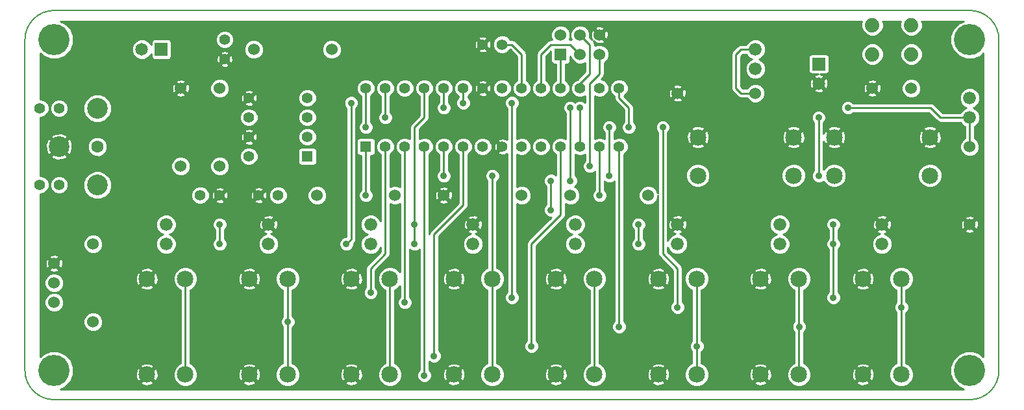
<source format=gbl>
G04 (created by PCBNEW (2012-oct-18)-testing) date Fri 05 Jul 2013 12:14:27 PM EDT*
%MOIN*%
G04 Gerber Fmt 3.4, Leading zero omitted, Abs format*
%FSLAX34Y34*%
G01*
G70*
G90*
G04 APERTURE LIST*
%ADD10C,0.002*%
%ADD11C,0.00590551*%
%ADD12C,0.106299*%
%ADD13C,0.0629921*%
%ADD14C,0.0551181*%
%ADD15C,0.066*%
%ADD16C,0.06*%
%ADD17C,0.085*%
%ADD18R,0.06X0.06*%
%ADD19R,0.055X0.055*%
%ADD20C,0.055*%
%ADD21R,0.065X0.065*%
%ADD22C,0.065*%
%ADD23C,0.074*%
%ADD24C,0.16*%
%ADD25C,0.035*%
%ADD26C,0.01*%
G04 APERTURE END LIST*
G54D10*
G54D11*
X58750Y-75000D02*
X58750Y-58000D01*
X107250Y-76500D02*
X60250Y-76500D01*
X108750Y-58000D02*
X108750Y-75000D01*
X60250Y-56500D02*
X107250Y-56500D01*
X107250Y-76500D02*
G75*
G03X108750Y-75000I0J1500D01*
G74*
G01*
X108750Y-58000D02*
G75*
G03X107250Y-56500I-1500J0D01*
G74*
G01*
X58750Y-75000D02*
G75*
G03X60250Y-76500I1500J0D01*
G74*
G01*
X60250Y-56500D02*
G75*
G03X58750Y-58000I0J-1500D01*
G74*
G01*
G54D12*
X60500Y-63500D03*
X62468Y-61531D03*
X62468Y-65468D03*
G54D13*
X62468Y-63500D03*
G54D14*
X60500Y-65468D03*
X60500Y-61531D03*
X59515Y-61531D03*
X59515Y-65468D03*
G54D15*
X96250Y-59500D03*
X96250Y-58500D03*
G54D16*
X60250Y-71500D03*
X60250Y-70500D03*
X60250Y-69500D03*
G54D17*
X98210Y-64984D03*
X93290Y-64984D03*
X98210Y-63016D03*
X93290Y-63016D03*
X105210Y-64984D03*
X100290Y-64984D03*
X105210Y-63016D03*
X100290Y-63016D03*
X93234Y-70290D03*
X93234Y-75210D03*
X91266Y-70290D03*
X91266Y-75210D03*
X98484Y-70290D03*
X98484Y-75210D03*
X96516Y-70290D03*
X96516Y-75210D03*
X103734Y-70290D03*
X103734Y-75210D03*
X101766Y-70290D03*
X101766Y-75210D03*
X66984Y-70290D03*
X66984Y-75210D03*
X65016Y-70290D03*
X65016Y-75210D03*
X72234Y-70290D03*
X72234Y-75210D03*
X70266Y-70290D03*
X70266Y-75210D03*
X77484Y-70290D03*
X77484Y-75210D03*
X75516Y-70290D03*
X75516Y-75210D03*
X82734Y-70290D03*
X82734Y-75210D03*
X80766Y-70290D03*
X80766Y-75210D03*
X87984Y-70290D03*
X87984Y-75210D03*
X86016Y-70290D03*
X86016Y-75210D03*
G54D16*
X66750Y-64500D03*
X66750Y-60500D03*
X62250Y-68500D03*
X62250Y-72500D03*
X68750Y-60500D03*
X68750Y-64500D03*
X90750Y-66000D03*
X86750Y-66000D03*
X84250Y-66000D03*
X80250Y-66000D03*
X107250Y-63500D03*
X107250Y-67500D03*
X74500Y-58500D03*
X70500Y-58500D03*
X73750Y-66000D03*
X77750Y-66000D03*
X96250Y-60750D03*
X92250Y-60750D03*
G54D18*
X86250Y-58750D03*
G54D16*
X86250Y-57750D03*
X87250Y-58750D03*
X87250Y-57750D03*
X88250Y-58750D03*
X88250Y-57750D03*
G54D19*
X73250Y-64000D03*
G54D20*
X73250Y-63000D03*
X73250Y-62000D03*
X73250Y-61000D03*
X70250Y-61000D03*
X70250Y-62000D03*
X70250Y-63000D03*
X70250Y-64000D03*
X77250Y-63500D03*
X78250Y-63500D03*
X79250Y-63500D03*
X80250Y-63500D03*
X81250Y-63500D03*
X82250Y-63500D03*
X83250Y-63500D03*
X84250Y-63500D03*
X85250Y-63500D03*
X86250Y-63500D03*
X87250Y-63500D03*
X88250Y-63500D03*
X89250Y-63500D03*
G54D19*
X76250Y-63500D03*
G54D20*
X89250Y-60500D03*
X88250Y-60500D03*
X87250Y-60500D03*
X86250Y-60500D03*
X85250Y-60500D03*
X84250Y-60500D03*
X83250Y-60500D03*
X82250Y-60500D03*
X81250Y-60500D03*
X80250Y-60500D03*
X79250Y-60500D03*
X78250Y-60500D03*
X77250Y-60500D03*
X76250Y-60500D03*
G54D21*
X65750Y-58500D03*
G54D22*
X64750Y-58500D03*
G54D21*
X99500Y-59250D03*
G54D22*
X99500Y-60250D03*
G54D20*
X70750Y-66000D03*
X71750Y-66000D03*
X67750Y-66000D03*
X68750Y-66000D03*
X83250Y-58250D03*
X82250Y-58250D03*
X69000Y-59000D03*
X69000Y-58000D03*
G54D16*
X104250Y-60500D03*
X102250Y-60500D03*
G54D23*
X104250Y-58750D03*
X102250Y-58750D03*
X104250Y-57250D03*
X102250Y-57250D03*
G54D24*
X107250Y-58000D03*
X107250Y-75000D03*
X60250Y-75000D03*
X60250Y-58000D03*
G54D15*
X66000Y-68500D03*
X66000Y-67500D03*
X71250Y-68500D03*
X71250Y-67500D03*
X76500Y-68500D03*
X76500Y-67500D03*
X107250Y-62000D03*
X107250Y-61000D03*
X87000Y-68500D03*
X87000Y-67500D03*
X97500Y-68500D03*
X97500Y-67500D03*
X102750Y-68500D03*
X102750Y-67500D03*
X92250Y-68500D03*
X92250Y-67500D03*
X81750Y-68500D03*
X81750Y-67500D03*
G54D25*
X76500Y-71000D03*
X78250Y-71500D03*
X72250Y-72500D03*
X79250Y-75250D03*
X80250Y-65000D03*
X82750Y-65000D03*
X79750Y-74250D03*
X93250Y-73750D03*
X84750Y-73750D03*
X98500Y-72750D03*
X89250Y-72750D03*
X103750Y-71750D03*
X89750Y-62500D03*
X91500Y-62500D03*
X92250Y-71750D03*
X99500Y-65000D03*
X99500Y-62000D03*
X77250Y-62000D03*
X88750Y-65000D03*
X88750Y-62500D03*
X76250Y-62500D03*
X75500Y-61250D03*
X75250Y-68500D03*
X68750Y-68500D03*
X68750Y-67500D03*
X78750Y-68500D03*
X78750Y-67500D03*
X90250Y-68500D03*
X90250Y-67500D03*
X85750Y-66750D03*
X85750Y-65250D03*
X86750Y-65250D03*
X86750Y-61500D03*
X80250Y-61500D03*
X81250Y-61250D03*
X83750Y-61250D03*
X83750Y-71250D03*
X100250Y-71250D03*
X100250Y-68500D03*
X100250Y-67500D03*
X87750Y-64500D03*
X76250Y-66000D03*
X101000Y-61500D03*
X87250Y-61500D03*
X88250Y-66000D03*
G54D26*
X83250Y-58250D02*
X83750Y-58250D01*
X84250Y-58750D02*
X84250Y-60500D01*
X83750Y-58250D02*
X84250Y-58750D01*
X77250Y-63500D02*
X77250Y-69000D01*
X77250Y-69000D02*
X76500Y-69750D01*
X76500Y-69750D02*
X76500Y-71000D01*
X66984Y-75210D02*
X66984Y-70290D01*
X78250Y-63500D02*
X78250Y-71500D01*
X72250Y-72500D02*
X72234Y-72500D01*
X72234Y-72500D02*
X72250Y-72500D01*
X72250Y-72500D02*
X72234Y-72500D01*
X72234Y-70290D02*
X72234Y-72500D01*
X72234Y-72500D02*
X72234Y-75210D01*
X79250Y-63500D02*
X79250Y-74500D01*
X79250Y-74500D02*
X79250Y-75250D01*
X77484Y-75210D02*
X77484Y-70290D01*
X80250Y-63500D02*
X80250Y-64500D01*
X80250Y-64500D02*
X80250Y-65000D01*
X82734Y-70290D02*
X82734Y-65016D01*
X82734Y-65016D02*
X82750Y-65000D01*
X82734Y-75210D02*
X82734Y-70290D01*
X81250Y-63500D02*
X81250Y-66500D01*
X81250Y-66500D02*
X79750Y-68000D01*
X79750Y-68000D02*
X79750Y-74250D01*
X87984Y-70290D02*
X87984Y-75210D01*
X93234Y-75210D02*
X93234Y-73766D01*
X93234Y-73766D02*
X93250Y-73750D01*
X93234Y-73734D02*
X93234Y-70290D01*
X93250Y-73750D02*
X93234Y-73734D01*
X84750Y-68500D02*
X84750Y-73750D01*
X86250Y-63500D02*
X86250Y-67000D01*
X86250Y-67000D02*
X84750Y-68500D01*
X98484Y-70290D02*
X98484Y-72750D01*
X98484Y-72750D02*
X98484Y-75210D01*
X89250Y-63500D02*
X89250Y-72750D01*
X98500Y-72750D02*
X98484Y-72750D01*
X98484Y-72750D02*
X98500Y-72750D01*
X98500Y-72750D02*
X98484Y-72750D01*
X103750Y-71750D02*
X103734Y-71750D01*
X103734Y-71750D02*
X103750Y-71750D01*
X103750Y-71750D02*
X103734Y-71750D01*
X103734Y-70290D02*
X103734Y-71750D01*
X103734Y-71750D02*
X103734Y-75210D01*
X89250Y-60500D02*
X89250Y-61000D01*
X89750Y-61500D02*
X89750Y-62500D01*
X89250Y-61000D02*
X89750Y-61500D01*
X91500Y-62500D02*
X91500Y-62750D01*
X91500Y-62750D02*
X91500Y-69000D01*
X91500Y-69000D02*
X92250Y-69750D01*
X92250Y-69750D02*
X92250Y-71750D01*
X99500Y-62000D02*
X99500Y-65000D01*
X77250Y-60500D02*
X77250Y-62000D01*
X88750Y-62500D02*
X88750Y-65000D01*
X76250Y-60500D02*
X76250Y-62500D01*
X75500Y-68250D02*
X75500Y-61250D01*
X75250Y-68500D02*
X75500Y-68250D01*
X68750Y-67500D02*
X68750Y-68500D01*
X79250Y-60500D02*
X79250Y-62000D01*
X78750Y-62500D02*
X78750Y-67500D01*
X79250Y-62000D02*
X78750Y-62500D01*
X78750Y-67500D02*
X78750Y-68500D01*
X90250Y-67500D02*
X90250Y-68500D01*
X80250Y-60500D02*
X80250Y-61500D01*
X85750Y-65250D02*
X85750Y-66750D01*
X86750Y-61500D02*
X86750Y-65250D01*
X100250Y-68500D02*
X100250Y-71250D01*
X81250Y-61250D02*
X81250Y-60500D01*
X83750Y-71250D02*
X83750Y-61250D01*
X100250Y-67500D02*
X100250Y-68500D01*
X86250Y-60500D02*
X86250Y-58750D01*
X87250Y-60500D02*
X87250Y-60250D01*
X87750Y-58250D02*
X87250Y-57750D01*
X87750Y-59750D02*
X87750Y-58250D01*
X87250Y-60250D02*
X87750Y-59750D01*
X88250Y-58750D02*
X88250Y-59750D01*
X87750Y-60250D02*
X87750Y-64500D01*
X88250Y-59750D02*
X87750Y-60250D01*
X76250Y-66000D02*
X76250Y-63500D01*
X85250Y-60500D02*
X85250Y-58750D01*
X86750Y-58250D02*
X87250Y-58750D01*
X85750Y-58250D02*
X86750Y-58250D01*
X85250Y-58750D02*
X85750Y-58250D01*
X95750Y-60750D02*
X95500Y-60750D01*
X95250Y-60500D02*
X95250Y-60250D01*
X95500Y-60750D02*
X95250Y-60500D01*
X96250Y-58500D02*
X95500Y-58500D01*
X95750Y-60750D02*
X96250Y-60750D01*
X95250Y-58750D02*
X95250Y-60250D01*
X95500Y-58500D02*
X95250Y-58750D01*
X107250Y-62000D02*
X105750Y-62000D01*
X105250Y-61500D02*
X101000Y-61500D01*
X105750Y-62000D02*
X105250Y-61500D01*
X87250Y-62250D02*
X87250Y-61500D01*
X87250Y-62250D02*
X87250Y-63500D01*
X107250Y-62000D02*
X107250Y-63500D01*
X88250Y-66000D02*
X88250Y-63500D01*
G54D10*
G36*
X107950Y-74285D02*
X107817Y-74152D01*
X107780Y-74137D01*
X107780Y-61895D01*
X107699Y-61700D01*
X107550Y-61550D01*
X107427Y-61499D01*
X107549Y-61449D01*
X107699Y-61300D01*
X107779Y-61105D01*
X107780Y-60895D01*
X107699Y-60700D01*
X107550Y-60550D01*
X107355Y-60470D01*
X107145Y-60469D01*
X106950Y-60550D01*
X106800Y-60699D01*
X106720Y-60894D01*
X106719Y-61104D01*
X106800Y-61299D01*
X106949Y-61449D01*
X107072Y-61500D01*
X106950Y-61550D01*
X106800Y-61699D01*
X106779Y-61750D01*
X105853Y-61750D01*
X105426Y-61323D01*
X105345Y-61269D01*
X105250Y-61250D01*
X104820Y-61250D01*
X104820Y-58637D01*
X104733Y-58427D01*
X104573Y-58267D01*
X104363Y-58180D01*
X104137Y-58179D01*
X103927Y-58266D01*
X103767Y-58426D01*
X103680Y-58636D01*
X103679Y-58862D01*
X103766Y-59072D01*
X103926Y-59232D01*
X104136Y-59319D01*
X104362Y-59320D01*
X104572Y-59233D01*
X104732Y-59073D01*
X104819Y-58863D01*
X104820Y-58637D01*
X104820Y-61250D01*
X104750Y-61250D01*
X104750Y-60400D01*
X104674Y-60217D01*
X104533Y-60076D01*
X104349Y-60000D01*
X104150Y-59999D01*
X103967Y-60075D01*
X103826Y-60216D01*
X103750Y-60400D01*
X103749Y-60599D01*
X103825Y-60782D01*
X103966Y-60923D01*
X104150Y-60999D01*
X104349Y-61000D01*
X104532Y-60924D01*
X104673Y-60783D01*
X104749Y-60599D01*
X104750Y-60400D01*
X104750Y-61250D01*
X102820Y-61250D01*
X102820Y-58637D01*
X102733Y-58427D01*
X102573Y-58267D01*
X102363Y-58180D01*
X102137Y-58179D01*
X101927Y-58266D01*
X101767Y-58426D01*
X101680Y-58636D01*
X101679Y-58862D01*
X101766Y-59072D01*
X101926Y-59232D01*
X102136Y-59319D01*
X102362Y-59320D01*
X102572Y-59233D01*
X102732Y-59073D01*
X102819Y-58863D01*
X102820Y-58637D01*
X102820Y-61250D01*
X102705Y-61250D01*
X102705Y-60557D01*
X102692Y-60379D01*
X102648Y-60272D01*
X102581Y-60239D01*
X102510Y-60310D01*
X102510Y-60168D01*
X102477Y-60101D01*
X102307Y-60044D01*
X102129Y-60057D01*
X102022Y-60101D01*
X101989Y-60168D01*
X102250Y-60429D01*
X102510Y-60168D01*
X102510Y-60310D01*
X102320Y-60500D01*
X102581Y-60760D01*
X102648Y-60727D01*
X102705Y-60557D01*
X102705Y-61250D01*
X102510Y-61250D01*
X102510Y-60831D01*
X102250Y-60570D01*
X102179Y-60641D01*
X102179Y-60500D01*
X101918Y-60239D01*
X101851Y-60272D01*
X101794Y-60442D01*
X101807Y-60620D01*
X101851Y-60727D01*
X101918Y-60760D01*
X102179Y-60500D01*
X102179Y-60641D01*
X101989Y-60831D01*
X102022Y-60898D01*
X102192Y-60955D01*
X102370Y-60942D01*
X102477Y-60898D01*
X102510Y-60831D01*
X102510Y-61250D01*
X101280Y-61250D01*
X101212Y-61182D01*
X101074Y-61125D01*
X100925Y-61124D01*
X100787Y-61181D01*
X100682Y-61287D01*
X100625Y-61425D01*
X100624Y-61574D01*
X100681Y-61712D01*
X100787Y-61817D01*
X100925Y-61874D01*
X101074Y-61875D01*
X101212Y-61818D01*
X101280Y-61750D01*
X105146Y-61750D01*
X105573Y-62176D01*
X105654Y-62230D01*
X105750Y-62250D01*
X106779Y-62250D01*
X106800Y-62299D01*
X106949Y-62449D01*
X107000Y-62470D01*
X107000Y-63062D01*
X106967Y-63075D01*
X106826Y-63216D01*
X106750Y-63400D01*
X106749Y-63599D01*
X106825Y-63782D01*
X106966Y-63923D01*
X107150Y-63999D01*
X107349Y-64000D01*
X107532Y-63924D01*
X107673Y-63783D01*
X107749Y-63599D01*
X107750Y-63400D01*
X107674Y-63217D01*
X107533Y-63076D01*
X107500Y-63062D01*
X107500Y-62470D01*
X107549Y-62449D01*
X107699Y-62300D01*
X107779Y-62105D01*
X107780Y-61895D01*
X107780Y-74137D01*
X107705Y-74106D01*
X107705Y-67557D01*
X107692Y-67379D01*
X107648Y-67272D01*
X107581Y-67239D01*
X107510Y-67310D01*
X107510Y-67168D01*
X107477Y-67101D01*
X107307Y-67044D01*
X107129Y-67057D01*
X107022Y-67101D01*
X106989Y-67168D01*
X107250Y-67429D01*
X107510Y-67168D01*
X107510Y-67310D01*
X107320Y-67500D01*
X107581Y-67760D01*
X107648Y-67727D01*
X107705Y-67557D01*
X107705Y-74106D01*
X107510Y-74025D01*
X107510Y-67831D01*
X107250Y-67570D01*
X107179Y-67641D01*
X107179Y-67500D01*
X106918Y-67239D01*
X106851Y-67272D01*
X106794Y-67442D01*
X106807Y-67620D01*
X106851Y-67727D01*
X106918Y-67760D01*
X107179Y-67500D01*
X107179Y-67641D01*
X106989Y-67831D01*
X107022Y-67898D01*
X107192Y-67955D01*
X107370Y-67942D01*
X107477Y-67898D01*
X107510Y-67831D01*
X107510Y-74025D01*
X107449Y-74000D01*
X107051Y-73999D01*
X106684Y-74151D01*
X106402Y-74432D01*
X106250Y-74800D01*
X106249Y-75198D01*
X106401Y-75565D01*
X106682Y-75847D01*
X106930Y-75950D01*
X105835Y-75950D01*
X105835Y-64860D01*
X105789Y-64750D01*
X105789Y-63103D01*
X105779Y-62875D01*
X105711Y-62713D01*
X105631Y-62664D01*
X105561Y-62735D01*
X105561Y-62594D01*
X105512Y-62514D01*
X105297Y-62436D01*
X105069Y-62446D01*
X104907Y-62514D01*
X104858Y-62594D01*
X105210Y-62945D01*
X105561Y-62594D01*
X105561Y-62735D01*
X105280Y-63016D01*
X105631Y-63367D01*
X105711Y-63318D01*
X105789Y-63103D01*
X105789Y-64750D01*
X105740Y-64630D01*
X105564Y-64454D01*
X105561Y-64453D01*
X105561Y-63437D01*
X105210Y-63086D01*
X105139Y-63157D01*
X105139Y-63016D01*
X104788Y-62664D01*
X104708Y-62713D01*
X104630Y-62928D01*
X104640Y-63156D01*
X104708Y-63318D01*
X104788Y-63367D01*
X105139Y-63016D01*
X105139Y-63157D01*
X104858Y-63437D01*
X104907Y-63517D01*
X105122Y-63595D01*
X105350Y-63585D01*
X105512Y-63517D01*
X105561Y-63437D01*
X105561Y-64453D01*
X105334Y-64359D01*
X105086Y-64358D01*
X104856Y-64453D01*
X104680Y-64629D01*
X104585Y-64859D01*
X104584Y-65107D01*
X104679Y-65337D01*
X104855Y-65513D01*
X105085Y-65608D01*
X105333Y-65609D01*
X105563Y-65514D01*
X105739Y-65338D01*
X105834Y-65108D01*
X105835Y-64860D01*
X105835Y-75950D01*
X104359Y-75950D01*
X104359Y-75086D01*
X104264Y-74856D01*
X104088Y-74680D01*
X103984Y-74637D01*
X103984Y-72046D01*
X104067Y-71962D01*
X104124Y-71824D01*
X104125Y-71675D01*
X104068Y-71537D01*
X103984Y-71453D01*
X103984Y-70862D01*
X104087Y-70820D01*
X104263Y-70644D01*
X104358Y-70414D01*
X104359Y-70166D01*
X104264Y-69936D01*
X104088Y-69760D01*
X103858Y-69665D01*
X103610Y-69664D01*
X103380Y-69759D01*
X103280Y-69860D01*
X103280Y-68395D01*
X103235Y-68286D01*
X103235Y-67565D01*
X103223Y-67374D01*
X103173Y-67254D01*
X103102Y-67217D01*
X103032Y-67288D01*
X103032Y-67147D01*
X102995Y-67076D01*
X102815Y-67014D01*
X102624Y-67026D01*
X102504Y-67076D01*
X102467Y-67147D01*
X102750Y-67429D01*
X103032Y-67147D01*
X103032Y-67288D01*
X102820Y-67500D01*
X103102Y-67782D01*
X103173Y-67745D01*
X103235Y-67565D01*
X103235Y-68286D01*
X103199Y-68200D01*
X103050Y-68050D01*
X102864Y-67973D01*
X102875Y-67973D01*
X102995Y-67923D01*
X103032Y-67852D01*
X102750Y-67570D01*
X102679Y-67641D01*
X102679Y-67500D01*
X102397Y-67217D01*
X102326Y-67254D01*
X102264Y-67434D01*
X102276Y-67625D01*
X102326Y-67745D01*
X102397Y-67782D01*
X102679Y-67500D01*
X102679Y-67641D01*
X102467Y-67852D01*
X102504Y-67923D01*
X102643Y-67970D01*
X102450Y-68050D01*
X102300Y-68199D01*
X102220Y-68394D01*
X102219Y-68604D01*
X102300Y-68799D01*
X102449Y-68949D01*
X102644Y-69029D01*
X102854Y-69030D01*
X103049Y-68949D01*
X103199Y-68800D01*
X103279Y-68605D01*
X103280Y-68395D01*
X103280Y-69860D01*
X103204Y-69935D01*
X103109Y-70165D01*
X103108Y-70413D01*
X103203Y-70643D01*
X103379Y-70819D01*
X103484Y-70862D01*
X103484Y-71485D01*
X103432Y-71537D01*
X103375Y-71675D01*
X103374Y-71824D01*
X103431Y-71962D01*
X103484Y-72014D01*
X103484Y-74637D01*
X103380Y-74679D01*
X103204Y-74855D01*
X103109Y-75085D01*
X103108Y-75333D01*
X103203Y-75563D01*
X103379Y-75739D01*
X103609Y-75834D01*
X103857Y-75835D01*
X104087Y-75740D01*
X104263Y-75564D01*
X104358Y-75334D01*
X104359Y-75086D01*
X104359Y-75950D01*
X102345Y-75950D01*
X102345Y-75297D01*
X102345Y-70377D01*
X102335Y-70149D01*
X102267Y-69987D01*
X102187Y-69938D01*
X102117Y-70009D01*
X102117Y-69868D01*
X102068Y-69788D01*
X101853Y-69710D01*
X101625Y-69720D01*
X101463Y-69788D01*
X101414Y-69868D01*
X101766Y-70219D01*
X102117Y-69868D01*
X102117Y-70009D01*
X101836Y-70290D01*
X102187Y-70641D01*
X102267Y-70592D01*
X102345Y-70377D01*
X102345Y-75297D01*
X102335Y-75069D01*
X102267Y-74907D01*
X102187Y-74858D01*
X102117Y-74929D01*
X102117Y-74788D01*
X102117Y-70711D01*
X101766Y-70360D01*
X101695Y-70431D01*
X101695Y-70290D01*
X101344Y-69938D01*
X101264Y-69987D01*
X101186Y-70202D01*
X101196Y-70430D01*
X101264Y-70592D01*
X101344Y-70641D01*
X101695Y-70290D01*
X101695Y-70431D01*
X101414Y-70711D01*
X101463Y-70791D01*
X101678Y-70869D01*
X101906Y-70859D01*
X102068Y-70791D01*
X102117Y-70711D01*
X102117Y-74788D01*
X102068Y-74708D01*
X101853Y-74630D01*
X101625Y-74640D01*
X101463Y-74708D01*
X101414Y-74788D01*
X101766Y-75139D01*
X102117Y-74788D01*
X102117Y-74929D01*
X101836Y-75210D01*
X102187Y-75561D01*
X102267Y-75512D01*
X102345Y-75297D01*
X102345Y-75950D01*
X102117Y-75950D01*
X102117Y-75631D01*
X101766Y-75280D01*
X101695Y-75351D01*
X101695Y-75210D01*
X101344Y-74858D01*
X101264Y-74907D01*
X101186Y-75122D01*
X101196Y-75350D01*
X101264Y-75512D01*
X101344Y-75561D01*
X101695Y-75210D01*
X101695Y-75351D01*
X101414Y-75631D01*
X101463Y-75711D01*
X101678Y-75789D01*
X101906Y-75779D01*
X102068Y-75711D01*
X102117Y-75631D01*
X102117Y-75950D01*
X100915Y-75950D01*
X100915Y-64860D01*
X100869Y-64750D01*
X100869Y-63103D01*
X100859Y-62875D01*
X100791Y-62713D01*
X100711Y-62664D01*
X100641Y-62735D01*
X100641Y-62594D01*
X100592Y-62514D01*
X100377Y-62436D01*
X100149Y-62446D01*
X100025Y-62498D01*
X100025Y-59535D01*
X100025Y-58885D01*
X99994Y-58811D01*
X99938Y-58755D01*
X99864Y-58725D01*
X99785Y-58724D01*
X99135Y-58724D01*
X99061Y-58755D01*
X99005Y-58811D01*
X98975Y-58885D01*
X98974Y-58964D01*
X98974Y-59614D01*
X99005Y-59688D01*
X99061Y-59744D01*
X99135Y-59774D01*
X99214Y-59775D01*
X99484Y-59775D01*
X99375Y-59782D01*
X99257Y-59830D01*
X99221Y-59900D01*
X99500Y-60179D01*
X99778Y-59900D01*
X99742Y-59830D01*
X99578Y-59775D01*
X99864Y-59775D01*
X99938Y-59744D01*
X99994Y-59688D01*
X100024Y-59614D01*
X100025Y-59535D01*
X100025Y-62498D01*
X99987Y-62514D01*
X99980Y-62525D01*
X99980Y-60313D01*
X99967Y-60125D01*
X99919Y-60007D01*
X99849Y-59971D01*
X99570Y-60250D01*
X99849Y-60528D01*
X99919Y-60492D01*
X99980Y-60313D01*
X99980Y-62525D01*
X99938Y-62594D01*
X100290Y-62945D01*
X100641Y-62594D01*
X100641Y-62735D01*
X100360Y-63016D01*
X100711Y-63367D01*
X100791Y-63318D01*
X100869Y-63103D01*
X100869Y-64750D01*
X100820Y-64630D01*
X100644Y-64454D01*
X100641Y-64453D01*
X100641Y-63437D01*
X100290Y-63086D01*
X99938Y-63437D01*
X99987Y-63517D01*
X100202Y-63595D01*
X100430Y-63585D01*
X100592Y-63517D01*
X100641Y-63437D01*
X100641Y-64453D01*
X100414Y-64359D01*
X100166Y-64358D01*
X99936Y-64453D01*
X99760Y-64629D01*
X99750Y-64654D01*
X99750Y-63227D01*
X99788Y-63318D01*
X99868Y-63367D01*
X100219Y-63016D01*
X99868Y-62664D01*
X99788Y-62713D01*
X99750Y-62818D01*
X99750Y-62280D01*
X99817Y-62212D01*
X99874Y-62074D01*
X99875Y-61925D01*
X99818Y-61787D01*
X99778Y-61748D01*
X99778Y-60599D01*
X99500Y-60320D01*
X99429Y-60391D01*
X99429Y-60250D01*
X99150Y-59971D01*
X99080Y-60007D01*
X99019Y-60186D01*
X99032Y-60374D01*
X99080Y-60492D01*
X99150Y-60528D01*
X99429Y-60250D01*
X99429Y-60391D01*
X99221Y-60599D01*
X99257Y-60669D01*
X99436Y-60730D01*
X99624Y-60717D01*
X99742Y-60669D01*
X99778Y-60599D01*
X99778Y-61748D01*
X99712Y-61682D01*
X99574Y-61625D01*
X99425Y-61624D01*
X99287Y-61681D01*
X99182Y-61787D01*
X99125Y-61925D01*
X99124Y-62074D01*
X99181Y-62212D01*
X99250Y-62280D01*
X99250Y-64719D01*
X99182Y-64787D01*
X99125Y-64925D01*
X99124Y-65074D01*
X99181Y-65212D01*
X99287Y-65317D01*
X99425Y-65374D01*
X99574Y-65375D01*
X99712Y-65318D01*
X99740Y-65290D01*
X99759Y-65337D01*
X99935Y-65513D01*
X100165Y-65608D01*
X100413Y-65609D01*
X100643Y-65514D01*
X100819Y-65338D01*
X100914Y-65108D01*
X100915Y-64860D01*
X100915Y-75950D01*
X100625Y-75950D01*
X100625Y-71175D01*
X100568Y-71037D01*
X100500Y-70969D01*
X100500Y-68780D01*
X100567Y-68712D01*
X100624Y-68574D01*
X100625Y-68425D01*
X100568Y-68287D01*
X100500Y-68219D01*
X100500Y-67780D01*
X100567Y-67712D01*
X100624Y-67574D01*
X100625Y-67425D01*
X100568Y-67287D01*
X100462Y-67182D01*
X100324Y-67125D01*
X100175Y-67124D01*
X100037Y-67181D01*
X99932Y-67287D01*
X99875Y-67425D01*
X99874Y-67574D01*
X99931Y-67712D01*
X100000Y-67780D01*
X100000Y-68219D01*
X99932Y-68287D01*
X99875Y-68425D01*
X99874Y-68574D01*
X99931Y-68712D01*
X100000Y-68780D01*
X100000Y-70969D01*
X99932Y-71037D01*
X99875Y-71175D01*
X99874Y-71324D01*
X99931Y-71462D01*
X100037Y-71567D01*
X100175Y-71624D01*
X100324Y-71625D01*
X100462Y-71568D01*
X100567Y-71462D01*
X100624Y-71324D01*
X100625Y-71175D01*
X100625Y-75950D01*
X99109Y-75950D01*
X99109Y-75086D01*
X99014Y-74856D01*
X98838Y-74680D01*
X98734Y-74637D01*
X98734Y-73046D01*
X98817Y-72962D01*
X98874Y-72824D01*
X98875Y-72675D01*
X98818Y-72537D01*
X98734Y-72453D01*
X98734Y-70862D01*
X98837Y-70820D01*
X99013Y-70644D01*
X99108Y-70414D01*
X99109Y-70166D01*
X99014Y-69936D01*
X98838Y-69760D01*
X98835Y-69759D01*
X98835Y-64860D01*
X98789Y-64750D01*
X98789Y-63103D01*
X98779Y-62875D01*
X98711Y-62713D01*
X98631Y-62664D01*
X98561Y-62735D01*
X98561Y-62594D01*
X98512Y-62514D01*
X98297Y-62436D01*
X98069Y-62446D01*
X97907Y-62514D01*
X97858Y-62594D01*
X98210Y-62945D01*
X98561Y-62594D01*
X98561Y-62735D01*
X98280Y-63016D01*
X98631Y-63367D01*
X98711Y-63318D01*
X98789Y-63103D01*
X98789Y-64750D01*
X98740Y-64630D01*
X98564Y-64454D01*
X98561Y-64453D01*
X98561Y-63437D01*
X98210Y-63086D01*
X98139Y-63157D01*
X98139Y-63016D01*
X97788Y-62664D01*
X97708Y-62713D01*
X97630Y-62928D01*
X97640Y-63156D01*
X97708Y-63318D01*
X97788Y-63367D01*
X98139Y-63016D01*
X98139Y-63157D01*
X97858Y-63437D01*
X97907Y-63517D01*
X98122Y-63595D01*
X98350Y-63585D01*
X98512Y-63517D01*
X98561Y-63437D01*
X98561Y-64453D01*
X98334Y-64359D01*
X98086Y-64358D01*
X97856Y-64453D01*
X97680Y-64629D01*
X97585Y-64859D01*
X97584Y-65107D01*
X97679Y-65337D01*
X97855Y-65513D01*
X98085Y-65608D01*
X98333Y-65609D01*
X98563Y-65514D01*
X98739Y-65338D01*
X98834Y-65108D01*
X98835Y-64860D01*
X98835Y-69759D01*
X98608Y-69665D01*
X98360Y-69664D01*
X98130Y-69759D01*
X98030Y-69860D01*
X98030Y-68395D01*
X97949Y-68200D01*
X97800Y-68050D01*
X97677Y-67999D01*
X97799Y-67949D01*
X97949Y-67800D01*
X98029Y-67605D01*
X98030Y-67395D01*
X97949Y-67200D01*
X97800Y-67050D01*
X97605Y-66970D01*
X97395Y-66969D01*
X97200Y-67050D01*
X97050Y-67199D01*
X96970Y-67394D01*
X96969Y-67604D01*
X97050Y-67799D01*
X97199Y-67949D01*
X97322Y-68000D01*
X97200Y-68050D01*
X97050Y-68199D01*
X96970Y-68394D01*
X96969Y-68604D01*
X97050Y-68799D01*
X97199Y-68949D01*
X97394Y-69029D01*
X97604Y-69030D01*
X97799Y-68949D01*
X97949Y-68800D01*
X98029Y-68605D01*
X98030Y-68395D01*
X98030Y-69860D01*
X97954Y-69935D01*
X97859Y-70165D01*
X97858Y-70413D01*
X97953Y-70643D01*
X98129Y-70819D01*
X98234Y-70862D01*
X98234Y-72485D01*
X98182Y-72537D01*
X98125Y-72675D01*
X98124Y-72824D01*
X98181Y-72962D01*
X98234Y-73014D01*
X98234Y-74637D01*
X98130Y-74679D01*
X97954Y-74855D01*
X97859Y-75085D01*
X97858Y-75333D01*
X97953Y-75563D01*
X98129Y-75739D01*
X98359Y-75834D01*
X98607Y-75835D01*
X98837Y-75740D01*
X99013Y-75564D01*
X99108Y-75334D01*
X99109Y-75086D01*
X99109Y-75950D01*
X97095Y-75950D01*
X97095Y-75297D01*
X97095Y-70377D01*
X97085Y-70149D01*
X97017Y-69987D01*
X96937Y-69938D01*
X96867Y-70009D01*
X96867Y-69868D01*
X96818Y-69788D01*
X96780Y-69774D01*
X96780Y-59395D01*
X96699Y-59200D01*
X96550Y-59050D01*
X96427Y-58999D01*
X96549Y-58949D01*
X96699Y-58800D01*
X96779Y-58605D01*
X96780Y-58395D01*
X96699Y-58200D01*
X96550Y-58050D01*
X96355Y-57970D01*
X96145Y-57969D01*
X95950Y-58050D01*
X95800Y-58199D01*
X95779Y-58250D01*
X95500Y-58250D01*
X95404Y-58269D01*
X95323Y-58323D01*
X95323Y-58323D01*
X95073Y-58573D01*
X95019Y-58654D01*
X95000Y-58750D01*
X95000Y-60250D01*
X95000Y-60500D01*
X95019Y-60595D01*
X95073Y-60676D01*
X95323Y-60926D01*
X95323Y-60926D01*
X95404Y-60980D01*
X95404Y-60980D01*
X95500Y-61000D01*
X95750Y-61000D01*
X95812Y-61000D01*
X95825Y-61032D01*
X95966Y-61173D01*
X96150Y-61249D01*
X96349Y-61250D01*
X96532Y-61174D01*
X96673Y-61033D01*
X96749Y-60849D01*
X96750Y-60650D01*
X96674Y-60467D01*
X96533Y-60326D01*
X96349Y-60250D01*
X96150Y-60249D01*
X95967Y-60325D01*
X95826Y-60466D01*
X95812Y-60500D01*
X95750Y-60500D01*
X95603Y-60500D01*
X95500Y-60396D01*
X95500Y-60250D01*
X95500Y-58853D01*
X95603Y-58750D01*
X95779Y-58750D01*
X95800Y-58799D01*
X95949Y-58949D01*
X96072Y-59000D01*
X95950Y-59050D01*
X95800Y-59199D01*
X95720Y-59394D01*
X95719Y-59604D01*
X95800Y-59799D01*
X95949Y-59949D01*
X96144Y-60029D01*
X96354Y-60030D01*
X96549Y-59949D01*
X96699Y-59800D01*
X96779Y-59605D01*
X96780Y-59395D01*
X96780Y-69774D01*
X96603Y-69710D01*
X96375Y-69720D01*
X96213Y-69788D01*
X96164Y-69868D01*
X96516Y-70219D01*
X96867Y-69868D01*
X96867Y-70009D01*
X96586Y-70290D01*
X96937Y-70641D01*
X97017Y-70592D01*
X97095Y-70377D01*
X97095Y-75297D01*
X97085Y-75069D01*
X97017Y-74907D01*
X96937Y-74858D01*
X96867Y-74929D01*
X96867Y-74788D01*
X96867Y-70711D01*
X96516Y-70360D01*
X96445Y-70431D01*
X96445Y-70290D01*
X96094Y-69938D01*
X96014Y-69987D01*
X95936Y-70202D01*
X95946Y-70430D01*
X96014Y-70592D01*
X96094Y-70641D01*
X96445Y-70290D01*
X96445Y-70431D01*
X96164Y-70711D01*
X96213Y-70791D01*
X96428Y-70869D01*
X96656Y-70859D01*
X96818Y-70791D01*
X96867Y-70711D01*
X96867Y-74788D01*
X96818Y-74708D01*
X96603Y-74630D01*
X96375Y-74640D01*
X96213Y-74708D01*
X96164Y-74788D01*
X96516Y-75139D01*
X96867Y-74788D01*
X96867Y-74929D01*
X96586Y-75210D01*
X96937Y-75561D01*
X97017Y-75512D01*
X97095Y-75297D01*
X97095Y-75950D01*
X96867Y-75950D01*
X96867Y-75631D01*
X96516Y-75280D01*
X96445Y-75351D01*
X96445Y-75210D01*
X96094Y-74858D01*
X96014Y-74907D01*
X95936Y-75122D01*
X95946Y-75350D01*
X96014Y-75512D01*
X96094Y-75561D01*
X96445Y-75210D01*
X96445Y-75351D01*
X96164Y-75631D01*
X96213Y-75711D01*
X96428Y-75789D01*
X96656Y-75779D01*
X96818Y-75711D01*
X96867Y-75631D01*
X96867Y-75950D01*
X93915Y-75950D01*
X93915Y-64860D01*
X93869Y-64750D01*
X93869Y-63103D01*
X93859Y-62875D01*
X93791Y-62713D01*
X93711Y-62664D01*
X93641Y-62735D01*
X93641Y-62594D01*
X93592Y-62514D01*
X93377Y-62436D01*
X93149Y-62446D01*
X92987Y-62514D01*
X92938Y-62594D01*
X93290Y-62945D01*
X93641Y-62594D01*
X93641Y-62735D01*
X93360Y-63016D01*
X93711Y-63367D01*
X93791Y-63318D01*
X93869Y-63103D01*
X93869Y-64750D01*
X93820Y-64630D01*
X93644Y-64454D01*
X93641Y-64453D01*
X93641Y-63437D01*
X93290Y-63086D01*
X93219Y-63157D01*
X93219Y-63016D01*
X92868Y-62664D01*
X92788Y-62713D01*
X92710Y-62928D01*
X92720Y-63156D01*
X92788Y-63318D01*
X92868Y-63367D01*
X93219Y-63016D01*
X93219Y-63157D01*
X92938Y-63437D01*
X92987Y-63517D01*
X93202Y-63595D01*
X93430Y-63585D01*
X93592Y-63517D01*
X93641Y-63437D01*
X93641Y-64453D01*
X93414Y-64359D01*
X93166Y-64358D01*
X92936Y-64453D01*
X92760Y-64629D01*
X92705Y-64762D01*
X92705Y-60807D01*
X92692Y-60629D01*
X92648Y-60522D01*
X92581Y-60489D01*
X92510Y-60560D01*
X92510Y-60418D01*
X92477Y-60351D01*
X92307Y-60294D01*
X92129Y-60307D01*
X92022Y-60351D01*
X91989Y-60418D01*
X92250Y-60679D01*
X92510Y-60418D01*
X92510Y-60560D01*
X92320Y-60750D01*
X92581Y-61010D01*
X92648Y-60977D01*
X92705Y-60807D01*
X92705Y-64762D01*
X92665Y-64859D01*
X92664Y-65107D01*
X92759Y-65337D01*
X92935Y-65513D01*
X93165Y-65608D01*
X93413Y-65609D01*
X93643Y-65514D01*
X93819Y-65338D01*
X93914Y-65108D01*
X93915Y-64860D01*
X93915Y-75950D01*
X93859Y-75950D01*
X93859Y-75086D01*
X93764Y-74856D01*
X93588Y-74680D01*
X93484Y-74637D01*
X93484Y-74046D01*
X93567Y-73962D01*
X93624Y-73824D01*
X93625Y-73675D01*
X93568Y-73537D01*
X93484Y-73453D01*
X93484Y-70862D01*
X93587Y-70820D01*
X93763Y-70644D01*
X93858Y-70414D01*
X93859Y-70166D01*
X93764Y-69936D01*
X93588Y-69760D01*
X93358Y-69665D01*
X93110Y-69664D01*
X92880Y-69759D01*
X92780Y-69860D01*
X92780Y-68395D01*
X92735Y-68286D01*
X92735Y-67565D01*
X92723Y-67374D01*
X92673Y-67254D01*
X92602Y-67217D01*
X92532Y-67288D01*
X92532Y-67147D01*
X92510Y-67105D01*
X92510Y-61081D01*
X92250Y-60820D01*
X92179Y-60891D01*
X92179Y-60750D01*
X91918Y-60489D01*
X91851Y-60522D01*
X91794Y-60692D01*
X91807Y-60870D01*
X91851Y-60977D01*
X91918Y-61010D01*
X92179Y-60750D01*
X92179Y-60891D01*
X91989Y-61081D01*
X92022Y-61148D01*
X92192Y-61205D01*
X92370Y-61192D01*
X92477Y-61148D01*
X92510Y-61081D01*
X92510Y-67105D01*
X92495Y-67076D01*
X92315Y-67014D01*
X92124Y-67026D01*
X92004Y-67076D01*
X91967Y-67147D01*
X92250Y-67429D01*
X92532Y-67147D01*
X92532Y-67288D01*
X92320Y-67500D01*
X92602Y-67782D01*
X92673Y-67745D01*
X92735Y-67565D01*
X92735Y-68286D01*
X92699Y-68200D01*
X92550Y-68050D01*
X92364Y-67973D01*
X92375Y-67973D01*
X92495Y-67923D01*
X92532Y-67852D01*
X92250Y-67570D01*
X92179Y-67641D01*
X92179Y-67500D01*
X91897Y-67217D01*
X91826Y-67254D01*
X91764Y-67434D01*
X91776Y-67625D01*
X91826Y-67745D01*
X91897Y-67782D01*
X92179Y-67500D01*
X92179Y-67641D01*
X91967Y-67852D01*
X92004Y-67923D01*
X92143Y-67970D01*
X91950Y-68050D01*
X91800Y-68199D01*
X91750Y-68322D01*
X91750Y-62780D01*
X91817Y-62712D01*
X91874Y-62574D01*
X91875Y-62425D01*
X91818Y-62287D01*
X91712Y-62182D01*
X91574Y-62125D01*
X91425Y-62124D01*
X91287Y-62181D01*
X91182Y-62287D01*
X91125Y-62425D01*
X91124Y-62574D01*
X91181Y-62712D01*
X91250Y-62780D01*
X91250Y-65900D01*
X91174Y-65717D01*
X91033Y-65576D01*
X90849Y-65500D01*
X90650Y-65499D01*
X90467Y-65575D01*
X90326Y-65716D01*
X90250Y-65900D01*
X90249Y-66099D01*
X90325Y-66282D01*
X90466Y-66423D01*
X90650Y-66499D01*
X90849Y-66500D01*
X91032Y-66424D01*
X91173Y-66283D01*
X91249Y-66099D01*
X91250Y-65999D01*
X91250Y-69000D01*
X91269Y-69095D01*
X91323Y-69176D01*
X92000Y-69853D01*
X92000Y-71469D01*
X91932Y-71537D01*
X91875Y-71675D01*
X91874Y-71824D01*
X91931Y-71962D01*
X92037Y-72067D01*
X92175Y-72124D01*
X92324Y-72125D01*
X92462Y-72068D01*
X92567Y-71962D01*
X92624Y-71824D01*
X92625Y-71675D01*
X92568Y-71537D01*
X92500Y-71469D01*
X92500Y-69750D01*
X92499Y-69749D01*
X92500Y-69749D01*
X92496Y-69730D01*
X92480Y-69654D01*
X92480Y-69654D01*
X92426Y-69573D01*
X92426Y-69573D01*
X91750Y-68896D01*
X91750Y-68677D01*
X91800Y-68799D01*
X91949Y-68949D01*
X92144Y-69029D01*
X92354Y-69030D01*
X92549Y-68949D01*
X92699Y-68800D01*
X92779Y-68605D01*
X92780Y-68395D01*
X92780Y-69860D01*
X92704Y-69935D01*
X92609Y-70165D01*
X92608Y-70413D01*
X92703Y-70643D01*
X92879Y-70819D01*
X92984Y-70862D01*
X92984Y-73485D01*
X92932Y-73537D01*
X92875Y-73675D01*
X92874Y-73824D01*
X92931Y-73962D01*
X92984Y-74014D01*
X92984Y-74637D01*
X92880Y-74679D01*
X92704Y-74855D01*
X92609Y-75085D01*
X92608Y-75333D01*
X92703Y-75563D01*
X92879Y-75739D01*
X93109Y-75834D01*
X93357Y-75835D01*
X93587Y-75740D01*
X93763Y-75564D01*
X93858Y-75334D01*
X93859Y-75086D01*
X93859Y-75950D01*
X91845Y-75950D01*
X91845Y-75297D01*
X91845Y-70377D01*
X91835Y-70149D01*
X91767Y-69987D01*
X91687Y-69938D01*
X91617Y-70009D01*
X91617Y-69868D01*
X91568Y-69788D01*
X91353Y-69710D01*
X91125Y-69720D01*
X90963Y-69788D01*
X90914Y-69868D01*
X91266Y-70219D01*
X91617Y-69868D01*
X91617Y-70009D01*
X91336Y-70290D01*
X91687Y-70641D01*
X91767Y-70592D01*
X91845Y-70377D01*
X91845Y-75297D01*
X91835Y-75069D01*
X91767Y-74907D01*
X91687Y-74858D01*
X91617Y-74929D01*
X91617Y-74788D01*
X91617Y-70711D01*
X91266Y-70360D01*
X91195Y-70431D01*
X91195Y-70290D01*
X90844Y-69938D01*
X90764Y-69987D01*
X90686Y-70202D01*
X90696Y-70430D01*
X90764Y-70592D01*
X90844Y-70641D01*
X91195Y-70290D01*
X91195Y-70431D01*
X90914Y-70711D01*
X90963Y-70791D01*
X91178Y-70869D01*
X91406Y-70859D01*
X91568Y-70791D01*
X91617Y-70711D01*
X91617Y-74788D01*
X91568Y-74708D01*
X91353Y-74630D01*
X91125Y-74640D01*
X90963Y-74708D01*
X90914Y-74788D01*
X91266Y-75139D01*
X91617Y-74788D01*
X91617Y-74929D01*
X91336Y-75210D01*
X91687Y-75561D01*
X91767Y-75512D01*
X91845Y-75297D01*
X91845Y-75950D01*
X91617Y-75950D01*
X91617Y-75631D01*
X91266Y-75280D01*
X91195Y-75351D01*
X91195Y-75210D01*
X90844Y-74858D01*
X90764Y-74907D01*
X90686Y-75122D01*
X90696Y-75350D01*
X90764Y-75512D01*
X90844Y-75561D01*
X91195Y-75210D01*
X91195Y-75351D01*
X90914Y-75631D01*
X90963Y-75711D01*
X91178Y-75789D01*
X91406Y-75779D01*
X91568Y-75711D01*
X91617Y-75631D01*
X91617Y-75950D01*
X90625Y-75950D01*
X90625Y-68425D01*
X90568Y-68287D01*
X90500Y-68219D01*
X90500Y-67780D01*
X90567Y-67712D01*
X90624Y-67574D01*
X90625Y-67425D01*
X90568Y-67287D01*
X90462Y-67182D01*
X90324Y-67125D01*
X90175Y-67124D01*
X90125Y-67145D01*
X90125Y-62425D01*
X90068Y-62287D01*
X90000Y-62219D01*
X90000Y-61500D01*
X89980Y-61404D01*
X89926Y-61323D01*
X89510Y-60906D01*
X89518Y-60902D01*
X89652Y-60769D01*
X89724Y-60594D01*
X89725Y-60405D01*
X89652Y-60231D01*
X89519Y-60097D01*
X89344Y-60025D01*
X89155Y-60024D01*
X88981Y-60097D01*
X88847Y-60230D01*
X88775Y-60405D01*
X88774Y-60594D01*
X88847Y-60768D01*
X88980Y-60902D01*
X89000Y-60910D01*
X89000Y-61000D01*
X89019Y-61095D01*
X89073Y-61176D01*
X89500Y-61603D01*
X89500Y-62219D01*
X89432Y-62287D01*
X89375Y-62425D01*
X89374Y-62574D01*
X89431Y-62712D01*
X89537Y-62817D01*
X89675Y-62874D01*
X89824Y-62875D01*
X89962Y-62818D01*
X90067Y-62712D01*
X90124Y-62574D01*
X90125Y-62425D01*
X90125Y-67145D01*
X90037Y-67181D01*
X89932Y-67287D01*
X89875Y-67425D01*
X89874Y-67574D01*
X89931Y-67712D01*
X90000Y-67780D01*
X90000Y-68219D01*
X89932Y-68287D01*
X89875Y-68425D01*
X89874Y-68574D01*
X89931Y-68712D01*
X90037Y-68817D01*
X90175Y-68874D01*
X90324Y-68875D01*
X90462Y-68818D01*
X90567Y-68712D01*
X90624Y-68574D01*
X90625Y-68425D01*
X90625Y-75950D01*
X89725Y-75950D01*
X89725Y-63405D01*
X89652Y-63231D01*
X89519Y-63097D01*
X89344Y-63025D01*
X89155Y-63024D01*
X89000Y-63089D01*
X89000Y-62780D01*
X89067Y-62712D01*
X89124Y-62574D01*
X89125Y-62425D01*
X89068Y-62287D01*
X88962Y-62182D01*
X88824Y-62125D01*
X88675Y-62124D01*
X88537Y-62181D01*
X88432Y-62287D01*
X88375Y-62425D01*
X88374Y-62574D01*
X88431Y-62712D01*
X88500Y-62780D01*
X88500Y-63089D01*
X88344Y-63025D01*
X88155Y-63024D01*
X88000Y-63089D01*
X88000Y-60910D01*
X88155Y-60974D01*
X88344Y-60975D01*
X88518Y-60902D01*
X88652Y-60769D01*
X88724Y-60594D01*
X88725Y-60405D01*
X88652Y-60231D01*
X88519Y-60097D01*
X88344Y-60025D01*
X88328Y-60025D01*
X88426Y-59926D01*
X88480Y-59845D01*
X88500Y-59750D01*
X88500Y-59187D01*
X88532Y-59174D01*
X88673Y-59033D01*
X88749Y-58849D01*
X88750Y-58650D01*
X88705Y-58542D01*
X88705Y-57807D01*
X88692Y-57629D01*
X88648Y-57522D01*
X88581Y-57489D01*
X88510Y-57560D01*
X88510Y-57418D01*
X88477Y-57351D01*
X88307Y-57294D01*
X88129Y-57307D01*
X88022Y-57351D01*
X87989Y-57418D01*
X88250Y-57679D01*
X88510Y-57418D01*
X88510Y-57560D01*
X88320Y-57750D01*
X88581Y-58010D01*
X88648Y-57977D01*
X88705Y-57807D01*
X88705Y-58542D01*
X88674Y-58467D01*
X88533Y-58326D01*
X88510Y-58316D01*
X88349Y-58250D01*
X88150Y-58249D01*
X88000Y-58312D01*
X88000Y-58250D01*
X87980Y-58154D01*
X87928Y-58076D01*
X87996Y-58144D01*
X88012Y-58128D01*
X88022Y-58148D01*
X88192Y-58205D01*
X88370Y-58192D01*
X88477Y-58148D01*
X88510Y-58081D01*
X88285Y-57856D01*
X88250Y-57820D01*
X88179Y-57750D01*
X88143Y-57714D01*
X87918Y-57489D01*
X87851Y-57522D01*
X87794Y-57692D01*
X87807Y-57870D01*
X87851Y-57977D01*
X87871Y-57987D01*
X87856Y-58002D01*
X87736Y-57882D01*
X87749Y-57849D01*
X87750Y-57650D01*
X87674Y-57467D01*
X87533Y-57326D01*
X87349Y-57250D01*
X87150Y-57249D01*
X86967Y-57325D01*
X86826Y-57466D01*
X86750Y-57650D01*
X86749Y-57849D01*
X86817Y-58013D01*
X86750Y-58000D01*
X86687Y-58000D01*
X86749Y-57849D01*
X86750Y-57650D01*
X86674Y-57467D01*
X86533Y-57326D01*
X86349Y-57250D01*
X86150Y-57249D01*
X85967Y-57325D01*
X85826Y-57466D01*
X85750Y-57650D01*
X85749Y-57849D01*
X85812Y-58000D01*
X85750Y-58000D01*
X85654Y-58019D01*
X85573Y-58073D01*
X85073Y-58573D01*
X85019Y-58654D01*
X85000Y-58750D01*
X85000Y-60089D01*
X84981Y-60097D01*
X84847Y-60230D01*
X84775Y-60405D01*
X84774Y-60594D01*
X84847Y-60768D01*
X84980Y-60902D01*
X85155Y-60974D01*
X85344Y-60975D01*
X85518Y-60902D01*
X85652Y-60769D01*
X85724Y-60594D01*
X85725Y-60405D01*
X85652Y-60231D01*
X85519Y-60097D01*
X85500Y-60089D01*
X85500Y-58853D01*
X85749Y-58603D01*
X85749Y-59089D01*
X85780Y-59163D01*
X85836Y-59219D01*
X85910Y-59249D01*
X85989Y-59250D01*
X86000Y-59250D01*
X86000Y-60089D01*
X85981Y-60097D01*
X85847Y-60230D01*
X85775Y-60405D01*
X85774Y-60594D01*
X85847Y-60768D01*
X85980Y-60902D01*
X86155Y-60974D01*
X86344Y-60975D01*
X86518Y-60902D01*
X86652Y-60769D01*
X86724Y-60594D01*
X86725Y-60405D01*
X86652Y-60231D01*
X86519Y-60097D01*
X86500Y-60089D01*
X86500Y-59250D01*
X86589Y-59250D01*
X86663Y-59219D01*
X86719Y-59163D01*
X86749Y-59089D01*
X86750Y-59010D01*
X86750Y-58849D01*
X86825Y-59032D01*
X86966Y-59173D01*
X87150Y-59249D01*
X87349Y-59250D01*
X87500Y-59187D01*
X87500Y-59646D01*
X87097Y-60049D01*
X86981Y-60097D01*
X86847Y-60230D01*
X86775Y-60405D01*
X86774Y-60594D01*
X86847Y-60768D01*
X86980Y-60902D01*
X87155Y-60974D01*
X87344Y-60975D01*
X87500Y-60910D01*
X87500Y-61219D01*
X87462Y-61182D01*
X87324Y-61125D01*
X87175Y-61124D01*
X87037Y-61181D01*
X87000Y-61219D01*
X86962Y-61182D01*
X86824Y-61125D01*
X86675Y-61124D01*
X86537Y-61181D01*
X86432Y-61287D01*
X86375Y-61425D01*
X86374Y-61574D01*
X86431Y-61712D01*
X86500Y-61780D01*
X86500Y-63089D01*
X86344Y-63025D01*
X86155Y-63024D01*
X85981Y-63097D01*
X85847Y-63230D01*
X85775Y-63405D01*
X85774Y-63594D01*
X85847Y-63768D01*
X85980Y-63902D01*
X86000Y-63910D01*
X86000Y-64969D01*
X85962Y-64932D01*
X85824Y-64875D01*
X85725Y-64874D01*
X85725Y-63405D01*
X85652Y-63231D01*
X85519Y-63097D01*
X85344Y-63025D01*
X85155Y-63024D01*
X84981Y-63097D01*
X84847Y-63230D01*
X84775Y-63405D01*
X84774Y-63594D01*
X84847Y-63768D01*
X84980Y-63902D01*
X85155Y-63974D01*
X85344Y-63975D01*
X85518Y-63902D01*
X85652Y-63769D01*
X85724Y-63594D01*
X85725Y-63405D01*
X85725Y-64874D01*
X85675Y-64874D01*
X85537Y-64931D01*
X85432Y-65037D01*
X85375Y-65175D01*
X85374Y-65324D01*
X85431Y-65462D01*
X85500Y-65530D01*
X85500Y-66469D01*
X85432Y-66537D01*
X85375Y-66675D01*
X85374Y-66824D01*
X85431Y-66962D01*
X85537Y-67067D01*
X85675Y-67124D01*
X85771Y-67125D01*
X84750Y-68146D01*
X84750Y-65900D01*
X84674Y-65717D01*
X84533Y-65576D01*
X84349Y-65500D01*
X84150Y-65499D01*
X84000Y-65562D01*
X84000Y-63910D01*
X84155Y-63974D01*
X84344Y-63975D01*
X84518Y-63902D01*
X84652Y-63769D01*
X84724Y-63594D01*
X84725Y-63405D01*
X84725Y-60405D01*
X84652Y-60231D01*
X84519Y-60097D01*
X84500Y-60089D01*
X84500Y-58750D01*
X84480Y-58654D01*
X84426Y-58573D01*
X83926Y-58073D01*
X83845Y-58019D01*
X83750Y-58000D01*
X83660Y-58000D01*
X83652Y-57981D01*
X83519Y-57847D01*
X83344Y-57775D01*
X83155Y-57774D01*
X82981Y-57847D01*
X82847Y-57980D01*
X82775Y-58155D01*
X82774Y-58344D01*
X82847Y-58518D01*
X82980Y-58652D01*
X83155Y-58724D01*
X83344Y-58725D01*
X83518Y-58652D01*
X83652Y-58519D01*
X83656Y-58509D01*
X84000Y-58853D01*
X84000Y-60089D01*
X83981Y-60097D01*
X83847Y-60230D01*
X83775Y-60405D01*
X83774Y-60594D01*
X83847Y-60768D01*
X83980Y-60902D01*
X84155Y-60974D01*
X84344Y-60975D01*
X84518Y-60902D01*
X84652Y-60769D01*
X84724Y-60594D01*
X84725Y-60405D01*
X84725Y-63405D01*
X84652Y-63231D01*
X84519Y-63097D01*
X84344Y-63025D01*
X84155Y-63024D01*
X84000Y-63089D01*
X84000Y-61530D01*
X84067Y-61462D01*
X84124Y-61324D01*
X84125Y-61175D01*
X84068Y-61037D01*
X83962Y-60932D01*
X83824Y-60875D01*
X83725Y-60874D01*
X83725Y-60405D01*
X83652Y-60231D01*
X83519Y-60097D01*
X83344Y-60025D01*
X83155Y-60024D01*
X82981Y-60097D01*
X82847Y-60230D01*
X82775Y-60405D01*
X82774Y-60594D01*
X82847Y-60768D01*
X82980Y-60902D01*
X83155Y-60974D01*
X83344Y-60975D01*
X83518Y-60902D01*
X83652Y-60769D01*
X83724Y-60594D01*
X83725Y-60405D01*
X83725Y-60874D01*
X83675Y-60874D01*
X83537Y-60931D01*
X83432Y-61037D01*
X83375Y-61175D01*
X83374Y-61324D01*
X83431Y-61462D01*
X83500Y-61530D01*
X83500Y-63138D01*
X83485Y-63123D01*
X83470Y-63138D01*
X83462Y-63122D01*
X83301Y-63069D01*
X83133Y-63082D01*
X83037Y-63122D01*
X83007Y-63186D01*
X83214Y-63393D01*
X83214Y-63393D01*
X83250Y-63429D01*
X83320Y-63500D01*
X83250Y-63570D01*
X83214Y-63606D01*
X83179Y-63641D01*
X83179Y-63500D01*
X82936Y-63257D01*
X82872Y-63287D01*
X82819Y-63448D01*
X82832Y-63616D01*
X82872Y-63712D01*
X82936Y-63742D01*
X83179Y-63500D01*
X83179Y-63641D01*
X83007Y-63813D01*
X83037Y-63877D01*
X83198Y-63930D01*
X83366Y-63917D01*
X83462Y-63877D01*
X83470Y-63861D01*
X83485Y-63876D01*
X83492Y-63869D01*
X83500Y-63861D01*
X83500Y-70969D01*
X83492Y-70977D01*
X83432Y-71037D01*
X83375Y-71175D01*
X83374Y-71324D01*
X83431Y-71462D01*
X83537Y-71567D01*
X83675Y-71624D01*
X83824Y-71625D01*
X83962Y-71568D01*
X84067Y-71462D01*
X84124Y-71324D01*
X84125Y-71175D01*
X84068Y-71037D01*
X84000Y-70969D01*
X84000Y-66437D01*
X84150Y-66499D01*
X84349Y-66500D01*
X84532Y-66424D01*
X84673Y-66283D01*
X84749Y-66099D01*
X84750Y-65900D01*
X84750Y-68146D01*
X84573Y-68323D01*
X84519Y-68404D01*
X84500Y-68500D01*
X84500Y-73469D01*
X84432Y-73537D01*
X84375Y-73675D01*
X84374Y-73824D01*
X84431Y-73962D01*
X84537Y-74067D01*
X84675Y-74124D01*
X84824Y-74125D01*
X84962Y-74068D01*
X85067Y-73962D01*
X85124Y-73824D01*
X85125Y-73675D01*
X85068Y-73537D01*
X85000Y-73469D01*
X85000Y-68603D01*
X86426Y-67176D01*
X86426Y-67176D01*
X86426Y-67176D01*
X86480Y-67095D01*
X86480Y-67095D01*
X86500Y-67000D01*
X86500Y-66437D01*
X86650Y-66499D01*
X86849Y-66500D01*
X87032Y-66424D01*
X87173Y-66283D01*
X87249Y-66099D01*
X87250Y-65900D01*
X87174Y-65717D01*
X87033Y-65576D01*
X86977Y-65552D01*
X87067Y-65462D01*
X87124Y-65324D01*
X87125Y-65175D01*
X87068Y-65037D01*
X87000Y-64969D01*
X87000Y-63910D01*
X87155Y-63974D01*
X87344Y-63975D01*
X87500Y-63910D01*
X87500Y-64219D01*
X87432Y-64287D01*
X87375Y-64425D01*
X87374Y-64574D01*
X87431Y-64712D01*
X87537Y-64817D01*
X87675Y-64874D01*
X87824Y-64875D01*
X87962Y-64818D01*
X88000Y-64780D01*
X88000Y-65719D01*
X87932Y-65787D01*
X87875Y-65925D01*
X87874Y-66074D01*
X87931Y-66212D01*
X88037Y-66317D01*
X88175Y-66374D01*
X88324Y-66375D01*
X88462Y-66318D01*
X88567Y-66212D01*
X88624Y-66074D01*
X88625Y-65925D01*
X88568Y-65787D01*
X88500Y-65719D01*
X88500Y-65280D01*
X88537Y-65317D01*
X88675Y-65374D01*
X88824Y-65375D01*
X88962Y-65318D01*
X89000Y-65280D01*
X89000Y-72469D01*
X88932Y-72537D01*
X88875Y-72675D01*
X88874Y-72824D01*
X88931Y-72962D01*
X89037Y-73067D01*
X89175Y-73124D01*
X89324Y-73125D01*
X89462Y-73068D01*
X89567Y-72962D01*
X89624Y-72824D01*
X89625Y-72675D01*
X89568Y-72537D01*
X89500Y-72469D01*
X89500Y-63910D01*
X89518Y-63902D01*
X89652Y-63769D01*
X89724Y-63594D01*
X89725Y-63405D01*
X89725Y-75950D01*
X88609Y-75950D01*
X88609Y-75086D01*
X88514Y-74856D01*
X88338Y-74680D01*
X88234Y-74637D01*
X88234Y-70862D01*
X88337Y-70820D01*
X88513Y-70644D01*
X88608Y-70414D01*
X88609Y-70166D01*
X88514Y-69936D01*
X88338Y-69760D01*
X88108Y-69665D01*
X87860Y-69664D01*
X87630Y-69759D01*
X87530Y-69860D01*
X87530Y-68395D01*
X87449Y-68200D01*
X87300Y-68050D01*
X87177Y-67999D01*
X87299Y-67949D01*
X87449Y-67800D01*
X87529Y-67605D01*
X87530Y-67395D01*
X87449Y-67200D01*
X87300Y-67050D01*
X87105Y-66970D01*
X86895Y-66969D01*
X86700Y-67050D01*
X86550Y-67199D01*
X86470Y-67394D01*
X86469Y-67604D01*
X86550Y-67799D01*
X86699Y-67949D01*
X86822Y-68000D01*
X86700Y-68050D01*
X86550Y-68199D01*
X86470Y-68394D01*
X86469Y-68604D01*
X86550Y-68799D01*
X86699Y-68949D01*
X86894Y-69029D01*
X87104Y-69030D01*
X87299Y-68949D01*
X87449Y-68800D01*
X87529Y-68605D01*
X87530Y-68395D01*
X87530Y-69860D01*
X87454Y-69935D01*
X87359Y-70165D01*
X87358Y-70413D01*
X87453Y-70643D01*
X87629Y-70819D01*
X87734Y-70862D01*
X87734Y-74637D01*
X87630Y-74679D01*
X87454Y-74855D01*
X87359Y-75085D01*
X87358Y-75333D01*
X87453Y-75563D01*
X87629Y-75739D01*
X87859Y-75834D01*
X88107Y-75835D01*
X88337Y-75740D01*
X88513Y-75564D01*
X88608Y-75334D01*
X88609Y-75086D01*
X88609Y-75950D01*
X86595Y-75950D01*
X86595Y-75297D01*
X86595Y-70377D01*
X86585Y-70149D01*
X86517Y-69987D01*
X86437Y-69938D01*
X86367Y-70009D01*
X86367Y-69868D01*
X86318Y-69788D01*
X86103Y-69710D01*
X85875Y-69720D01*
X85713Y-69788D01*
X85664Y-69868D01*
X86016Y-70219D01*
X86367Y-69868D01*
X86367Y-70009D01*
X86086Y-70290D01*
X86437Y-70641D01*
X86517Y-70592D01*
X86595Y-70377D01*
X86595Y-75297D01*
X86585Y-75069D01*
X86517Y-74907D01*
X86437Y-74858D01*
X86367Y-74929D01*
X86367Y-74788D01*
X86367Y-70711D01*
X86016Y-70360D01*
X85945Y-70431D01*
X85945Y-70290D01*
X85594Y-69938D01*
X85514Y-69987D01*
X85436Y-70202D01*
X85446Y-70430D01*
X85514Y-70592D01*
X85594Y-70641D01*
X85945Y-70290D01*
X85945Y-70431D01*
X85664Y-70711D01*
X85713Y-70791D01*
X85928Y-70869D01*
X86156Y-70859D01*
X86318Y-70791D01*
X86367Y-70711D01*
X86367Y-74788D01*
X86318Y-74708D01*
X86103Y-74630D01*
X85875Y-74640D01*
X85713Y-74708D01*
X85664Y-74788D01*
X86016Y-75139D01*
X86367Y-74788D01*
X86367Y-74929D01*
X86086Y-75210D01*
X86437Y-75561D01*
X86517Y-75512D01*
X86595Y-75297D01*
X86595Y-75950D01*
X86367Y-75950D01*
X86367Y-75631D01*
X86016Y-75280D01*
X85945Y-75351D01*
X85945Y-75210D01*
X85594Y-74858D01*
X85514Y-74907D01*
X85436Y-75122D01*
X85446Y-75350D01*
X85514Y-75512D01*
X85594Y-75561D01*
X85945Y-75210D01*
X85945Y-75351D01*
X85664Y-75631D01*
X85713Y-75711D01*
X85928Y-75789D01*
X86156Y-75779D01*
X86318Y-75711D01*
X86367Y-75631D01*
X86367Y-75950D01*
X83359Y-75950D01*
X83359Y-75086D01*
X83264Y-74856D01*
X83088Y-74680D01*
X82984Y-74637D01*
X82984Y-70862D01*
X83087Y-70820D01*
X83263Y-70644D01*
X83358Y-70414D01*
X83359Y-70166D01*
X83264Y-69936D01*
X83088Y-69760D01*
X82984Y-69717D01*
X82984Y-65296D01*
X83067Y-65212D01*
X83124Y-65074D01*
X83125Y-64925D01*
X83068Y-64787D01*
X82962Y-64682D01*
X82824Y-64625D01*
X82725Y-64624D01*
X82725Y-63405D01*
X82680Y-63297D01*
X82680Y-60551D01*
X82680Y-58301D01*
X82667Y-58133D01*
X82627Y-58037D01*
X82563Y-58007D01*
X82492Y-58078D01*
X82492Y-57936D01*
X82462Y-57872D01*
X82301Y-57819D01*
X82133Y-57832D01*
X82037Y-57872D01*
X82007Y-57936D01*
X82250Y-58179D01*
X82492Y-57936D01*
X82492Y-58078D01*
X82320Y-58250D01*
X82563Y-58492D01*
X82627Y-58462D01*
X82680Y-58301D01*
X82680Y-60551D01*
X82667Y-60383D01*
X82627Y-60287D01*
X82563Y-60257D01*
X82492Y-60328D01*
X82492Y-60186D01*
X82492Y-58563D01*
X82250Y-58320D01*
X82179Y-58391D01*
X82179Y-58250D01*
X81936Y-58007D01*
X81872Y-58037D01*
X81819Y-58198D01*
X81832Y-58366D01*
X81872Y-58462D01*
X81936Y-58492D01*
X82179Y-58250D01*
X82179Y-58391D01*
X82007Y-58563D01*
X82037Y-58627D01*
X82198Y-58680D01*
X82366Y-58667D01*
X82462Y-58627D01*
X82492Y-58563D01*
X82492Y-60186D01*
X82462Y-60122D01*
X82301Y-60069D01*
X82133Y-60082D01*
X82037Y-60122D01*
X82007Y-60186D01*
X82250Y-60429D01*
X82492Y-60186D01*
X82492Y-60328D01*
X82320Y-60500D01*
X82563Y-60742D01*
X82627Y-60712D01*
X82680Y-60551D01*
X82680Y-63297D01*
X82652Y-63231D01*
X82519Y-63097D01*
X82492Y-63086D01*
X82492Y-60813D01*
X82250Y-60570D01*
X82179Y-60641D01*
X82179Y-60500D01*
X81936Y-60257D01*
X81872Y-60287D01*
X81819Y-60448D01*
X81832Y-60616D01*
X81872Y-60712D01*
X81936Y-60742D01*
X82179Y-60500D01*
X82179Y-60641D01*
X82007Y-60813D01*
X82037Y-60877D01*
X82198Y-60930D01*
X82366Y-60917D01*
X82462Y-60877D01*
X82492Y-60813D01*
X82492Y-63086D01*
X82344Y-63025D01*
X82155Y-63024D01*
X81981Y-63097D01*
X81847Y-63230D01*
X81775Y-63405D01*
X81774Y-63594D01*
X81847Y-63768D01*
X81980Y-63902D01*
X82155Y-63974D01*
X82344Y-63975D01*
X82518Y-63902D01*
X82652Y-63769D01*
X82724Y-63594D01*
X82725Y-63405D01*
X82725Y-64624D01*
X82675Y-64624D01*
X82537Y-64681D01*
X82432Y-64787D01*
X82375Y-64925D01*
X82374Y-65074D01*
X82431Y-65212D01*
X82484Y-65264D01*
X82484Y-69717D01*
X82380Y-69759D01*
X82280Y-69860D01*
X82280Y-68395D01*
X82235Y-68286D01*
X82235Y-67565D01*
X82223Y-67374D01*
X82173Y-67254D01*
X82102Y-67217D01*
X82032Y-67288D01*
X82032Y-67147D01*
X81995Y-67076D01*
X81815Y-67014D01*
X81725Y-67020D01*
X81725Y-63405D01*
X81725Y-60405D01*
X81652Y-60231D01*
X81519Y-60097D01*
X81344Y-60025D01*
X81155Y-60024D01*
X80981Y-60097D01*
X80847Y-60230D01*
X80775Y-60405D01*
X80774Y-60594D01*
X80847Y-60768D01*
X80980Y-60902D01*
X81000Y-60910D01*
X81000Y-60969D01*
X80932Y-61037D01*
X80875Y-61175D01*
X80874Y-61324D01*
X80931Y-61462D01*
X81037Y-61567D01*
X81175Y-61624D01*
X81324Y-61625D01*
X81462Y-61568D01*
X81567Y-61462D01*
X81624Y-61324D01*
X81625Y-61175D01*
X81568Y-61037D01*
X81500Y-60969D01*
X81500Y-60910D01*
X81518Y-60902D01*
X81652Y-60769D01*
X81724Y-60594D01*
X81725Y-60405D01*
X81725Y-63405D01*
X81652Y-63231D01*
X81519Y-63097D01*
X81344Y-63025D01*
X81155Y-63024D01*
X80981Y-63097D01*
X80847Y-63230D01*
X80775Y-63405D01*
X80774Y-63594D01*
X80847Y-63768D01*
X80980Y-63902D01*
X81000Y-63910D01*
X81000Y-66396D01*
X80725Y-66671D01*
X80725Y-63405D01*
X80725Y-60405D01*
X80652Y-60231D01*
X80519Y-60097D01*
X80344Y-60025D01*
X80155Y-60024D01*
X79981Y-60097D01*
X79847Y-60230D01*
X79775Y-60405D01*
X79774Y-60594D01*
X79847Y-60768D01*
X79980Y-60902D01*
X80000Y-60910D01*
X80000Y-61219D01*
X79932Y-61287D01*
X79875Y-61425D01*
X79874Y-61574D01*
X79931Y-61712D01*
X80037Y-61817D01*
X80175Y-61874D01*
X80324Y-61875D01*
X80462Y-61818D01*
X80567Y-61712D01*
X80624Y-61574D01*
X80625Y-61425D01*
X80568Y-61287D01*
X80500Y-61219D01*
X80500Y-60910D01*
X80518Y-60902D01*
X80652Y-60769D01*
X80724Y-60594D01*
X80725Y-60405D01*
X80725Y-63405D01*
X80652Y-63231D01*
X80519Y-63097D01*
X80344Y-63025D01*
X80155Y-63024D01*
X79981Y-63097D01*
X79847Y-63230D01*
X79775Y-63405D01*
X79774Y-63594D01*
X79847Y-63768D01*
X79980Y-63902D01*
X80000Y-63910D01*
X80000Y-64500D01*
X80000Y-64719D01*
X79932Y-64787D01*
X79875Y-64925D01*
X79874Y-65074D01*
X79931Y-65212D01*
X80037Y-65317D01*
X80175Y-65374D01*
X80324Y-65375D01*
X80462Y-65318D01*
X80567Y-65212D01*
X80624Y-65074D01*
X80625Y-64925D01*
X80568Y-64787D01*
X80500Y-64719D01*
X80500Y-64500D01*
X80500Y-63910D01*
X80518Y-63902D01*
X80652Y-63769D01*
X80724Y-63594D01*
X80725Y-63405D01*
X80725Y-66671D01*
X80705Y-66691D01*
X80705Y-66057D01*
X80692Y-65879D01*
X80648Y-65772D01*
X80581Y-65739D01*
X80510Y-65810D01*
X80510Y-65668D01*
X80477Y-65601D01*
X80307Y-65544D01*
X80129Y-65557D01*
X80022Y-65601D01*
X79989Y-65668D01*
X80250Y-65929D01*
X80510Y-65668D01*
X80510Y-65810D01*
X80320Y-66000D01*
X80581Y-66260D01*
X80648Y-66227D01*
X80705Y-66057D01*
X80705Y-66691D01*
X80510Y-66885D01*
X80510Y-66331D01*
X80250Y-66070D01*
X80179Y-66141D01*
X80179Y-66000D01*
X79918Y-65739D01*
X79851Y-65772D01*
X79794Y-65942D01*
X79807Y-66120D01*
X79851Y-66227D01*
X79918Y-66260D01*
X80179Y-66000D01*
X80179Y-66141D01*
X79989Y-66331D01*
X80022Y-66398D01*
X80192Y-66455D01*
X80370Y-66442D01*
X80477Y-66398D01*
X80510Y-66331D01*
X80510Y-66885D01*
X79573Y-67823D01*
X79519Y-67904D01*
X79500Y-68000D01*
X79500Y-63910D01*
X79518Y-63902D01*
X79652Y-63769D01*
X79724Y-63594D01*
X79725Y-63405D01*
X79652Y-63231D01*
X79519Y-63097D01*
X79344Y-63025D01*
X79155Y-63024D01*
X79000Y-63089D01*
X79000Y-62603D01*
X79426Y-62176D01*
X79480Y-62095D01*
X79500Y-62000D01*
X79500Y-60910D01*
X79518Y-60902D01*
X79652Y-60769D01*
X79724Y-60594D01*
X79725Y-60405D01*
X79652Y-60231D01*
X79519Y-60097D01*
X79344Y-60025D01*
X79155Y-60024D01*
X78981Y-60097D01*
X78847Y-60230D01*
X78775Y-60405D01*
X78774Y-60594D01*
X78847Y-60768D01*
X78980Y-60902D01*
X79000Y-60910D01*
X79000Y-61896D01*
X78725Y-62171D01*
X78725Y-60405D01*
X78652Y-60231D01*
X78519Y-60097D01*
X78344Y-60025D01*
X78155Y-60024D01*
X77981Y-60097D01*
X77847Y-60230D01*
X77775Y-60405D01*
X77774Y-60594D01*
X77847Y-60768D01*
X77980Y-60902D01*
X78155Y-60974D01*
X78344Y-60975D01*
X78518Y-60902D01*
X78652Y-60769D01*
X78724Y-60594D01*
X78725Y-60405D01*
X78725Y-62171D01*
X78573Y-62323D01*
X78519Y-62404D01*
X78500Y-62500D01*
X78500Y-63089D01*
X78344Y-63025D01*
X78155Y-63024D01*
X77981Y-63097D01*
X77847Y-63230D01*
X77775Y-63405D01*
X77774Y-63594D01*
X77847Y-63768D01*
X77980Y-63902D01*
X78000Y-63910D01*
X78000Y-65562D01*
X77849Y-65500D01*
X77650Y-65499D01*
X77500Y-65562D01*
X77500Y-63910D01*
X77518Y-63902D01*
X77652Y-63769D01*
X77724Y-63594D01*
X77725Y-63405D01*
X77725Y-60405D01*
X77652Y-60231D01*
X77519Y-60097D01*
X77344Y-60025D01*
X77155Y-60024D01*
X76981Y-60097D01*
X76847Y-60230D01*
X76775Y-60405D01*
X76774Y-60594D01*
X76847Y-60768D01*
X76980Y-60902D01*
X77000Y-60910D01*
X77000Y-61719D01*
X76932Y-61787D01*
X76875Y-61925D01*
X76874Y-62074D01*
X76931Y-62212D01*
X77037Y-62317D01*
X77175Y-62374D01*
X77324Y-62375D01*
X77462Y-62318D01*
X77567Y-62212D01*
X77624Y-62074D01*
X77625Y-61925D01*
X77568Y-61787D01*
X77500Y-61719D01*
X77500Y-60910D01*
X77518Y-60902D01*
X77652Y-60769D01*
X77724Y-60594D01*
X77725Y-60405D01*
X77725Y-63405D01*
X77652Y-63231D01*
X77519Y-63097D01*
X77344Y-63025D01*
X77155Y-63024D01*
X76981Y-63097D01*
X76847Y-63230D01*
X76775Y-63405D01*
X76774Y-63594D01*
X76847Y-63768D01*
X76980Y-63902D01*
X77000Y-63910D01*
X77000Y-67322D01*
X76949Y-67200D01*
X76800Y-67050D01*
X76725Y-67019D01*
X76725Y-60405D01*
X76652Y-60231D01*
X76519Y-60097D01*
X76344Y-60025D01*
X76155Y-60024D01*
X75981Y-60097D01*
X75847Y-60230D01*
X75775Y-60405D01*
X75774Y-60594D01*
X75847Y-60768D01*
X75980Y-60902D01*
X76000Y-60910D01*
X76000Y-62219D01*
X75932Y-62287D01*
X75875Y-62425D01*
X75875Y-61175D01*
X75818Y-61037D01*
X75712Y-60932D01*
X75574Y-60875D01*
X75425Y-60874D01*
X75287Y-60931D01*
X75182Y-61037D01*
X75125Y-61175D01*
X75124Y-61324D01*
X75181Y-61462D01*
X75250Y-61530D01*
X75250Y-68124D01*
X75175Y-68124D01*
X75037Y-68181D01*
X75000Y-68219D01*
X75000Y-58400D01*
X74924Y-58217D01*
X74783Y-58076D01*
X74599Y-58000D01*
X74400Y-57999D01*
X74217Y-58075D01*
X74076Y-58216D01*
X74000Y-58400D01*
X73999Y-58599D01*
X74075Y-58782D01*
X74216Y-58923D01*
X74400Y-58999D01*
X74599Y-59000D01*
X74782Y-58924D01*
X74923Y-58783D01*
X74999Y-58599D01*
X75000Y-58400D01*
X75000Y-68219D01*
X74932Y-68287D01*
X74875Y-68425D01*
X74874Y-68574D01*
X74931Y-68712D01*
X75037Y-68817D01*
X75175Y-68874D01*
X75324Y-68875D01*
X75462Y-68818D01*
X75567Y-68712D01*
X75624Y-68574D01*
X75625Y-68478D01*
X75676Y-68426D01*
X75676Y-68426D01*
X75676Y-68426D01*
X75730Y-68345D01*
X75730Y-68345D01*
X75750Y-68250D01*
X75750Y-61530D01*
X75817Y-61462D01*
X75874Y-61324D01*
X75875Y-61175D01*
X75875Y-62425D01*
X75874Y-62574D01*
X75931Y-62712D01*
X76037Y-62817D01*
X76175Y-62874D01*
X76324Y-62875D01*
X76462Y-62818D01*
X76567Y-62712D01*
X76624Y-62574D01*
X76625Y-62425D01*
X76568Y-62287D01*
X76500Y-62219D01*
X76500Y-60910D01*
X76518Y-60902D01*
X76652Y-60769D01*
X76724Y-60594D01*
X76725Y-60405D01*
X76725Y-67019D01*
X76725Y-67019D01*
X76725Y-63735D01*
X76725Y-63185D01*
X76694Y-63111D01*
X76638Y-63055D01*
X76564Y-63025D01*
X76485Y-63024D01*
X75935Y-63024D01*
X75861Y-63055D01*
X75805Y-63111D01*
X75775Y-63185D01*
X75774Y-63264D01*
X75774Y-63814D01*
X75805Y-63888D01*
X75861Y-63944D01*
X75935Y-63974D01*
X76000Y-63975D01*
X76000Y-65719D01*
X75932Y-65787D01*
X75875Y-65925D01*
X75874Y-66074D01*
X75931Y-66212D01*
X76037Y-66317D01*
X76175Y-66374D01*
X76324Y-66375D01*
X76462Y-66318D01*
X76567Y-66212D01*
X76624Y-66074D01*
X76625Y-65925D01*
X76568Y-65787D01*
X76500Y-65719D01*
X76500Y-63975D01*
X76564Y-63975D01*
X76638Y-63944D01*
X76694Y-63888D01*
X76724Y-63814D01*
X76725Y-63735D01*
X76725Y-67019D01*
X76605Y-66970D01*
X76395Y-66969D01*
X76200Y-67050D01*
X76050Y-67199D01*
X75970Y-67394D01*
X75969Y-67604D01*
X76050Y-67799D01*
X76199Y-67949D01*
X76322Y-68000D01*
X76200Y-68050D01*
X76050Y-68199D01*
X75970Y-68394D01*
X75969Y-68604D01*
X76050Y-68799D01*
X76199Y-68949D01*
X76394Y-69029D01*
X76604Y-69030D01*
X76799Y-68949D01*
X76949Y-68800D01*
X77000Y-68677D01*
X77000Y-68896D01*
X76323Y-69573D01*
X76269Y-69654D01*
X76250Y-69750D01*
X76250Y-70719D01*
X76182Y-70787D01*
X76125Y-70925D01*
X76124Y-71074D01*
X76181Y-71212D01*
X76287Y-71317D01*
X76425Y-71374D01*
X76574Y-71375D01*
X76712Y-71318D01*
X76817Y-71212D01*
X76874Y-71074D01*
X76875Y-70925D01*
X76818Y-70787D01*
X76750Y-70719D01*
X76750Y-69853D01*
X77426Y-69176D01*
X77426Y-69176D01*
X77426Y-69176D01*
X77480Y-69095D01*
X77480Y-69095D01*
X77496Y-69019D01*
X77500Y-69000D01*
X77499Y-69000D01*
X77500Y-69000D01*
X77500Y-66437D01*
X77650Y-66499D01*
X77849Y-66500D01*
X78000Y-66437D01*
X78000Y-69922D01*
X77838Y-69760D01*
X77608Y-69665D01*
X77360Y-69664D01*
X77130Y-69759D01*
X76954Y-69935D01*
X76859Y-70165D01*
X76858Y-70413D01*
X76953Y-70643D01*
X77129Y-70819D01*
X77234Y-70862D01*
X77234Y-74637D01*
X77130Y-74679D01*
X76954Y-74855D01*
X76859Y-75085D01*
X76858Y-75333D01*
X76953Y-75563D01*
X77129Y-75739D01*
X77359Y-75834D01*
X77607Y-75835D01*
X77837Y-75740D01*
X78013Y-75564D01*
X78108Y-75334D01*
X78109Y-75086D01*
X78014Y-74856D01*
X77838Y-74680D01*
X77734Y-74637D01*
X77734Y-70862D01*
X77837Y-70820D01*
X78000Y-70658D01*
X78000Y-71219D01*
X77932Y-71287D01*
X77875Y-71425D01*
X77874Y-71574D01*
X77931Y-71712D01*
X78037Y-71817D01*
X78175Y-71874D01*
X78324Y-71875D01*
X78462Y-71818D01*
X78567Y-71712D01*
X78624Y-71574D01*
X78625Y-71425D01*
X78568Y-71287D01*
X78500Y-71219D01*
X78500Y-68780D01*
X78537Y-68817D01*
X78675Y-68874D01*
X78824Y-68875D01*
X78962Y-68818D01*
X79000Y-68780D01*
X79000Y-74500D01*
X79000Y-74969D01*
X78932Y-75037D01*
X78875Y-75175D01*
X78874Y-75324D01*
X78931Y-75462D01*
X79037Y-75567D01*
X79175Y-75624D01*
X79324Y-75625D01*
X79462Y-75568D01*
X79567Y-75462D01*
X79624Y-75324D01*
X79625Y-75175D01*
X79568Y-75037D01*
X79500Y-74969D01*
X79500Y-74530D01*
X79537Y-74567D01*
X79675Y-74624D01*
X79824Y-74625D01*
X79962Y-74568D01*
X80067Y-74462D01*
X80124Y-74324D01*
X80125Y-74175D01*
X80068Y-74037D01*
X80000Y-73969D01*
X80000Y-68103D01*
X81426Y-66676D01*
X81426Y-66676D01*
X81426Y-66676D01*
X81480Y-66595D01*
X81480Y-66595D01*
X81500Y-66500D01*
X81500Y-63910D01*
X81518Y-63902D01*
X81652Y-63769D01*
X81724Y-63594D01*
X81725Y-63405D01*
X81725Y-67020D01*
X81624Y-67026D01*
X81504Y-67076D01*
X81467Y-67147D01*
X81750Y-67429D01*
X82032Y-67147D01*
X82032Y-67288D01*
X81820Y-67500D01*
X82102Y-67782D01*
X82173Y-67745D01*
X82235Y-67565D01*
X82235Y-68286D01*
X82199Y-68200D01*
X82050Y-68050D01*
X81864Y-67973D01*
X81875Y-67973D01*
X81995Y-67923D01*
X82032Y-67852D01*
X81750Y-67570D01*
X81679Y-67641D01*
X81679Y-67500D01*
X81397Y-67217D01*
X81326Y-67254D01*
X81264Y-67434D01*
X81276Y-67625D01*
X81326Y-67745D01*
X81397Y-67782D01*
X81679Y-67500D01*
X81679Y-67641D01*
X81467Y-67852D01*
X81504Y-67923D01*
X81643Y-67970D01*
X81450Y-68050D01*
X81300Y-68199D01*
X81220Y-68394D01*
X81219Y-68604D01*
X81300Y-68799D01*
X81449Y-68949D01*
X81644Y-69029D01*
X81854Y-69030D01*
X82049Y-68949D01*
X82199Y-68800D01*
X82279Y-68605D01*
X82280Y-68395D01*
X82280Y-69860D01*
X82204Y-69935D01*
X82109Y-70165D01*
X82108Y-70413D01*
X82203Y-70643D01*
X82379Y-70819D01*
X82484Y-70862D01*
X82484Y-74637D01*
X82380Y-74679D01*
X82204Y-74855D01*
X82109Y-75085D01*
X82108Y-75333D01*
X82203Y-75563D01*
X82379Y-75739D01*
X82609Y-75834D01*
X82857Y-75835D01*
X83087Y-75740D01*
X83263Y-75564D01*
X83358Y-75334D01*
X83359Y-75086D01*
X83359Y-75950D01*
X81345Y-75950D01*
X81345Y-75297D01*
X81345Y-70377D01*
X81335Y-70149D01*
X81267Y-69987D01*
X81187Y-69938D01*
X81117Y-70009D01*
X81117Y-69868D01*
X81068Y-69788D01*
X80853Y-69710D01*
X80625Y-69720D01*
X80463Y-69788D01*
X80414Y-69868D01*
X80766Y-70219D01*
X81117Y-69868D01*
X81117Y-70009D01*
X80836Y-70290D01*
X81187Y-70641D01*
X81267Y-70592D01*
X81345Y-70377D01*
X81345Y-75297D01*
X81335Y-75069D01*
X81267Y-74907D01*
X81187Y-74858D01*
X81117Y-74929D01*
X81117Y-74788D01*
X81117Y-70711D01*
X80766Y-70360D01*
X80695Y-70431D01*
X80695Y-70290D01*
X80344Y-69938D01*
X80264Y-69987D01*
X80186Y-70202D01*
X80196Y-70430D01*
X80264Y-70592D01*
X80344Y-70641D01*
X80695Y-70290D01*
X80695Y-70431D01*
X80414Y-70711D01*
X80463Y-70791D01*
X80678Y-70869D01*
X80906Y-70859D01*
X81068Y-70791D01*
X81117Y-70711D01*
X81117Y-74788D01*
X81068Y-74708D01*
X80853Y-74630D01*
X80625Y-74640D01*
X80463Y-74708D01*
X80414Y-74788D01*
X80766Y-75139D01*
X81117Y-74788D01*
X81117Y-74929D01*
X80836Y-75210D01*
X81187Y-75561D01*
X81267Y-75512D01*
X81345Y-75297D01*
X81345Y-75950D01*
X81117Y-75950D01*
X81117Y-75631D01*
X80766Y-75280D01*
X80695Y-75351D01*
X80695Y-75210D01*
X80344Y-74858D01*
X80264Y-74907D01*
X80186Y-75122D01*
X80196Y-75350D01*
X80264Y-75512D01*
X80344Y-75561D01*
X80695Y-75210D01*
X80695Y-75351D01*
X80414Y-75631D01*
X80463Y-75711D01*
X80678Y-75789D01*
X80906Y-75779D01*
X81068Y-75711D01*
X81117Y-75631D01*
X81117Y-75950D01*
X76095Y-75950D01*
X76095Y-75297D01*
X76095Y-70377D01*
X76085Y-70149D01*
X76017Y-69987D01*
X75937Y-69938D01*
X75867Y-70009D01*
X75867Y-69868D01*
X75818Y-69788D01*
X75603Y-69710D01*
X75375Y-69720D01*
X75213Y-69788D01*
X75164Y-69868D01*
X75516Y-70219D01*
X75867Y-69868D01*
X75867Y-70009D01*
X75586Y-70290D01*
X75937Y-70641D01*
X76017Y-70592D01*
X76095Y-70377D01*
X76095Y-75297D01*
X76085Y-75069D01*
X76017Y-74907D01*
X75937Y-74858D01*
X75867Y-74929D01*
X75867Y-74788D01*
X75867Y-70711D01*
X75516Y-70360D01*
X75445Y-70431D01*
X75445Y-70290D01*
X75094Y-69938D01*
X75014Y-69987D01*
X74936Y-70202D01*
X74946Y-70430D01*
X75014Y-70592D01*
X75094Y-70641D01*
X75445Y-70290D01*
X75445Y-70431D01*
X75164Y-70711D01*
X75213Y-70791D01*
X75428Y-70869D01*
X75656Y-70859D01*
X75818Y-70791D01*
X75867Y-70711D01*
X75867Y-74788D01*
X75818Y-74708D01*
X75603Y-74630D01*
X75375Y-74640D01*
X75213Y-74708D01*
X75164Y-74788D01*
X75516Y-75139D01*
X75867Y-74788D01*
X75867Y-74929D01*
X75586Y-75210D01*
X75937Y-75561D01*
X76017Y-75512D01*
X76095Y-75297D01*
X76095Y-75950D01*
X75867Y-75950D01*
X75867Y-75631D01*
X75516Y-75280D01*
X75445Y-75351D01*
X75445Y-75210D01*
X75094Y-74858D01*
X75014Y-74907D01*
X74936Y-75122D01*
X74946Y-75350D01*
X75014Y-75512D01*
X75094Y-75561D01*
X75445Y-75210D01*
X75445Y-75351D01*
X75164Y-75631D01*
X75213Y-75711D01*
X75428Y-75789D01*
X75656Y-75779D01*
X75818Y-75711D01*
X75867Y-75631D01*
X75867Y-75950D01*
X74250Y-75950D01*
X74250Y-65900D01*
X74174Y-65717D01*
X74033Y-65576D01*
X73849Y-65500D01*
X73725Y-65499D01*
X73725Y-62905D01*
X73725Y-61905D01*
X73725Y-60905D01*
X73652Y-60731D01*
X73519Y-60597D01*
X73344Y-60525D01*
X73155Y-60524D01*
X72981Y-60597D01*
X72847Y-60730D01*
X72775Y-60905D01*
X72774Y-61094D01*
X72847Y-61268D01*
X72980Y-61402D01*
X73155Y-61474D01*
X73344Y-61475D01*
X73518Y-61402D01*
X73652Y-61269D01*
X73724Y-61094D01*
X73725Y-60905D01*
X73725Y-61905D01*
X73652Y-61731D01*
X73519Y-61597D01*
X73344Y-61525D01*
X73155Y-61524D01*
X72981Y-61597D01*
X72847Y-61730D01*
X72775Y-61905D01*
X72774Y-62094D01*
X72847Y-62268D01*
X72980Y-62402D01*
X73155Y-62474D01*
X73344Y-62475D01*
X73518Y-62402D01*
X73652Y-62269D01*
X73724Y-62094D01*
X73725Y-61905D01*
X73725Y-62905D01*
X73652Y-62731D01*
X73519Y-62597D01*
X73344Y-62525D01*
X73155Y-62524D01*
X72981Y-62597D01*
X72847Y-62730D01*
X72775Y-62905D01*
X72774Y-63094D01*
X72847Y-63268D01*
X72980Y-63402D01*
X73155Y-63474D01*
X73344Y-63475D01*
X73518Y-63402D01*
X73652Y-63269D01*
X73724Y-63094D01*
X73725Y-62905D01*
X73725Y-65499D01*
X73725Y-65499D01*
X73725Y-64235D01*
X73725Y-63685D01*
X73694Y-63611D01*
X73638Y-63555D01*
X73564Y-63525D01*
X73485Y-63524D01*
X72935Y-63524D01*
X72861Y-63555D01*
X72805Y-63611D01*
X72775Y-63685D01*
X72774Y-63764D01*
X72774Y-64314D01*
X72805Y-64388D01*
X72861Y-64444D01*
X72935Y-64474D01*
X73014Y-64475D01*
X73564Y-64475D01*
X73638Y-64444D01*
X73694Y-64388D01*
X73724Y-64314D01*
X73725Y-64235D01*
X73725Y-65499D01*
X73650Y-65499D01*
X73467Y-65575D01*
X73326Y-65716D01*
X73250Y-65900D01*
X73249Y-66099D01*
X73325Y-66282D01*
X73466Y-66423D01*
X73650Y-66499D01*
X73849Y-66500D01*
X74032Y-66424D01*
X74173Y-66283D01*
X74249Y-66099D01*
X74250Y-65900D01*
X74250Y-75950D01*
X72859Y-75950D01*
X72859Y-75086D01*
X72764Y-74856D01*
X72588Y-74680D01*
X72484Y-74637D01*
X72484Y-72796D01*
X72567Y-72712D01*
X72624Y-72574D01*
X72625Y-72425D01*
X72568Y-72287D01*
X72484Y-72203D01*
X72484Y-70862D01*
X72587Y-70820D01*
X72763Y-70644D01*
X72858Y-70414D01*
X72859Y-70166D01*
X72764Y-69936D01*
X72588Y-69760D01*
X72358Y-69665D01*
X72225Y-69664D01*
X72225Y-65905D01*
X72152Y-65731D01*
X72019Y-65597D01*
X71844Y-65525D01*
X71655Y-65524D01*
X71481Y-65597D01*
X71347Y-65730D01*
X71275Y-65905D01*
X71274Y-66094D01*
X71347Y-66268D01*
X71480Y-66402D01*
X71655Y-66474D01*
X71844Y-66475D01*
X72018Y-66402D01*
X72152Y-66269D01*
X72224Y-66094D01*
X72225Y-65905D01*
X72225Y-69664D01*
X72110Y-69664D01*
X71880Y-69759D01*
X71780Y-69860D01*
X71780Y-68395D01*
X71735Y-68286D01*
X71735Y-67565D01*
X71723Y-67374D01*
X71673Y-67254D01*
X71602Y-67217D01*
X71532Y-67288D01*
X71532Y-67147D01*
X71495Y-67076D01*
X71315Y-67014D01*
X71180Y-67023D01*
X71180Y-66051D01*
X71167Y-65883D01*
X71127Y-65787D01*
X71063Y-65757D01*
X71000Y-65820D01*
X71000Y-58400D01*
X70924Y-58217D01*
X70783Y-58076D01*
X70599Y-58000D01*
X70400Y-57999D01*
X70217Y-58075D01*
X70076Y-58216D01*
X70000Y-58400D01*
X69999Y-58599D01*
X70075Y-58782D01*
X70216Y-58923D01*
X70400Y-58999D01*
X70599Y-59000D01*
X70782Y-58924D01*
X70923Y-58783D01*
X70999Y-58599D01*
X71000Y-58400D01*
X71000Y-65820D01*
X70992Y-65828D01*
X70992Y-65686D01*
X70962Y-65622D01*
X70801Y-65569D01*
X70725Y-65575D01*
X70725Y-63905D01*
X70725Y-61905D01*
X70680Y-61797D01*
X70680Y-61051D01*
X70667Y-60883D01*
X70627Y-60787D01*
X70563Y-60757D01*
X70492Y-60828D01*
X70492Y-60686D01*
X70462Y-60622D01*
X70301Y-60569D01*
X70133Y-60582D01*
X70037Y-60622D01*
X70007Y-60686D01*
X70250Y-60929D01*
X70492Y-60686D01*
X70492Y-60828D01*
X70320Y-61000D01*
X70563Y-61242D01*
X70627Y-61212D01*
X70680Y-61051D01*
X70680Y-61797D01*
X70652Y-61731D01*
X70519Y-61597D01*
X70492Y-61586D01*
X70492Y-61313D01*
X70250Y-61070D01*
X70179Y-61141D01*
X70179Y-61000D01*
X69936Y-60757D01*
X69872Y-60787D01*
X69819Y-60948D01*
X69832Y-61116D01*
X69872Y-61212D01*
X69936Y-61242D01*
X70179Y-61000D01*
X70179Y-61141D01*
X70007Y-61313D01*
X70037Y-61377D01*
X70198Y-61430D01*
X70366Y-61417D01*
X70462Y-61377D01*
X70492Y-61313D01*
X70492Y-61586D01*
X70344Y-61525D01*
X70155Y-61524D01*
X69981Y-61597D01*
X69847Y-61730D01*
X69775Y-61905D01*
X69774Y-62094D01*
X69847Y-62268D01*
X69980Y-62402D01*
X70155Y-62474D01*
X70344Y-62475D01*
X70518Y-62402D01*
X70652Y-62269D01*
X70724Y-62094D01*
X70725Y-61905D01*
X70725Y-63905D01*
X70680Y-63797D01*
X70680Y-63051D01*
X70667Y-62883D01*
X70627Y-62787D01*
X70563Y-62757D01*
X70492Y-62828D01*
X70492Y-62686D01*
X70462Y-62622D01*
X70301Y-62569D01*
X70133Y-62582D01*
X70037Y-62622D01*
X70007Y-62686D01*
X70250Y-62929D01*
X70492Y-62686D01*
X70492Y-62828D01*
X70320Y-63000D01*
X70563Y-63242D01*
X70627Y-63212D01*
X70680Y-63051D01*
X70680Y-63797D01*
X70652Y-63731D01*
X70519Y-63597D01*
X70492Y-63586D01*
X70492Y-63313D01*
X70250Y-63070D01*
X70179Y-63141D01*
X70179Y-63000D01*
X69936Y-62757D01*
X69872Y-62787D01*
X69819Y-62948D01*
X69832Y-63116D01*
X69872Y-63212D01*
X69936Y-63242D01*
X70179Y-63000D01*
X70179Y-63141D01*
X70007Y-63313D01*
X70037Y-63377D01*
X70198Y-63430D01*
X70366Y-63417D01*
X70462Y-63377D01*
X70492Y-63313D01*
X70492Y-63586D01*
X70344Y-63525D01*
X70155Y-63524D01*
X69981Y-63597D01*
X69847Y-63730D01*
X69775Y-63905D01*
X69774Y-64094D01*
X69847Y-64268D01*
X69980Y-64402D01*
X70155Y-64474D01*
X70344Y-64475D01*
X70518Y-64402D01*
X70652Y-64269D01*
X70724Y-64094D01*
X70725Y-63905D01*
X70725Y-65575D01*
X70633Y-65582D01*
X70537Y-65622D01*
X70507Y-65686D01*
X70750Y-65929D01*
X70992Y-65686D01*
X70992Y-65828D01*
X70820Y-66000D01*
X71063Y-66242D01*
X71127Y-66212D01*
X71180Y-66051D01*
X71180Y-67023D01*
X71124Y-67026D01*
X71004Y-67076D01*
X70992Y-67099D01*
X70992Y-66313D01*
X70750Y-66070D01*
X70679Y-66141D01*
X70679Y-66000D01*
X70436Y-65757D01*
X70372Y-65787D01*
X70319Y-65948D01*
X70332Y-66116D01*
X70372Y-66212D01*
X70436Y-66242D01*
X70679Y-66000D01*
X70679Y-66141D01*
X70507Y-66313D01*
X70537Y-66377D01*
X70698Y-66430D01*
X70866Y-66417D01*
X70962Y-66377D01*
X70992Y-66313D01*
X70992Y-67099D01*
X70967Y-67147D01*
X71250Y-67429D01*
X71532Y-67147D01*
X71532Y-67288D01*
X71320Y-67500D01*
X71602Y-67782D01*
X71673Y-67745D01*
X71735Y-67565D01*
X71735Y-68286D01*
X71699Y-68200D01*
X71550Y-68050D01*
X71364Y-67973D01*
X71375Y-67973D01*
X71495Y-67923D01*
X71532Y-67852D01*
X71250Y-67570D01*
X71179Y-67641D01*
X71179Y-67500D01*
X70897Y-67217D01*
X70826Y-67254D01*
X70764Y-67434D01*
X70776Y-67625D01*
X70826Y-67745D01*
X70897Y-67782D01*
X71179Y-67500D01*
X71179Y-67641D01*
X70967Y-67852D01*
X71004Y-67923D01*
X71143Y-67970D01*
X70950Y-68050D01*
X70800Y-68199D01*
X70720Y-68394D01*
X70719Y-68604D01*
X70800Y-68799D01*
X70949Y-68949D01*
X71144Y-69029D01*
X71354Y-69030D01*
X71549Y-68949D01*
X71699Y-68800D01*
X71779Y-68605D01*
X71780Y-68395D01*
X71780Y-69860D01*
X71704Y-69935D01*
X71609Y-70165D01*
X71608Y-70413D01*
X71703Y-70643D01*
X71879Y-70819D01*
X71984Y-70862D01*
X71984Y-72235D01*
X71932Y-72287D01*
X71875Y-72425D01*
X71874Y-72574D01*
X71931Y-72712D01*
X71984Y-72764D01*
X71984Y-74637D01*
X71880Y-74679D01*
X71704Y-74855D01*
X71609Y-75085D01*
X71608Y-75333D01*
X71703Y-75563D01*
X71879Y-75739D01*
X72109Y-75834D01*
X72357Y-75835D01*
X72587Y-75740D01*
X72763Y-75564D01*
X72858Y-75334D01*
X72859Y-75086D01*
X72859Y-75950D01*
X70845Y-75950D01*
X70845Y-75297D01*
X70845Y-70377D01*
X70835Y-70149D01*
X70767Y-69987D01*
X70687Y-69938D01*
X70617Y-70009D01*
X70617Y-69868D01*
X70568Y-69788D01*
X70353Y-69710D01*
X70125Y-69720D01*
X69963Y-69788D01*
X69914Y-69868D01*
X70266Y-70219D01*
X70617Y-69868D01*
X70617Y-70009D01*
X70336Y-70290D01*
X70687Y-70641D01*
X70767Y-70592D01*
X70845Y-70377D01*
X70845Y-75297D01*
X70835Y-75069D01*
X70767Y-74907D01*
X70687Y-74858D01*
X70617Y-74929D01*
X70617Y-74788D01*
X70617Y-70711D01*
X70266Y-70360D01*
X70195Y-70431D01*
X70195Y-70290D01*
X69844Y-69938D01*
X69764Y-69987D01*
X69686Y-70202D01*
X69696Y-70430D01*
X69764Y-70592D01*
X69844Y-70641D01*
X70195Y-70290D01*
X70195Y-70431D01*
X69914Y-70711D01*
X69963Y-70791D01*
X70178Y-70869D01*
X70406Y-70859D01*
X70568Y-70791D01*
X70617Y-70711D01*
X70617Y-74788D01*
X70568Y-74708D01*
X70353Y-74630D01*
X70125Y-74640D01*
X69963Y-74708D01*
X69914Y-74788D01*
X70266Y-75139D01*
X70617Y-74788D01*
X70617Y-74929D01*
X70336Y-75210D01*
X70687Y-75561D01*
X70767Y-75512D01*
X70845Y-75297D01*
X70845Y-75950D01*
X70617Y-75950D01*
X70617Y-75631D01*
X70266Y-75280D01*
X70195Y-75351D01*
X70195Y-75210D01*
X69844Y-74858D01*
X69764Y-74907D01*
X69686Y-75122D01*
X69696Y-75350D01*
X69764Y-75512D01*
X69844Y-75561D01*
X70195Y-75210D01*
X70195Y-75351D01*
X69914Y-75631D01*
X69963Y-75711D01*
X70178Y-75789D01*
X70406Y-75779D01*
X70568Y-75711D01*
X70617Y-75631D01*
X70617Y-75950D01*
X69475Y-75950D01*
X69475Y-57905D01*
X69402Y-57731D01*
X69269Y-57597D01*
X69094Y-57525D01*
X68905Y-57524D01*
X68731Y-57597D01*
X68597Y-57730D01*
X68525Y-57905D01*
X68524Y-58094D01*
X68597Y-58268D01*
X68730Y-58402D01*
X68905Y-58474D01*
X69094Y-58475D01*
X69268Y-58402D01*
X69402Y-58269D01*
X69474Y-58094D01*
X69475Y-57905D01*
X69475Y-75950D01*
X69430Y-75950D01*
X69430Y-59051D01*
X69417Y-58883D01*
X69377Y-58787D01*
X69313Y-58757D01*
X69242Y-58828D01*
X69242Y-58686D01*
X69212Y-58622D01*
X69051Y-58569D01*
X68883Y-58582D01*
X68787Y-58622D01*
X68757Y-58686D01*
X69000Y-58929D01*
X69242Y-58686D01*
X69242Y-58828D01*
X69070Y-59000D01*
X69313Y-59242D01*
X69377Y-59212D01*
X69430Y-59051D01*
X69430Y-75950D01*
X69250Y-75950D01*
X69250Y-64400D01*
X69250Y-60400D01*
X69242Y-60382D01*
X69242Y-59313D01*
X69000Y-59070D01*
X68929Y-59141D01*
X68929Y-59000D01*
X68686Y-58757D01*
X68622Y-58787D01*
X68569Y-58948D01*
X68582Y-59116D01*
X68622Y-59212D01*
X68686Y-59242D01*
X68929Y-59000D01*
X68929Y-59141D01*
X68757Y-59313D01*
X68787Y-59377D01*
X68948Y-59430D01*
X69116Y-59417D01*
X69212Y-59377D01*
X69242Y-59313D01*
X69242Y-60382D01*
X69174Y-60217D01*
X69033Y-60076D01*
X68849Y-60000D01*
X68650Y-59999D01*
X68467Y-60075D01*
X68326Y-60216D01*
X68250Y-60400D01*
X68249Y-60599D01*
X68325Y-60782D01*
X68466Y-60923D01*
X68650Y-60999D01*
X68849Y-61000D01*
X69032Y-60924D01*
X69173Y-60783D01*
X69249Y-60599D01*
X69250Y-60400D01*
X69250Y-64400D01*
X69174Y-64217D01*
X69033Y-64076D01*
X68849Y-64000D01*
X68650Y-63999D01*
X68467Y-64075D01*
X68326Y-64216D01*
X68250Y-64400D01*
X68249Y-64599D01*
X68325Y-64782D01*
X68466Y-64923D01*
X68650Y-64999D01*
X68849Y-65000D01*
X69032Y-64924D01*
X69173Y-64783D01*
X69249Y-64599D01*
X69250Y-64400D01*
X69250Y-75950D01*
X69180Y-75950D01*
X69180Y-66051D01*
X69167Y-65883D01*
X69127Y-65787D01*
X69063Y-65757D01*
X68992Y-65828D01*
X68992Y-65686D01*
X68962Y-65622D01*
X68801Y-65569D01*
X68633Y-65582D01*
X68537Y-65622D01*
X68507Y-65686D01*
X68750Y-65929D01*
X68992Y-65686D01*
X68992Y-65828D01*
X68820Y-66000D01*
X69063Y-66242D01*
X69127Y-66212D01*
X69180Y-66051D01*
X69180Y-75950D01*
X69125Y-75950D01*
X69125Y-68425D01*
X69068Y-68287D01*
X69000Y-68219D01*
X69000Y-67780D01*
X69067Y-67712D01*
X69124Y-67574D01*
X69125Y-67425D01*
X69068Y-67287D01*
X68992Y-67211D01*
X68992Y-66313D01*
X68750Y-66070D01*
X68679Y-66141D01*
X68679Y-66000D01*
X68436Y-65757D01*
X68372Y-65787D01*
X68319Y-65948D01*
X68332Y-66116D01*
X68372Y-66212D01*
X68436Y-66242D01*
X68679Y-66000D01*
X68679Y-66141D01*
X68507Y-66313D01*
X68537Y-66377D01*
X68698Y-66430D01*
X68866Y-66417D01*
X68962Y-66377D01*
X68992Y-66313D01*
X68992Y-67211D01*
X68962Y-67182D01*
X68824Y-67125D01*
X68675Y-67124D01*
X68537Y-67181D01*
X68432Y-67287D01*
X68375Y-67425D01*
X68374Y-67574D01*
X68431Y-67712D01*
X68500Y-67780D01*
X68500Y-68219D01*
X68432Y-68287D01*
X68375Y-68425D01*
X68374Y-68574D01*
X68431Y-68712D01*
X68537Y-68817D01*
X68675Y-68874D01*
X68824Y-68875D01*
X68962Y-68818D01*
X69067Y-68712D01*
X69124Y-68574D01*
X69125Y-68425D01*
X69125Y-75950D01*
X68225Y-75950D01*
X68225Y-65905D01*
X68152Y-65731D01*
X68019Y-65597D01*
X67844Y-65525D01*
X67655Y-65524D01*
X67481Y-65597D01*
X67347Y-65730D01*
X67275Y-65905D01*
X67274Y-66094D01*
X67347Y-66268D01*
X67480Y-66402D01*
X67655Y-66474D01*
X67844Y-66475D01*
X68018Y-66402D01*
X68152Y-66269D01*
X68224Y-66094D01*
X68225Y-65905D01*
X68225Y-75950D01*
X67609Y-75950D01*
X67609Y-75086D01*
X67514Y-74856D01*
X67338Y-74680D01*
X67234Y-74637D01*
X67234Y-70862D01*
X67337Y-70820D01*
X67513Y-70644D01*
X67608Y-70414D01*
X67609Y-70166D01*
X67514Y-69936D01*
X67338Y-69760D01*
X67250Y-69723D01*
X67250Y-64400D01*
X67205Y-64292D01*
X67205Y-60557D01*
X67192Y-60379D01*
X67148Y-60272D01*
X67081Y-60239D01*
X67010Y-60310D01*
X67010Y-60168D01*
X66977Y-60101D01*
X66807Y-60044D01*
X66629Y-60057D01*
X66522Y-60101D01*
X66489Y-60168D01*
X66750Y-60429D01*
X67010Y-60168D01*
X67010Y-60310D01*
X66820Y-60500D01*
X67081Y-60760D01*
X67148Y-60727D01*
X67205Y-60557D01*
X67205Y-64292D01*
X67174Y-64217D01*
X67033Y-64076D01*
X67010Y-64066D01*
X67010Y-60831D01*
X66750Y-60570D01*
X66679Y-60641D01*
X66679Y-60500D01*
X66418Y-60239D01*
X66351Y-60272D01*
X66294Y-60442D01*
X66307Y-60620D01*
X66351Y-60727D01*
X66418Y-60760D01*
X66679Y-60500D01*
X66679Y-60641D01*
X66489Y-60831D01*
X66522Y-60898D01*
X66692Y-60955D01*
X66870Y-60942D01*
X66977Y-60898D01*
X67010Y-60831D01*
X67010Y-64066D01*
X66849Y-64000D01*
X66650Y-63999D01*
X66467Y-64075D01*
X66326Y-64216D01*
X66275Y-64340D01*
X66275Y-58785D01*
X66275Y-58135D01*
X66244Y-58061D01*
X66188Y-58005D01*
X66114Y-57975D01*
X66035Y-57974D01*
X65385Y-57974D01*
X65311Y-58005D01*
X65255Y-58061D01*
X65225Y-58135D01*
X65224Y-58214D01*
X65224Y-58274D01*
X65195Y-58203D01*
X65047Y-58055D01*
X64854Y-57975D01*
X64646Y-57974D01*
X64453Y-58054D01*
X64305Y-58202D01*
X64225Y-58395D01*
X64224Y-58603D01*
X64304Y-58797D01*
X64452Y-58944D01*
X64645Y-59024D01*
X64853Y-59025D01*
X65047Y-58945D01*
X65194Y-58797D01*
X65224Y-58725D01*
X65224Y-58864D01*
X65255Y-58938D01*
X65311Y-58994D01*
X65385Y-59024D01*
X65464Y-59025D01*
X66114Y-59025D01*
X66188Y-58994D01*
X66244Y-58938D01*
X66274Y-58864D01*
X66275Y-58785D01*
X66275Y-64340D01*
X66250Y-64400D01*
X66249Y-64599D01*
X66325Y-64782D01*
X66466Y-64923D01*
X66650Y-64999D01*
X66849Y-65000D01*
X67032Y-64924D01*
X67173Y-64783D01*
X67249Y-64599D01*
X67250Y-64400D01*
X67250Y-69723D01*
X67108Y-69665D01*
X66860Y-69664D01*
X66630Y-69759D01*
X66530Y-69860D01*
X66530Y-68395D01*
X66449Y-68200D01*
X66300Y-68050D01*
X66177Y-67999D01*
X66299Y-67949D01*
X66449Y-67800D01*
X66529Y-67605D01*
X66530Y-67395D01*
X66449Y-67200D01*
X66300Y-67050D01*
X66105Y-66970D01*
X65895Y-66969D01*
X65700Y-67050D01*
X65550Y-67199D01*
X65470Y-67394D01*
X65469Y-67604D01*
X65550Y-67799D01*
X65699Y-67949D01*
X65822Y-68000D01*
X65700Y-68050D01*
X65550Y-68199D01*
X65470Y-68394D01*
X65469Y-68604D01*
X65550Y-68799D01*
X65699Y-68949D01*
X65894Y-69029D01*
X66104Y-69030D01*
X66299Y-68949D01*
X66449Y-68800D01*
X66529Y-68605D01*
X66530Y-68395D01*
X66530Y-69860D01*
X66454Y-69935D01*
X66359Y-70165D01*
X66358Y-70413D01*
X66453Y-70643D01*
X66629Y-70819D01*
X66734Y-70862D01*
X66734Y-74637D01*
X66630Y-74679D01*
X66454Y-74855D01*
X66359Y-75085D01*
X66358Y-75333D01*
X66453Y-75563D01*
X66629Y-75739D01*
X66859Y-75834D01*
X67107Y-75835D01*
X67337Y-75740D01*
X67513Y-75564D01*
X67608Y-75334D01*
X67609Y-75086D01*
X67609Y-75950D01*
X65595Y-75950D01*
X65595Y-75297D01*
X65595Y-70377D01*
X65585Y-70149D01*
X65517Y-69987D01*
X65437Y-69938D01*
X65367Y-70009D01*
X65367Y-69868D01*
X65318Y-69788D01*
X65103Y-69710D01*
X64875Y-69720D01*
X64713Y-69788D01*
X64664Y-69868D01*
X65016Y-70219D01*
X65367Y-69868D01*
X65367Y-70009D01*
X65086Y-70290D01*
X65437Y-70641D01*
X65517Y-70592D01*
X65595Y-70377D01*
X65595Y-75297D01*
X65585Y-75069D01*
X65517Y-74907D01*
X65437Y-74858D01*
X65367Y-74929D01*
X65367Y-74788D01*
X65367Y-70711D01*
X65016Y-70360D01*
X64945Y-70431D01*
X64945Y-70290D01*
X64594Y-69938D01*
X64514Y-69987D01*
X64436Y-70202D01*
X64446Y-70430D01*
X64514Y-70592D01*
X64594Y-70641D01*
X64945Y-70290D01*
X64945Y-70431D01*
X64664Y-70711D01*
X64713Y-70791D01*
X64928Y-70869D01*
X65156Y-70859D01*
X65318Y-70791D01*
X65367Y-70711D01*
X65367Y-74788D01*
X65318Y-74708D01*
X65103Y-74630D01*
X64875Y-74640D01*
X64713Y-74708D01*
X64664Y-74788D01*
X65016Y-75139D01*
X65367Y-74788D01*
X65367Y-74929D01*
X65086Y-75210D01*
X65437Y-75561D01*
X65517Y-75512D01*
X65595Y-75297D01*
X65595Y-75950D01*
X65367Y-75950D01*
X65367Y-75631D01*
X65016Y-75280D01*
X64945Y-75351D01*
X64945Y-75210D01*
X64594Y-74858D01*
X64514Y-74907D01*
X64436Y-75122D01*
X64446Y-75350D01*
X64514Y-75512D01*
X64594Y-75561D01*
X64945Y-75210D01*
X64945Y-75351D01*
X64664Y-75631D01*
X64713Y-75711D01*
X64928Y-75789D01*
X65156Y-75779D01*
X65318Y-75711D01*
X65367Y-75631D01*
X65367Y-75950D01*
X63200Y-75950D01*
X63200Y-65323D01*
X63200Y-61386D01*
X63088Y-61117D01*
X62883Y-60911D01*
X62614Y-60800D01*
X62323Y-60799D01*
X62054Y-60911D01*
X61848Y-61116D01*
X61737Y-61385D01*
X61736Y-61676D01*
X61848Y-61945D01*
X62053Y-62151D01*
X62322Y-62262D01*
X62613Y-62263D01*
X62882Y-62151D01*
X63088Y-61946D01*
X63199Y-61677D01*
X63200Y-61386D01*
X63200Y-65323D01*
X63088Y-65054D01*
X62983Y-64949D01*
X62983Y-63398D01*
X62905Y-63208D01*
X62760Y-63063D01*
X62571Y-62985D01*
X62366Y-62984D01*
X62177Y-63063D01*
X62032Y-63207D01*
X61953Y-63397D01*
X61953Y-63601D01*
X62031Y-63791D01*
X62176Y-63936D01*
X62365Y-64014D01*
X62570Y-64015D01*
X62759Y-63936D01*
X62904Y-63792D01*
X62983Y-63602D01*
X62983Y-63398D01*
X62983Y-64949D01*
X62883Y-64848D01*
X62614Y-64737D01*
X62323Y-64736D01*
X62054Y-64848D01*
X61848Y-65053D01*
X61737Y-65322D01*
X61736Y-65613D01*
X61848Y-65882D01*
X62053Y-66088D01*
X62322Y-66199D01*
X62613Y-66200D01*
X62882Y-66088D01*
X63088Y-65883D01*
X63199Y-65614D01*
X63200Y-65323D01*
X63200Y-75950D01*
X62750Y-75950D01*
X62750Y-72400D01*
X62750Y-68400D01*
X62674Y-68217D01*
X62533Y-68076D01*
X62349Y-68000D01*
X62150Y-67999D01*
X61967Y-68075D01*
X61826Y-68216D01*
X61750Y-68400D01*
X61749Y-68599D01*
X61825Y-68782D01*
X61966Y-68923D01*
X62150Y-68999D01*
X62349Y-69000D01*
X62532Y-68924D01*
X62673Y-68783D01*
X62749Y-68599D01*
X62750Y-68400D01*
X62750Y-72400D01*
X62674Y-72217D01*
X62533Y-72076D01*
X62349Y-72000D01*
X62150Y-71999D01*
X61967Y-72075D01*
X61826Y-72216D01*
X61750Y-72400D01*
X61749Y-72599D01*
X61825Y-72782D01*
X61966Y-72923D01*
X62150Y-72999D01*
X62349Y-73000D01*
X62532Y-72924D01*
X62673Y-72783D01*
X62749Y-72599D01*
X62750Y-72400D01*
X62750Y-75950D01*
X60569Y-75950D01*
X60815Y-75848D01*
X61097Y-75567D01*
X61249Y-75199D01*
X61250Y-74801D01*
X61185Y-74645D01*
X61185Y-63613D01*
X61176Y-63342D01*
X61090Y-63133D01*
X60998Y-63071D01*
X60975Y-63095D01*
X60975Y-61437D01*
X60903Y-61262D01*
X60769Y-61128D01*
X60595Y-61055D01*
X60405Y-61055D01*
X60230Y-61128D01*
X60097Y-61261D01*
X60024Y-61436D01*
X60024Y-61625D01*
X60096Y-61800D01*
X60230Y-61934D01*
X60404Y-62007D01*
X60594Y-62007D01*
X60769Y-61934D01*
X60902Y-61801D01*
X60975Y-61626D01*
X60975Y-61437D01*
X60975Y-63095D01*
X60928Y-63142D01*
X60928Y-63001D01*
X60866Y-62909D01*
X60613Y-62814D01*
X60342Y-62823D01*
X60133Y-62909D01*
X60071Y-63001D01*
X60500Y-63429D01*
X60928Y-63001D01*
X60928Y-63142D01*
X60570Y-63500D01*
X60998Y-63928D01*
X61090Y-63866D01*
X61185Y-63613D01*
X61185Y-74645D01*
X61098Y-74434D01*
X60975Y-74311D01*
X60975Y-65374D01*
X60928Y-65259D01*
X60928Y-63998D01*
X60500Y-63570D01*
X60429Y-63641D01*
X60429Y-63500D01*
X60001Y-63071D01*
X59909Y-63133D01*
X59814Y-63386D01*
X59823Y-63657D01*
X59909Y-63866D01*
X60001Y-63928D01*
X60429Y-63500D01*
X60429Y-63641D01*
X60071Y-63998D01*
X60133Y-64090D01*
X60386Y-64185D01*
X60657Y-64176D01*
X60866Y-64090D01*
X60928Y-63998D01*
X60928Y-65259D01*
X60903Y-65199D01*
X60769Y-65065D01*
X60595Y-64992D01*
X60405Y-64992D01*
X60230Y-65065D01*
X60097Y-65198D01*
X60024Y-65373D01*
X60024Y-65562D01*
X60096Y-65737D01*
X60230Y-65871D01*
X60404Y-65944D01*
X60594Y-65944D01*
X60769Y-65871D01*
X60902Y-65738D01*
X60975Y-65563D01*
X60975Y-65374D01*
X60975Y-74311D01*
X60817Y-74152D01*
X60750Y-74124D01*
X60750Y-71400D01*
X60750Y-70400D01*
X60705Y-70292D01*
X60705Y-69557D01*
X60692Y-69379D01*
X60648Y-69272D01*
X60581Y-69239D01*
X60510Y-69310D01*
X60510Y-69168D01*
X60477Y-69101D01*
X60307Y-69044D01*
X60129Y-69057D01*
X60022Y-69101D01*
X59989Y-69168D01*
X60250Y-69429D01*
X60510Y-69168D01*
X60510Y-69310D01*
X60320Y-69500D01*
X60581Y-69760D01*
X60648Y-69727D01*
X60705Y-69557D01*
X60705Y-70292D01*
X60674Y-70217D01*
X60533Y-70076D01*
X60510Y-70066D01*
X60510Y-69831D01*
X60250Y-69570D01*
X60179Y-69641D01*
X60179Y-69500D01*
X59918Y-69239D01*
X59851Y-69272D01*
X59794Y-69442D01*
X59807Y-69620D01*
X59851Y-69727D01*
X59918Y-69760D01*
X60179Y-69500D01*
X60179Y-69641D01*
X59989Y-69831D01*
X60022Y-69898D01*
X60192Y-69955D01*
X60370Y-69942D01*
X60477Y-69898D01*
X60510Y-69831D01*
X60510Y-70066D01*
X60349Y-70000D01*
X60150Y-69999D01*
X59967Y-70075D01*
X59826Y-70216D01*
X59750Y-70400D01*
X59749Y-70599D01*
X59825Y-70782D01*
X59966Y-70923D01*
X60150Y-70999D01*
X60349Y-71000D01*
X60532Y-70924D01*
X60673Y-70783D01*
X60749Y-70599D01*
X60750Y-70400D01*
X60750Y-71400D01*
X60674Y-71217D01*
X60533Y-71076D01*
X60349Y-71000D01*
X60150Y-70999D01*
X59967Y-71075D01*
X59826Y-71216D01*
X59750Y-71400D01*
X59749Y-71599D01*
X59825Y-71782D01*
X59966Y-71923D01*
X60150Y-71999D01*
X60349Y-72000D01*
X60532Y-71924D01*
X60673Y-71783D01*
X60749Y-71599D01*
X60750Y-71400D01*
X60750Y-74124D01*
X60449Y-74000D01*
X60051Y-73999D01*
X59684Y-74151D01*
X59550Y-74285D01*
X59550Y-65944D01*
X59609Y-65944D01*
X59784Y-65871D01*
X59918Y-65738D01*
X59991Y-65563D01*
X59991Y-65374D01*
X59919Y-65199D01*
X59785Y-65065D01*
X59610Y-64992D01*
X59550Y-64992D01*
X59550Y-62007D01*
X59609Y-62007D01*
X59784Y-61934D01*
X59918Y-61801D01*
X59991Y-61626D01*
X59991Y-61437D01*
X59919Y-61262D01*
X59785Y-61128D01*
X59610Y-61055D01*
X59550Y-61055D01*
X59550Y-58714D01*
X59682Y-58847D01*
X60050Y-58999D01*
X60448Y-59000D01*
X60815Y-58848D01*
X61097Y-58567D01*
X61249Y-58199D01*
X61250Y-57801D01*
X61098Y-57434D01*
X60817Y-57152D01*
X60569Y-57050D01*
X101715Y-57050D01*
X101680Y-57136D01*
X101679Y-57362D01*
X101766Y-57572D01*
X101926Y-57732D01*
X102136Y-57819D01*
X102362Y-57820D01*
X102572Y-57733D01*
X102732Y-57573D01*
X102819Y-57363D01*
X102820Y-57137D01*
X102784Y-57050D01*
X103715Y-57050D01*
X103680Y-57136D01*
X103679Y-57362D01*
X103766Y-57572D01*
X103926Y-57732D01*
X104136Y-57819D01*
X104362Y-57820D01*
X104572Y-57733D01*
X104732Y-57573D01*
X104819Y-57363D01*
X104820Y-57137D01*
X104784Y-57050D01*
X106930Y-57050D01*
X106684Y-57151D01*
X106402Y-57432D01*
X106250Y-57800D01*
X106249Y-58198D01*
X106401Y-58565D01*
X106682Y-58847D01*
X107050Y-58999D01*
X107448Y-59000D01*
X107815Y-58848D01*
X107950Y-58714D01*
X107950Y-74285D01*
X107950Y-74285D01*
G37*
G54D26*
X107950Y-74285D02*
X107817Y-74152D01*
X107780Y-74137D01*
X107780Y-61895D01*
X107699Y-61700D01*
X107550Y-61550D01*
X107427Y-61499D01*
X107549Y-61449D01*
X107699Y-61300D01*
X107779Y-61105D01*
X107780Y-60895D01*
X107699Y-60700D01*
X107550Y-60550D01*
X107355Y-60470D01*
X107145Y-60469D01*
X106950Y-60550D01*
X106800Y-60699D01*
X106720Y-60894D01*
X106719Y-61104D01*
X106800Y-61299D01*
X106949Y-61449D01*
X107072Y-61500D01*
X106950Y-61550D01*
X106800Y-61699D01*
X106779Y-61750D01*
X105853Y-61750D01*
X105426Y-61323D01*
X105345Y-61269D01*
X105250Y-61250D01*
X104820Y-61250D01*
X104820Y-58637D01*
X104733Y-58427D01*
X104573Y-58267D01*
X104363Y-58180D01*
X104137Y-58179D01*
X103927Y-58266D01*
X103767Y-58426D01*
X103680Y-58636D01*
X103679Y-58862D01*
X103766Y-59072D01*
X103926Y-59232D01*
X104136Y-59319D01*
X104362Y-59320D01*
X104572Y-59233D01*
X104732Y-59073D01*
X104819Y-58863D01*
X104820Y-58637D01*
X104820Y-61250D01*
X104750Y-61250D01*
X104750Y-60400D01*
X104674Y-60217D01*
X104533Y-60076D01*
X104349Y-60000D01*
X104150Y-59999D01*
X103967Y-60075D01*
X103826Y-60216D01*
X103750Y-60400D01*
X103749Y-60599D01*
X103825Y-60782D01*
X103966Y-60923D01*
X104150Y-60999D01*
X104349Y-61000D01*
X104532Y-60924D01*
X104673Y-60783D01*
X104749Y-60599D01*
X104750Y-60400D01*
X104750Y-61250D01*
X102820Y-61250D01*
X102820Y-58637D01*
X102733Y-58427D01*
X102573Y-58267D01*
X102363Y-58180D01*
X102137Y-58179D01*
X101927Y-58266D01*
X101767Y-58426D01*
X101680Y-58636D01*
X101679Y-58862D01*
X101766Y-59072D01*
X101926Y-59232D01*
X102136Y-59319D01*
X102362Y-59320D01*
X102572Y-59233D01*
X102732Y-59073D01*
X102819Y-58863D01*
X102820Y-58637D01*
X102820Y-61250D01*
X102705Y-61250D01*
X102705Y-60557D01*
X102692Y-60379D01*
X102648Y-60272D01*
X102581Y-60239D01*
X102510Y-60310D01*
X102510Y-60168D01*
X102477Y-60101D01*
X102307Y-60044D01*
X102129Y-60057D01*
X102022Y-60101D01*
X101989Y-60168D01*
X102250Y-60429D01*
X102510Y-60168D01*
X102510Y-60310D01*
X102320Y-60500D01*
X102581Y-60760D01*
X102648Y-60727D01*
X102705Y-60557D01*
X102705Y-61250D01*
X102510Y-61250D01*
X102510Y-60831D01*
X102250Y-60570D01*
X102179Y-60641D01*
X102179Y-60500D01*
X101918Y-60239D01*
X101851Y-60272D01*
X101794Y-60442D01*
X101807Y-60620D01*
X101851Y-60727D01*
X101918Y-60760D01*
X102179Y-60500D01*
X102179Y-60641D01*
X101989Y-60831D01*
X102022Y-60898D01*
X102192Y-60955D01*
X102370Y-60942D01*
X102477Y-60898D01*
X102510Y-60831D01*
X102510Y-61250D01*
X101280Y-61250D01*
X101212Y-61182D01*
X101074Y-61125D01*
X100925Y-61124D01*
X100787Y-61181D01*
X100682Y-61287D01*
X100625Y-61425D01*
X100624Y-61574D01*
X100681Y-61712D01*
X100787Y-61817D01*
X100925Y-61874D01*
X101074Y-61875D01*
X101212Y-61818D01*
X101280Y-61750D01*
X105146Y-61750D01*
X105573Y-62176D01*
X105654Y-62230D01*
X105750Y-62250D01*
X106779Y-62250D01*
X106800Y-62299D01*
X106949Y-62449D01*
X107000Y-62470D01*
X107000Y-63062D01*
X106967Y-63075D01*
X106826Y-63216D01*
X106750Y-63400D01*
X106749Y-63599D01*
X106825Y-63782D01*
X106966Y-63923D01*
X107150Y-63999D01*
X107349Y-64000D01*
X107532Y-63924D01*
X107673Y-63783D01*
X107749Y-63599D01*
X107750Y-63400D01*
X107674Y-63217D01*
X107533Y-63076D01*
X107500Y-63062D01*
X107500Y-62470D01*
X107549Y-62449D01*
X107699Y-62300D01*
X107779Y-62105D01*
X107780Y-61895D01*
X107780Y-74137D01*
X107705Y-74106D01*
X107705Y-67557D01*
X107692Y-67379D01*
X107648Y-67272D01*
X107581Y-67239D01*
X107510Y-67310D01*
X107510Y-67168D01*
X107477Y-67101D01*
X107307Y-67044D01*
X107129Y-67057D01*
X107022Y-67101D01*
X106989Y-67168D01*
X107250Y-67429D01*
X107510Y-67168D01*
X107510Y-67310D01*
X107320Y-67500D01*
X107581Y-67760D01*
X107648Y-67727D01*
X107705Y-67557D01*
X107705Y-74106D01*
X107510Y-74025D01*
X107510Y-67831D01*
X107250Y-67570D01*
X107179Y-67641D01*
X107179Y-67500D01*
X106918Y-67239D01*
X106851Y-67272D01*
X106794Y-67442D01*
X106807Y-67620D01*
X106851Y-67727D01*
X106918Y-67760D01*
X107179Y-67500D01*
X107179Y-67641D01*
X106989Y-67831D01*
X107022Y-67898D01*
X107192Y-67955D01*
X107370Y-67942D01*
X107477Y-67898D01*
X107510Y-67831D01*
X107510Y-74025D01*
X107449Y-74000D01*
X107051Y-73999D01*
X106684Y-74151D01*
X106402Y-74432D01*
X106250Y-74800D01*
X106249Y-75198D01*
X106401Y-75565D01*
X106682Y-75847D01*
X106930Y-75950D01*
X105835Y-75950D01*
X105835Y-64860D01*
X105789Y-64750D01*
X105789Y-63103D01*
X105779Y-62875D01*
X105711Y-62713D01*
X105631Y-62664D01*
X105561Y-62735D01*
X105561Y-62594D01*
X105512Y-62514D01*
X105297Y-62436D01*
X105069Y-62446D01*
X104907Y-62514D01*
X104858Y-62594D01*
X105210Y-62945D01*
X105561Y-62594D01*
X105561Y-62735D01*
X105280Y-63016D01*
X105631Y-63367D01*
X105711Y-63318D01*
X105789Y-63103D01*
X105789Y-64750D01*
X105740Y-64630D01*
X105564Y-64454D01*
X105561Y-64453D01*
X105561Y-63437D01*
X105210Y-63086D01*
X105139Y-63157D01*
X105139Y-63016D01*
X104788Y-62664D01*
X104708Y-62713D01*
X104630Y-62928D01*
X104640Y-63156D01*
X104708Y-63318D01*
X104788Y-63367D01*
X105139Y-63016D01*
X105139Y-63157D01*
X104858Y-63437D01*
X104907Y-63517D01*
X105122Y-63595D01*
X105350Y-63585D01*
X105512Y-63517D01*
X105561Y-63437D01*
X105561Y-64453D01*
X105334Y-64359D01*
X105086Y-64358D01*
X104856Y-64453D01*
X104680Y-64629D01*
X104585Y-64859D01*
X104584Y-65107D01*
X104679Y-65337D01*
X104855Y-65513D01*
X105085Y-65608D01*
X105333Y-65609D01*
X105563Y-65514D01*
X105739Y-65338D01*
X105834Y-65108D01*
X105835Y-64860D01*
X105835Y-75950D01*
X104359Y-75950D01*
X104359Y-75086D01*
X104264Y-74856D01*
X104088Y-74680D01*
X103984Y-74637D01*
X103984Y-72046D01*
X104067Y-71962D01*
X104124Y-71824D01*
X104125Y-71675D01*
X104068Y-71537D01*
X103984Y-71453D01*
X103984Y-70862D01*
X104087Y-70820D01*
X104263Y-70644D01*
X104358Y-70414D01*
X104359Y-70166D01*
X104264Y-69936D01*
X104088Y-69760D01*
X103858Y-69665D01*
X103610Y-69664D01*
X103380Y-69759D01*
X103280Y-69860D01*
X103280Y-68395D01*
X103235Y-68286D01*
X103235Y-67565D01*
X103223Y-67374D01*
X103173Y-67254D01*
X103102Y-67217D01*
X103032Y-67288D01*
X103032Y-67147D01*
X102995Y-67076D01*
X102815Y-67014D01*
X102624Y-67026D01*
X102504Y-67076D01*
X102467Y-67147D01*
X102750Y-67429D01*
X103032Y-67147D01*
X103032Y-67288D01*
X102820Y-67500D01*
X103102Y-67782D01*
X103173Y-67745D01*
X103235Y-67565D01*
X103235Y-68286D01*
X103199Y-68200D01*
X103050Y-68050D01*
X102864Y-67973D01*
X102875Y-67973D01*
X102995Y-67923D01*
X103032Y-67852D01*
X102750Y-67570D01*
X102679Y-67641D01*
X102679Y-67500D01*
X102397Y-67217D01*
X102326Y-67254D01*
X102264Y-67434D01*
X102276Y-67625D01*
X102326Y-67745D01*
X102397Y-67782D01*
X102679Y-67500D01*
X102679Y-67641D01*
X102467Y-67852D01*
X102504Y-67923D01*
X102643Y-67970D01*
X102450Y-68050D01*
X102300Y-68199D01*
X102220Y-68394D01*
X102219Y-68604D01*
X102300Y-68799D01*
X102449Y-68949D01*
X102644Y-69029D01*
X102854Y-69030D01*
X103049Y-68949D01*
X103199Y-68800D01*
X103279Y-68605D01*
X103280Y-68395D01*
X103280Y-69860D01*
X103204Y-69935D01*
X103109Y-70165D01*
X103108Y-70413D01*
X103203Y-70643D01*
X103379Y-70819D01*
X103484Y-70862D01*
X103484Y-71485D01*
X103432Y-71537D01*
X103375Y-71675D01*
X103374Y-71824D01*
X103431Y-71962D01*
X103484Y-72014D01*
X103484Y-74637D01*
X103380Y-74679D01*
X103204Y-74855D01*
X103109Y-75085D01*
X103108Y-75333D01*
X103203Y-75563D01*
X103379Y-75739D01*
X103609Y-75834D01*
X103857Y-75835D01*
X104087Y-75740D01*
X104263Y-75564D01*
X104358Y-75334D01*
X104359Y-75086D01*
X104359Y-75950D01*
X102345Y-75950D01*
X102345Y-75297D01*
X102345Y-70377D01*
X102335Y-70149D01*
X102267Y-69987D01*
X102187Y-69938D01*
X102117Y-70009D01*
X102117Y-69868D01*
X102068Y-69788D01*
X101853Y-69710D01*
X101625Y-69720D01*
X101463Y-69788D01*
X101414Y-69868D01*
X101766Y-70219D01*
X102117Y-69868D01*
X102117Y-70009D01*
X101836Y-70290D01*
X102187Y-70641D01*
X102267Y-70592D01*
X102345Y-70377D01*
X102345Y-75297D01*
X102335Y-75069D01*
X102267Y-74907D01*
X102187Y-74858D01*
X102117Y-74929D01*
X102117Y-74788D01*
X102117Y-70711D01*
X101766Y-70360D01*
X101695Y-70431D01*
X101695Y-70290D01*
X101344Y-69938D01*
X101264Y-69987D01*
X101186Y-70202D01*
X101196Y-70430D01*
X101264Y-70592D01*
X101344Y-70641D01*
X101695Y-70290D01*
X101695Y-70431D01*
X101414Y-70711D01*
X101463Y-70791D01*
X101678Y-70869D01*
X101906Y-70859D01*
X102068Y-70791D01*
X102117Y-70711D01*
X102117Y-74788D01*
X102068Y-74708D01*
X101853Y-74630D01*
X101625Y-74640D01*
X101463Y-74708D01*
X101414Y-74788D01*
X101766Y-75139D01*
X102117Y-74788D01*
X102117Y-74929D01*
X101836Y-75210D01*
X102187Y-75561D01*
X102267Y-75512D01*
X102345Y-75297D01*
X102345Y-75950D01*
X102117Y-75950D01*
X102117Y-75631D01*
X101766Y-75280D01*
X101695Y-75351D01*
X101695Y-75210D01*
X101344Y-74858D01*
X101264Y-74907D01*
X101186Y-75122D01*
X101196Y-75350D01*
X101264Y-75512D01*
X101344Y-75561D01*
X101695Y-75210D01*
X101695Y-75351D01*
X101414Y-75631D01*
X101463Y-75711D01*
X101678Y-75789D01*
X101906Y-75779D01*
X102068Y-75711D01*
X102117Y-75631D01*
X102117Y-75950D01*
X100915Y-75950D01*
X100915Y-64860D01*
X100869Y-64750D01*
X100869Y-63103D01*
X100859Y-62875D01*
X100791Y-62713D01*
X100711Y-62664D01*
X100641Y-62735D01*
X100641Y-62594D01*
X100592Y-62514D01*
X100377Y-62436D01*
X100149Y-62446D01*
X100025Y-62498D01*
X100025Y-59535D01*
X100025Y-58885D01*
X99994Y-58811D01*
X99938Y-58755D01*
X99864Y-58725D01*
X99785Y-58724D01*
X99135Y-58724D01*
X99061Y-58755D01*
X99005Y-58811D01*
X98975Y-58885D01*
X98974Y-58964D01*
X98974Y-59614D01*
X99005Y-59688D01*
X99061Y-59744D01*
X99135Y-59774D01*
X99214Y-59775D01*
X99484Y-59775D01*
X99375Y-59782D01*
X99257Y-59830D01*
X99221Y-59900D01*
X99500Y-60179D01*
X99778Y-59900D01*
X99742Y-59830D01*
X99578Y-59775D01*
X99864Y-59775D01*
X99938Y-59744D01*
X99994Y-59688D01*
X100024Y-59614D01*
X100025Y-59535D01*
X100025Y-62498D01*
X99987Y-62514D01*
X99980Y-62525D01*
X99980Y-60313D01*
X99967Y-60125D01*
X99919Y-60007D01*
X99849Y-59971D01*
X99570Y-60250D01*
X99849Y-60528D01*
X99919Y-60492D01*
X99980Y-60313D01*
X99980Y-62525D01*
X99938Y-62594D01*
X100290Y-62945D01*
X100641Y-62594D01*
X100641Y-62735D01*
X100360Y-63016D01*
X100711Y-63367D01*
X100791Y-63318D01*
X100869Y-63103D01*
X100869Y-64750D01*
X100820Y-64630D01*
X100644Y-64454D01*
X100641Y-64453D01*
X100641Y-63437D01*
X100290Y-63086D01*
X99938Y-63437D01*
X99987Y-63517D01*
X100202Y-63595D01*
X100430Y-63585D01*
X100592Y-63517D01*
X100641Y-63437D01*
X100641Y-64453D01*
X100414Y-64359D01*
X100166Y-64358D01*
X99936Y-64453D01*
X99760Y-64629D01*
X99750Y-64654D01*
X99750Y-63227D01*
X99788Y-63318D01*
X99868Y-63367D01*
X100219Y-63016D01*
X99868Y-62664D01*
X99788Y-62713D01*
X99750Y-62818D01*
X99750Y-62280D01*
X99817Y-62212D01*
X99874Y-62074D01*
X99875Y-61925D01*
X99818Y-61787D01*
X99778Y-61748D01*
X99778Y-60599D01*
X99500Y-60320D01*
X99429Y-60391D01*
X99429Y-60250D01*
X99150Y-59971D01*
X99080Y-60007D01*
X99019Y-60186D01*
X99032Y-60374D01*
X99080Y-60492D01*
X99150Y-60528D01*
X99429Y-60250D01*
X99429Y-60391D01*
X99221Y-60599D01*
X99257Y-60669D01*
X99436Y-60730D01*
X99624Y-60717D01*
X99742Y-60669D01*
X99778Y-60599D01*
X99778Y-61748D01*
X99712Y-61682D01*
X99574Y-61625D01*
X99425Y-61624D01*
X99287Y-61681D01*
X99182Y-61787D01*
X99125Y-61925D01*
X99124Y-62074D01*
X99181Y-62212D01*
X99250Y-62280D01*
X99250Y-64719D01*
X99182Y-64787D01*
X99125Y-64925D01*
X99124Y-65074D01*
X99181Y-65212D01*
X99287Y-65317D01*
X99425Y-65374D01*
X99574Y-65375D01*
X99712Y-65318D01*
X99740Y-65290D01*
X99759Y-65337D01*
X99935Y-65513D01*
X100165Y-65608D01*
X100413Y-65609D01*
X100643Y-65514D01*
X100819Y-65338D01*
X100914Y-65108D01*
X100915Y-64860D01*
X100915Y-75950D01*
X100625Y-75950D01*
X100625Y-71175D01*
X100568Y-71037D01*
X100500Y-70969D01*
X100500Y-68780D01*
X100567Y-68712D01*
X100624Y-68574D01*
X100625Y-68425D01*
X100568Y-68287D01*
X100500Y-68219D01*
X100500Y-67780D01*
X100567Y-67712D01*
X100624Y-67574D01*
X100625Y-67425D01*
X100568Y-67287D01*
X100462Y-67182D01*
X100324Y-67125D01*
X100175Y-67124D01*
X100037Y-67181D01*
X99932Y-67287D01*
X99875Y-67425D01*
X99874Y-67574D01*
X99931Y-67712D01*
X100000Y-67780D01*
X100000Y-68219D01*
X99932Y-68287D01*
X99875Y-68425D01*
X99874Y-68574D01*
X99931Y-68712D01*
X100000Y-68780D01*
X100000Y-70969D01*
X99932Y-71037D01*
X99875Y-71175D01*
X99874Y-71324D01*
X99931Y-71462D01*
X100037Y-71567D01*
X100175Y-71624D01*
X100324Y-71625D01*
X100462Y-71568D01*
X100567Y-71462D01*
X100624Y-71324D01*
X100625Y-71175D01*
X100625Y-75950D01*
X99109Y-75950D01*
X99109Y-75086D01*
X99014Y-74856D01*
X98838Y-74680D01*
X98734Y-74637D01*
X98734Y-73046D01*
X98817Y-72962D01*
X98874Y-72824D01*
X98875Y-72675D01*
X98818Y-72537D01*
X98734Y-72453D01*
X98734Y-70862D01*
X98837Y-70820D01*
X99013Y-70644D01*
X99108Y-70414D01*
X99109Y-70166D01*
X99014Y-69936D01*
X98838Y-69760D01*
X98835Y-69759D01*
X98835Y-64860D01*
X98789Y-64750D01*
X98789Y-63103D01*
X98779Y-62875D01*
X98711Y-62713D01*
X98631Y-62664D01*
X98561Y-62735D01*
X98561Y-62594D01*
X98512Y-62514D01*
X98297Y-62436D01*
X98069Y-62446D01*
X97907Y-62514D01*
X97858Y-62594D01*
X98210Y-62945D01*
X98561Y-62594D01*
X98561Y-62735D01*
X98280Y-63016D01*
X98631Y-63367D01*
X98711Y-63318D01*
X98789Y-63103D01*
X98789Y-64750D01*
X98740Y-64630D01*
X98564Y-64454D01*
X98561Y-64453D01*
X98561Y-63437D01*
X98210Y-63086D01*
X98139Y-63157D01*
X98139Y-63016D01*
X97788Y-62664D01*
X97708Y-62713D01*
X97630Y-62928D01*
X97640Y-63156D01*
X97708Y-63318D01*
X97788Y-63367D01*
X98139Y-63016D01*
X98139Y-63157D01*
X97858Y-63437D01*
X97907Y-63517D01*
X98122Y-63595D01*
X98350Y-63585D01*
X98512Y-63517D01*
X98561Y-63437D01*
X98561Y-64453D01*
X98334Y-64359D01*
X98086Y-64358D01*
X97856Y-64453D01*
X97680Y-64629D01*
X97585Y-64859D01*
X97584Y-65107D01*
X97679Y-65337D01*
X97855Y-65513D01*
X98085Y-65608D01*
X98333Y-65609D01*
X98563Y-65514D01*
X98739Y-65338D01*
X98834Y-65108D01*
X98835Y-64860D01*
X98835Y-69759D01*
X98608Y-69665D01*
X98360Y-69664D01*
X98130Y-69759D01*
X98030Y-69860D01*
X98030Y-68395D01*
X97949Y-68200D01*
X97800Y-68050D01*
X97677Y-67999D01*
X97799Y-67949D01*
X97949Y-67800D01*
X98029Y-67605D01*
X98030Y-67395D01*
X97949Y-67200D01*
X97800Y-67050D01*
X97605Y-66970D01*
X97395Y-66969D01*
X97200Y-67050D01*
X97050Y-67199D01*
X96970Y-67394D01*
X96969Y-67604D01*
X97050Y-67799D01*
X97199Y-67949D01*
X97322Y-68000D01*
X97200Y-68050D01*
X97050Y-68199D01*
X96970Y-68394D01*
X96969Y-68604D01*
X97050Y-68799D01*
X97199Y-68949D01*
X97394Y-69029D01*
X97604Y-69030D01*
X97799Y-68949D01*
X97949Y-68800D01*
X98029Y-68605D01*
X98030Y-68395D01*
X98030Y-69860D01*
X97954Y-69935D01*
X97859Y-70165D01*
X97858Y-70413D01*
X97953Y-70643D01*
X98129Y-70819D01*
X98234Y-70862D01*
X98234Y-72485D01*
X98182Y-72537D01*
X98125Y-72675D01*
X98124Y-72824D01*
X98181Y-72962D01*
X98234Y-73014D01*
X98234Y-74637D01*
X98130Y-74679D01*
X97954Y-74855D01*
X97859Y-75085D01*
X97858Y-75333D01*
X97953Y-75563D01*
X98129Y-75739D01*
X98359Y-75834D01*
X98607Y-75835D01*
X98837Y-75740D01*
X99013Y-75564D01*
X99108Y-75334D01*
X99109Y-75086D01*
X99109Y-75950D01*
X97095Y-75950D01*
X97095Y-75297D01*
X97095Y-70377D01*
X97085Y-70149D01*
X97017Y-69987D01*
X96937Y-69938D01*
X96867Y-70009D01*
X96867Y-69868D01*
X96818Y-69788D01*
X96780Y-69774D01*
X96780Y-59395D01*
X96699Y-59200D01*
X96550Y-59050D01*
X96427Y-58999D01*
X96549Y-58949D01*
X96699Y-58800D01*
X96779Y-58605D01*
X96780Y-58395D01*
X96699Y-58200D01*
X96550Y-58050D01*
X96355Y-57970D01*
X96145Y-57969D01*
X95950Y-58050D01*
X95800Y-58199D01*
X95779Y-58250D01*
X95500Y-58250D01*
X95404Y-58269D01*
X95323Y-58323D01*
X95323Y-58323D01*
X95073Y-58573D01*
X95019Y-58654D01*
X95000Y-58750D01*
X95000Y-60250D01*
X95000Y-60500D01*
X95019Y-60595D01*
X95073Y-60676D01*
X95323Y-60926D01*
X95323Y-60926D01*
X95404Y-60980D01*
X95404Y-60980D01*
X95500Y-61000D01*
X95750Y-61000D01*
X95812Y-61000D01*
X95825Y-61032D01*
X95966Y-61173D01*
X96150Y-61249D01*
X96349Y-61250D01*
X96532Y-61174D01*
X96673Y-61033D01*
X96749Y-60849D01*
X96750Y-60650D01*
X96674Y-60467D01*
X96533Y-60326D01*
X96349Y-60250D01*
X96150Y-60249D01*
X95967Y-60325D01*
X95826Y-60466D01*
X95812Y-60500D01*
X95750Y-60500D01*
X95603Y-60500D01*
X95500Y-60396D01*
X95500Y-60250D01*
X95500Y-58853D01*
X95603Y-58750D01*
X95779Y-58750D01*
X95800Y-58799D01*
X95949Y-58949D01*
X96072Y-59000D01*
X95950Y-59050D01*
X95800Y-59199D01*
X95720Y-59394D01*
X95719Y-59604D01*
X95800Y-59799D01*
X95949Y-59949D01*
X96144Y-60029D01*
X96354Y-60030D01*
X96549Y-59949D01*
X96699Y-59800D01*
X96779Y-59605D01*
X96780Y-59395D01*
X96780Y-69774D01*
X96603Y-69710D01*
X96375Y-69720D01*
X96213Y-69788D01*
X96164Y-69868D01*
X96516Y-70219D01*
X96867Y-69868D01*
X96867Y-70009D01*
X96586Y-70290D01*
X96937Y-70641D01*
X97017Y-70592D01*
X97095Y-70377D01*
X97095Y-75297D01*
X97085Y-75069D01*
X97017Y-74907D01*
X96937Y-74858D01*
X96867Y-74929D01*
X96867Y-74788D01*
X96867Y-70711D01*
X96516Y-70360D01*
X96445Y-70431D01*
X96445Y-70290D01*
X96094Y-69938D01*
X96014Y-69987D01*
X95936Y-70202D01*
X95946Y-70430D01*
X96014Y-70592D01*
X96094Y-70641D01*
X96445Y-70290D01*
X96445Y-70431D01*
X96164Y-70711D01*
X96213Y-70791D01*
X96428Y-70869D01*
X96656Y-70859D01*
X96818Y-70791D01*
X96867Y-70711D01*
X96867Y-74788D01*
X96818Y-74708D01*
X96603Y-74630D01*
X96375Y-74640D01*
X96213Y-74708D01*
X96164Y-74788D01*
X96516Y-75139D01*
X96867Y-74788D01*
X96867Y-74929D01*
X96586Y-75210D01*
X96937Y-75561D01*
X97017Y-75512D01*
X97095Y-75297D01*
X97095Y-75950D01*
X96867Y-75950D01*
X96867Y-75631D01*
X96516Y-75280D01*
X96445Y-75351D01*
X96445Y-75210D01*
X96094Y-74858D01*
X96014Y-74907D01*
X95936Y-75122D01*
X95946Y-75350D01*
X96014Y-75512D01*
X96094Y-75561D01*
X96445Y-75210D01*
X96445Y-75351D01*
X96164Y-75631D01*
X96213Y-75711D01*
X96428Y-75789D01*
X96656Y-75779D01*
X96818Y-75711D01*
X96867Y-75631D01*
X96867Y-75950D01*
X93915Y-75950D01*
X93915Y-64860D01*
X93869Y-64750D01*
X93869Y-63103D01*
X93859Y-62875D01*
X93791Y-62713D01*
X93711Y-62664D01*
X93641Y-62735D01*
X93641Y-62594D01*
X93592Y-62514D01*
X93377Y-62436D01*
X93149Y-62446D01*
X92987Y-62514D01*
X92938Y-62594D01*
X93290Y-62945D01*
X93641Y-62594D01*
X93641Y-62735D01*
X93360Y-63016D01*
X93711Y-63367D01*
X93791Y-63318D01*
X93869Y-63103D01*
X93869Y-64750D01*
X93820Y-64630D01*
X93644Y-64454D01*
X93641Y-64453D01*
X93641Y-63437D01*
X93290Y-63086D01*
X93219Y-63157D01*
X93219Y-63016D01*
X92868Y-62664D01*
X92788Y-62713D01*
X92710Y-62928D01*
X92720Y-63156D01*
X92788Y-63318D01*
X92868Y-63367D01*
X93219Y-63016D01*
X93219Y-63157D01*
X92938Y-63437D01*
X92987Y-63517D01*
X93202Y-63595D01*
X93430Y-63585D01*
X93592Y-63517D01*
X93641Y-63437D01*
X93641Y-64453D01*
X93414Y-64359D01*
X93166Y-64358D01*
X92936Y-64453D01*
X92760Y-64629D01*
X92705Y-64762D01*
X92705Y-60807D01*
X92692Y-60629D01*
X92648Y-60522D01*
X92581Y-60489D01*
X92510Y-60560D01*
X92510Y-60418D01*
X92477Y-60351D01*
X92307Y-60294D01*
X92129Y-60307D01*
X92022Y-60351D01*
X91989Y-60418D01*
X92250Y-60679D01*
X92510Y-60418D01*
X92510Y-60560D01*
X92320Y-60750D01*
X92581Y-61010D01*
X92648Y-60977D01*
X92705Y-60807D01*
X92705Y-64762D01*
X92665Y-64859D01*
X92664Y-65107D01*
X92759Y-65337D01*
X92935Y-65513D01*
X93165Y-65608D01*
X93413Y-65609D01*
X93643Y-65514D01*
X93819Y-65338D01*
X93914Y-65108D01*
X93915Y-64860D01*
X93915Y-75950D01*
X93859Y-75950D01*
X93859Y-75086D01*
X93764Y-74856D01*
X93588Y-74680D01*
X93484Y-74637D01*
X93484Y-74046D01*
X93567Y-73962D01*
X93624Y-73824D01*
X93625Y-73675D01*
X93568Y-73537D01*
X93484Y-73453D01*
X93484Y-70862D01*
X93587Y-70820D01*
X93763Y-70644D01*
X93858Y-70414D01*
X93859Y-70166D01*
X93764Y-69936D01*
X93588Y-69760D01*
X93358Y-69665D01*
X93110Y-69664D01*
X92880Y-69759D01*
X92780Y-69860D01*
X92780Y-68395D01*
X92735Y-68286D01*
X92735Y-67565D01*
X92723Y-67374D01*
X92673Y-67254D01*
X92602Y-67217D01*
X92532Y-67288D01*
X92532Y-67147D01*
X92510Y-67105D01*
X92510Y-61081D01*
X92250Y-60820D01*
X92179Y-60891D01*
X92179Y-60750D01*
X91918Y-60489D01*
X91851Y-60522D01*
X91794Y-60692D01*
X91807Y-60870D01*
X91851Y-60977D01*
X91918Y-61010D01*
X92179Y-60750D01*
X92179Y-60891D01*
X91989Y-61081D01*
X92022Y-61148D01*
X92192Y-61205D01*
X92370Y-61192D01*
X92477Y-61148D01*
X92510Y-61081D01*
X92510Y-67105D01*
X92495Y-67076D01*
X92315Y-67014D01*
X92124Y-67026D01*
X92004Y-67076D01*
X91967Y-67147D01*
X92250Y-67429D01*
X92532Y-67147D01*
X92532Y-67288D01*
X92320Y-67500D01*
X92602Y-67782D01*
X92673Y-67745D01*
X92735Y-67565D01*
X92735Y-68286D01*
X92699Y-68200D01*
X92550Y-68050D01*
X92364Y-67973D01*
X92375Y-67973D01*
X92495Y-67923D01*
X92532Y-67852D01*
X92250Y-67570D01*
X92179Y-67641D01*
X92179Y-67500D01*
X91897Y-67217D01*
X91826Y-67254D01*
X91764Y-67434D01*
X91776Y-67625D01*
X91826Y-67745D01*
X91897Y-67782D01*
X92179Y-67500D01*
X92179Y-67641D01*
X91967Y-67852D01*
X92004Y-67923D01*
X92143Y-67970D01*
X91950Y-68050D01*
X91800Y-68199D01*
X91750Y-68322D01*
X91750Y-62780D01*
X91817Y-62712D01*
X91874Y-62574D01*
X91875Y-62425D01*
X91818Y-62287D01*
X91712Y-62182D01*
X91574Y-62125D01*
X91425Y-62124D01*
X91287Y-62181D01*
X91182Y-62287D01*
X91125Y-62425D01*
X91124Y-62574D01*
X91181Y-62712D01*
X91250Y-62780D01*
X91250Y-65900D01*
X91174Y-65717D01*
X91033Y-65576D01*
X90849Y-65500D01*
X90650Y-65499D01*
X90467Y-65575D01*
X90326Y-65716D01*
X90250Y-65900D01*
X90249Y-66099D01*
X90325Y-66282D01*
X90466Y-66423D01*
X90650Y-66499D01*
X90849Y-66500D01*
X91032Y-66424D01*
X91173Y-66283D01*
X91249Y-66099D01*
X91250Y-65999D01*
X91250Y-69000D01*
X91269Y-69095D01*
X91323Y-69176D01*
X92000Y-69853D01*
X92000Y-71469D01*
X91932Y-71537D01*
X91875Y-71675D01*
X91874Y-71824D01*
X91931Y-71962D01*
X92037Y-72067D01*
X92175Y-72124D01*
X92324Y-72125D01*
X92462Y-72068D01*
X92567Y-71962D01*
X92624Y-71824D01*
X92625Y-71675D01*
X92568Y-71537D01*
X92500Y-71469D01*
X92500Y-69750D01*
X92499Y-69749D01*
X92500Y-69749D01*
X92496Y-69730D01*
X92480Y-69654D01*
X92480Y-69654D01*
X92426Y-69573D01*
X92426Y-69573D01*
X91750Y-68896D01*
X91750Y-68677D01*
X91800Y-68799D01*
X91949Y-68949D01*
X92144Y-69029D01*
X92354Y-69030D01*
X92549Y-68949D01*
X92699Y-68800D01*
X92779Y-68605D01*
X92780Y-68395D01*
X92780Y-69860D01*
X92704Y-69935D01*
X92609Y-70165D01*
X92608Y-70413D01*
X92703Y-70643D01*
X92879Y-70819D01*
X92984Y-70862D01*
X92984Y-73485D01*
X92932Y-73537D01*
X92875Y-73675D01*
X92874Y-73824D01*
X92931Y-73962D01*
X92984Y-74014D01*
X92984Y-74637D01*
X92880Y-74679D01*
X92704Y-74855D01*
X92609Y-75085D01*
X92608Y-75333D01*
X92703Y-75563D01*
X92879Y-75739D01*
X93109Y-75834D01*
X93357Y-75835D01*
X93587Y-75740D01*
X93763Y-75564D01*
X93858Y-75334D01*
X93859Y-75086D01*
X93859Y-75950D01*
X91845Y-75950D01*
X91845Y-75297D01*
X91845Y-70377D01*
X91835Y-70149D01*
X91767Y-69987D01*
X91687Y-69938D01*
X91617Y-70009D01*
X91617Y-69868D01*
X91568Y-69788D01*
X91353Y-69710D01*
X91125Y-69720D01*
X90963Y-69788D01*
X90914Y-69868D01*
X91266Y-70219D01*
X91617Y-69868D01*
X91617Y-70009D01*
X91336Y-70290D01*
X91687Y-70641D01*
X91767Y-70592D01*
X91845Y-70377D01*
X91845Y-75297D01*
X91835Y-75069D01*
X91767Y-74907D01*
X91687Y-74858D01*
X91617Y-74929D01*
X91617Y-74788D01*
X91617Y-70711D01*
X91266Y-70360D01*
X91195Y-70431D01*
X91195Y-70290D01*
X90844Y-69938D01*
X90764Y-69987D01*
X90686Y-70202D01*
X90696Y-70430D01*
X90764Y-70592D01*
X90844Y-70641D01*
X91195Y-70290D01*
X91195Y-70431D01*
X90914Y-70711D01*
X90963Y-70791D01*
X91178Y-70869D01*
X91406Y-70859D01*
X91568Y-70791D01*
X91617Y-70711D01*
X91617Y-74788D01*
X91568Y-74708D01*
X91353Y-74630D01*
X91125Y-74640D01*
X90963Y-74708D01*
X90914Y-74788D01*
X91266Y-75139D01*
X91617Y-74788D01*
X91617Y-74929D01*
X91336Y-75210D01*
X91687Y-75561D01*
X91767Y-75512D01*
X91845Y-75297D01*
X91845Y-75950D01*
X91617Y-75950D01*
X91617Y-75631D01*
X91266Y-75280D01*
X91195Y-75351D01*
X91195Y-75210D01*
X90844Y-74858D01*
X90764Y-74907D01*
X90686Y-75122D01*
X90696Y-75350D01*
X90764Y-75512D01*
X90844Y-75561D01*
X91195Y-75210D01*
X91195Y-75351D01*
X90914Y-75631D01*
X90963Y-75711D01*
X91178Y-75789D01*
X91406Y-75779D01*
X91568Y-75711D01*
X91617Y-75631D01*
X91617Y-75950D01*
X90625Y-75950D01*
X90625Y-68425D01*
X90568Y-68287D01*
X90500Y-68219D01*
X90500Y-67780D01*
X90567Y-67712D01*
X90624Y-67574D01*
X90625Y-67425D01*
X90568Y-67287D01*
X90462Y-67182D01*
X90324Y-67125D01*
X90175Y-67124D01*
X90125Y-67145D01*
X90125Y-62425D01*
X90068Y-62287D01*
X90000Y-62219D01*
X90000Y-61500D01*
X89980Y-61404D01*
X89926Y-61323D01*
X89510Y-60906D01*
X89518Y-60902D01*
X89652Y-60769D01*
X89724Y-60594D01*
X89725Y-60405D01*
X89652Y-60231D01*
X89519Y-60097D01*
X89344Y-60025D01*
X89155Y-60024D01*
X88981Y-60097D01*
X88847Y-60230D01*
X88775Y-60405D01*
X88774Y-60594D01*
X88847Y-60768D01*
X88980Y-60902D01*
X89000Y-60910D01*
X89000Y-61000D01*
X89019Y-61095D01*
X89073Y-61176D01*
X89500Y-61603D01*
X89500Y-62219D01*
X89432Y-62287D01*
X89375Y-62425D01*
X89374Y-62574D01*
X89431Y-62712D01*
X89537Y-62817D01*
X89675Y-62874D01*
X89824Y-62875D01*
X89962Y-62818D01*
X90067Y-62712D01*
X90124Y-62574D01*
X90125Y-62425D01*
X90125Y-67145D01*
X90037Y-67181D01*
X89932Y-67287D01*
X89875Y-67425D01*
X89874Y-67574D01*
X89931Y-67712D01*
X90000Y-67780D01*
X90000Y-68219D01*
X89932Y-68287D01*
X89875Y-68425D01*
X89874Y-68574D01*
X89931Y-68712D01*
X90037Y-68817D01*
X90175Y-68874D01*
X90324Y-68875D01*
X90462Y-68818D01*
X90567Y-68712D01*
X90624Y-68574D01*
X90625Y-68425D01*
X90625Y-75950D01*
X89725Y-75950D01*
X89725Y-63405D01*
X89652Y-63231D01*
X89519Y-63097D01*
X89344Y-63025D01*
X89155Y-63024D01*
X89000Y-63089D01*
X89000Y-62780D01*
X89067Y-62712D01*
X89124Y-62574D01*
X89125Y-62425D01*
X89068Y-62287D01*
X88962Y-62182D01*
X88824Y-62125D01*
X88675Y-62124D01*
X88537Y-62181D01*
X88432Y-62287D01*
X88375Y-62425D01*
X88374Y-62574D01*
X88431Y-62712D01*
X88500Y-62780D01*
X88500Y-63089D01*
X88344Y-63025D01*
X88155Y-63024D01*
X88000Y-63089D01*
X88000Y-60910D01*
X88155Y-60974D01*
X88344Y-60975D01*
X88518Y-60902D01*
X88652Y-60769D01*
X88724Y-60594D01*
X88725Y-60405D01*
X88652Y-60231D01*
X88519Y-60097D01*
X88344Y-60025D01*
X88328Y-60025D01*
X88426Y-59926D01*
X88480Y-59845D01*
X88500Y-59750D01*
X88500Y-59187D01*
X88532Y-59174D01*
X88673Y-59033D01*
X88749Y-58849D01*
X88750Y-58650D01*
X88705Y-58542D01*
X88705Y-57807D01*
X88692Y-57629D01*
X88648Y-57522D01*
X88581Y-57489D01*
X88510Y-57560D01*
X88510Y-57418D01*
X88477Y-57351D01*
X88307Y-57294D01*
X88129Y-57307D01*
X88022Y-57351D01*
X87989Y-57418D01*
X88250Y-57679D01*
X88510Y-57418D01*
X88510Y-57560D01*
X88320Y-57750D01*
X88581Y-58010D01*
X88648Y-57977D01*
X88705Y-57807D01*
X88705Y-58542D01*
X88674Y-58467D01*
X88533Y-58326D01*
X88510Y-58316D01*
X88349Y-58250D01*
X88150Y-58249D01*
X88000Y-58312D01*
X88000Y-58250D01*
X87980Y-58154D01*
X87928Y-58076D01*
X87996Y-58144D01*
X88012Y-58128D01*
X88022Y-58148D01*
X88192Y-58205D01*
X88370Y-58192D01*
X88477Y-58148D01*
X88510Y-58081D01*
X88285Y-57856D01*
X88250Y-57820D01*
X88179Y-57750D01*
X88143Y-57714D01*
X87918Y-57489D01*
X87851Y-57522D01*
X87794Y-57692D01*
X87807Y-57870D01*
X87851Y-57977D01*
X87871Y-57987D01*
X87856Y-58002D01*
X87736Y-57882D01*
X87749Y-57849D01*
X87750Y-57650D01*
X87674Y-57467D01*
X87533Y-57326D01*
X87349Y-57250D01*
X87150Y-57249D01*
X86967Y-57325D01*
X86826Y-57466D01*
X86750Y-57650D01*
X86749Y-57849D01*
X86817Y-58013D01*
X86750Y-58000D01*
X86687Y-58000D01*
X86749Y-57849D01*
X86750Y-57650D01*
X86674Y-57467D01*
X86533Y-57326D01*
X86349Y-57250D01*
X86150Y-57249D01*
X85967Y-57325D01*
X85826Y-57466D01*
X85750Y-57650D01*
X85749Y-57849D01*
X85812Y-58000D01*
X85750Y-58000D01*
X85654Y-58019D01*
X85573Y-58073D01*
X85073Y-58573D01*
X85019Y-58654D01*
X85000Y-58750D01*
X85000Y-60089D01*
X84981Y-60097D01*
X84847Y-60230D01*
X84775Y-60405D01*
X84774Y-60594D01*
X84847Y-60768D01*
X84980Y-60902D01*
X85155Y-60974D01*
X85344Y-60975D01*
X85518Y-60902D01*
X85652Y-60769D01*
X85724Y-60594D01*
X85725Y-60405D01*
X85652Y-60231D01*
X85519Y-60097D01*
X85500Y-60089D01*
X85500Y-58853D01*
X85749Y-58603D01*
X85749Y-59089D01*
X85780Y-59163D01*
X85836Y-59219D01*
X85910Y-59249D01*
X85989Y-59250D01*
X86000Y-59250D01*
X86000Y-60089D01*
X85981Y-60097D01*
X85847Y-60230D01*
X85775Y-60405D01*
X85774Y-60594D01*
X85847Y-60768D01*
X85980Y-60902D01*
X86155Y-60974D01*
X86344Y-60975D01*
X86518Y-60902D01*
X86652Y-60769D01*
X86724Y-60594D01*
X86725Y-60405D01*
X86652Y-60231D01*
X86519Y-60097D01*
X86500Y-60089D01*
X86500Y-59250D01*
X86589Y-59250D01*
X86663Y-59219D01*
X86719Y-59163D01*
X86749Y-59089D01*
X86750Y-59010D01*
X86750Y-58849D01*
X86825Y-59032D01*
X86966Y-59173D01*
X87150Y-59249D01*
X87349Y-59250D01*
X87500Y-59187D01*
X87500Y-59646D01*
X87097Y-60049D01*
X86981Y-60097D01*
X86847Y-60230D01*
X86775Y-60405D01*
X86774Y-60594D01*
X86847Y-60768D01*
X86980Y-60902D01*
X87155Y-60974D01*
X87344Y-60975D01*
X87500Y-60910D01*
X87500Y-61219D01*
X87462Y-61182D01*
X87324Y-61125D01*
X87175Y-61124D01*
X87037Y-61181D01*
X87000Y-61219D01*
X86962Y-61182D01*
X86824Y-61125D01*
X86675Y-61124D01*
X86537Y-61181D01*
X86432Y-61287D01*
X86375Y-61425D01*
X86374Y-61574D01*
X86431Y-61712D01*
X86500Y-61780D01*
X86500Y-63089D01*
X86344Y-63025D01*
X86155Y-63024D01*
X85981Y-63097D01*
X85847Y-63230D01*
X85775Y-63405D01*
X85774Y-63594D01*
X85847Y-63768D01*
X85980Y-63902D01*
X86000Y-63910D01*
X86000Y-64969D01*
X85962Y-64932D01*
X85824Y-64875D01*
X85725Y-64874D01*
X85725Y-63405D01*
X85652Y-63231D01*
X85519Y-63097D01*
X85344Y-63025D01*
X85155Y-63024D01*
X84981Y-63097D01*
X84847Y-63230D01*
X84775Y-63405D01*
X84774Y-63594D01*
X84847Y-63768D01*
X84980Y-63902D01*
X85155Y-63974D01*
X85344Y-63975D01*
X85518Y-63902D01*
X85652Y-63769D01*
X85724Y-63594D01*
X85725Y-63405D01*
X85725Y-64874D01*
X85675Y-64874D01*
X85537Y-64931D01*
X85432Y-65037D01*
X85375Y-65175D01*
X85374Y-65324D01*
X85431Y-65462D01*
X85500Y-65530D01*
X85500Y-66469D01*
X85432Y-66537D01*
X85375Y-66675D01*
X85374Y-66824D01*
X85431Y-66962D01*
X85537Y-67067D01*
X85675Y-67124D01*
X85771Y-67125D01*
X84750Y-68146D01*
X84750Y-65900D01*
X84674Y-65717D01*
X84533Y-65576D01*
X84349Y-65500D01*
X84150Y-65499D01*
X84000Y-65562D01*
X84000Y-63910D01*
X84155Y-63974D01*
X84344Y-63975D01*
X84518Y-63902D01*
X84652Y-63769D01*
X84724Y-63594D01*
X84725Y-63405D01*
X84725Y-60405D01*
X84652Y-60231D01*
X84519Y-60097D01*
X84500Y-60089D01*
X84500Y-58750D01*
X84480Y-58654D01*
X84426Y-58573D01*
X83926Y-58073D01*
X83845Y-58019D01*
X83750Y-58000D01*
X83660Y-58000D01*
X83652Y-57981D01*
X83519Y-57847D01*
X83344Y-57775D01*
X83155Y-57774D01*
X82981Y-57847D01*
X82847Y-57980D01*
X82775Y-58155D01*
X82774Y-58344D01*
X82847Y-58518D01*
X82980Y-58652D01*
X83155Y-58724D01*
X83344Y-58725D01*
X83518Y-58652D01*
X83652Y-58519D01*
X83656Y-58509D01*
X84000Y-58853D01*
X84000Y-60089D01*
X83981Y-60097D01*
X83847Y-60230D01*
X83775Y-60405D01*
X83774Y-60594D01*
X83847Y-60768D01*
X83980Y-60902D01*
X84155Y-60974D01*
X84344Y-60975D01*
X84518Y-60902D01*
X84652Y-60769D01*
X84724Y-60594D01*
X84725Y-60405D01*
X84725Y-63405D01*
X84652Y-63231D01*
X84519Y-63097D01*
X84344Y-63025D01*
X84155Y-63024D01*
X84000Y-63089D01*
X84000Y-61530D01*
X84067Y-61462D01*
X84124Y-61324D01*
X84125Y-61175D01*
X84068Y-61037D01*
X83962Y-60932D01*
X83824Y-60875D01*
X83725Y-60874D01*
X83725Y-60405D01*
X83652Y-60231D01*
X83519Y-60097D01*
X83344Y-60025D01*
X83155Y-60024D01*
X82981Y-60097D01*
X82847Y-60230D01*
X82775Y-60405D01*
X82774Y-60594D01*
X82847Y-60768D01*
X82980Y-60902D01*
X83155Y-60974D01*
X83344Y-60975D01*
X83518Y-60902D01*
X83652Y-60769D01*
X83724Y-60594D01*
X83725Y-60405D01*
X83725Y-60874D01*
X83675Y-60874D01*
X83537Y-60931D01*
X83432Y-61037D01*
X83375Y-61175D01*
X83374Y-61324D01*
X83431Y-61462D01*
X83500Y-61530D01*
X83500Y-63138D01*
X83485Y-63123D01*
X83470Y-63138D01*
X83462Y-63122D01*
X83301Y-63069D01*
X83133Y-63082D01*
X83037Y-63122D01*
X83007Y-63186D01*
X83214Y-63393D01*
X83214Y-63393D01*
X83250Y-63429D01*
X83320Y-63500D01*
X83250Y-63570D01*
X83214Y-63606D01*
X83179Y-63641D01*
X83179Y-63500D01*
X82936Y-63257D01*
X82872Y-63287D01*
X82819Y-63448D01*
X82832Y-63616D01*
X82872Y-63712D01*
X82936Y-63742D01*
X83179Y-63500D01*
X83179Y-63641D01*
X83007Y-63813D01*
X83037Y-63877D01*
X83198Y-63930D01*
X83366Y-63917D01*
X83462Y-63877D01*
X83470Y-63861D01*
X83485Y-63876D01*
X83492Y-63869D01*
X83500Y-63861D01*
X83500Y-70969D01*
X83492Y-70977D01*
X83432Y-71037D01*
X83375Y-71175D01*
X83374Y-71324D01*
X83431Y-71462D01*
X83537Y-71567D01*
X83675Y-71624D01*
X83824Y-71625D01*
X83962Y-71568D01*
X84067Y-71462D01*
X84124Y-71324D01*
X84125Y-71175D01*
X84068Y-71037D01*
X84000Y-70969D01*
X84000Y-66437D01*
X84150Y-66499D01*
X84349Y-66500D01*
X84532Y-66424D01*
X84673Y-66283D01*
X84749Y-66099D01*
X84750Y-65900D01*
X84750Y-68146D01*
X84573Y-68323D01*
X84519Y-68404D01*
X84500Y-68500D01*
X84500Y-73469D01*
X84432Y-73537D01*
X84375Y-73675D01*
X84374Y-73824D01*
X84431Y-73962D01*
X84537Y-74067D01*
X84675Y-74124D01*
X84824Y-74125D01*
X84962Y-74068D01*
X85067Y-73962D01*
X85124Y-73824D01*
X85125Y-73675D01*
X85068Y-73537D01*
X85000Y-73469D01*
X85000Y-68603D01*
X86426Y-67176D01*
X86426Y-67176D01*
X86426Y-67176D01*
X86480Y-67095D01*
X86480Y-67095D01*
X86500Y-67000D01*
X86500Y-66437D01*
X86650Y-66499D01*
X86849Y-66500D01*
X87032Y-66424D01*
X87173Y-66283D01*
X87249Y-66099D01*
X87250Y-65900D01*
X87174Y-65717D01*
X87033Y-65576D01*
X86977Y-65552D01*
X87067Y-65462D01*
X87124Y-65324D01*
X87125Y-65175D01*
X87068Y-65037D01*
X87000Y-64969D01*
X87000Y-63910D01*
X87155Y-63974D01*
X87344Y-63975D01*
X87500Y-63910D01*
X87500Y-64219D01*
X87432Y-64287D01*
X87375Y-64425D01*
X87374Y-64574D01*
X87431Y-64712D01*
X87537Y-64817D01*
X87675Y-64874D01*
X87824Y-64875D01*
X87962Y-64818D01*
X88000Y-64780D01*
X88000Y-65719D01*
X87932Y-65787D01*
X87875Y-65925D01*
X87874Y-66074D01*
X87931Y-66212D01*
X88037Y-66317D01*
X88175Y-66374D01*
X88324Y-66375D01*
X88462Y-66318D01*
X88567Y-66212D01*
X88624Y-66074D01*
X88625Y-65925D01*
X88568Y-65787D01*
X88500Y-65719D01*
X88500Y-65280D01*
X88537Y-65317D01*
X88675Y-65374D01*
X88824Y-65375D01*
X88962Y-65318D01*
X89000Y-65280D01*
X89000Y-72469D01*
X88932Y-72537D01*
X88875Y-72675D01*
X88874Y-72824D01*
X88931Y-72962D01*
X89037Y-73067D01*
X89175Y-73124D01*
X89324Y-73125D01*
X89462Y-73068D01*
X89567Y-72962D01*
X89624Y-72824D01*
X89625Y-72675D01*
X89568Y-72537D01*
X89500Y-72469D01*
X89500Y-63910D01*
X89518Y-63902D01*
X89652Y-63769D01*
X89724Y-63594D01*
X89725Y-63405D01*
X89725Y-75950D01*
X88609Y-75950D01*
X88609Y-75086D01*
X88514Y-74856D01*
X88338Y-74680D01*
X88234Y-74637D01*
X88234Y-70862D01*
X88337Y-70820D01*
X88513Y-70644D01*
X88608Y-70414D01*
X88609Y-70166D01*
X88514Y-69936D01*
X88338Y-69760D01*
X88108Y-69665D01*
X87860Y-69664D01*
X87630Y-69759D01*
X87530Y-69860D01*
X87530Y-68395D01*
X87449Y-68200D01*
X87300Y-68050D01*
X87177Y-67999D01*
X87299Y-67949D01*
X87449Y-67800D01*
X87529Y-67605D01*
X87530Y-67395D01*
X87449Y-67200D01*
X87300Y-67050D01*
X87105Y-66970D01*
X86895Y-66969D01*
X86700Y-67050D01*
X86550Y-67199D01*
X86470Y-67394D01*
X86469Y-67604D01*
X86550Y-67799D01*
X86699Y-67949D01*
X86822Y-68000D01*
X86700Y-68050D01*
X86550Y-68199D01*
X86470Y-68394D01*
X86469Y-68604D01*
X86550Y-68799D01*
X86699Y-68949D01*
X86894Y-69029D01*
X87104Y-69030D01*
X87299Y-68949D01*
X87449Y-68800D01*
X87529Y-68605D01*
X87530Y-68395D01*
X87530Y-69860D01*
X87454Y-69935D01*
X87359Y-70165D01*
X87358Y-70413D01*
X87453Y-70643D01*
X87629Y-70819D01*
X87734Y-70862D01*
X87734Y-74637D01*
X87630Y-74679D01*
X87454Y-74855D01*
X87359Y-75085D01*
X87358Y-75333D01*
X87453Y-75563D01*
X87629Y-75739D01*
X87859Y-75834D01*
X88107Y-75835D01*
X88337Y-75740D01*
X88513Y-75564D01*
X88608Y-75334D01*
X88609Y-75086D01*
X88609Y-75950D01*
X86595Y-75950D01*
X86595Y-75297D01*
X86595Y-70377D01*
X86585Y-70149D01*
X86517Y-69987D01*
X86437Y-69938D01*
X86367Y-70009D01*
X86367Y-69868D01*
X86318Y-69788D01*
X86103Y-69710D01*
X85875Y-69720D01*
X85713Y-69788D01*
X85664Y-69868D01*
X86016Y-70219D01*
X86367Y-69868D01*
X86367Y-70009D01*
X86086Y-70290D01*
X86437Y-70641D01*
X86517Y-70592D01*
X86595Y-70377D01*
X86595Y-75297D01*
X86585Y-75069D01*
X86517Y-74907D01*
X86437Y-74858D01*
X86367Y-74929D01*
X86367Y-74788D01*
X86367Y-70711D01*
X86016Y-70360D01*
X85945Y-70431D01*
X85945Y-70290D01*
X85594Y-69938D01*
X85514Y-69987D01*
X85436Y-70202D01*
X85446Y-70430D01*
X85514Y-70592D01*
X85594Y-70641D01*
X85945Y-70290D01*
X85945Y-70431D01*
X85664Y-70711D01*
X85713Y-70791D01*
X85928Y-70869D01*
X86156Y-70859D01*
X86318Y-70791D01*
X86367Y-70711D01*
X86367Y-74788D01*
X86318Y-74708D01*
X86103Y-74630D01*
X85875Y-74640D01*
X85713Y-74708D01*
X85664Y-74788D01*
X86016Y-75139D01*
X86367Y-74788D01*
X86367Y-74929D01*
X86086Y-75210D01*
X86437Y-75561D01*
X86517Y-75512D01*
X86595Y-75297D01*
X86595Y-75950D01*
X86367Y-75950D01*
X86367Y-75631D01*
X86016Y-75280D01*
X85945Y-75351D01*
X85945Y-75210D01*
X85594Y-74858D01*
X85514Y-74907D01*
X85436Y-75122D01*
X85446Y-75350D01*
X85514Y-75512D01*
X85594Y-75561D01*
X85945Y-75210D01*
X85945Y-75351D01*
X85664Y-75631D01*
X85713Y-75711D01*
X85928Y-75789D01*
X86156Y-75779D01*
X86318Y-75711D01*
X86367Y-75631D01*
X86367Y-75950D01*
X83359Y-75950D01*
X83359Y-75086D01*
X83264Y-74856D01*
X83088Y-74680D01*
X82984Y-74637D01*
X82984Y-70862D01*
X83087Y-70820D01*
X83263Y-70644D01*
X83358Y-70414D01*
X83359Y-70166D01*
X83264Y-69936D01*
X83088Y-69760D01*
X82984Y-69717D01*
X82984Y-65296D01*
X83067Y-65212D01*
X83124Y-65074D01*
X83125Y-64925D01*
X83068Y-64787D01*
X82962Y-64682D01*
X82824Y-64625D01*
X82725Y-64624D01*
X82725Y-63405D01*
X82680Y-63297D01*
X82680Y-60551D01*
X82680Y-58301D01*
X82667Y-58133D01*
X82627Y-58037D01*
X82563Y-58007D01*
X82492Y-58078D01*
X82492Y-57936D01*
X82462Y-57872D01*
X82301Y-57819D01*
X82133Y-57832D01*
X82037Y-57872D01*
X82007Y-57936D01*
X82250Y-58179D01*
X82492Y-57936D01*
X82492Y-58078D01*
X82320Y-58250D01*
X82563Y-58492D01*
X82627Y-58462D01*
X82680Y-58301D01*
X82680Y-60551D01*
X82667Y-60383D01*
X82627Y-60287D01*
X82563Y-60257D01*
X82492Y-60328D01*
X82492Y-60186D01*
X82492Y-58563D01*
X82250Y-58320D01*
X82179Y-58391D01*
X82179Y-58250D01*
X81936Y-58007D01*
X81872Y-58037D01*
X81819Y-58198D01*
X81832Y-58366D01*
X81872Y-58462D01*
X81936Y-58492D01*
X82179Y-58250D01*
X82179Y-58391D01*
X82007Y-58563D01*
X82037Y-58627D01*
X82198Y-58680D01*
X82366Y-58667D01*
X82462Y-58627D01*
X82492Y-58563D01*
X82492Y-60186D01*
X82462Y-60122D01*
X82301Y-60069D01*
X82133Y-60082D01*
X82037Y-60122D01*
X82007Y-60186D01*
X82250Y-60429D01*
X82492Y-60186D01*
X82492Y-60328D01*
X82320Y-60500D01*
X82563Y-60742D01*
X82627Y-60712D01*
X82680Y-60551D01*
X82680Y-63297D01*
X82652Y-63231D01*
X82519Y-63097D01*
X82492Y-63086D01*
X82492Y-60813D01*
X82250Y-60570D01*
X82179Y-60641D01*
X82179Y-60500D01*
X81936Y-60257D01*
X81872Y-60287D01*
X81819Y-60448D01*
X81832Y-60616D01*
X81872Y-60712D01*
X81936Y-60742D01*
X82179Y-60500D01*
X82179Y-60641D01*
X82007Y-60813D01*
X82037Y-60877D01*
X82198Y-60930D01*
X82366Y-60917D01*
X82462Y-60877D01*
X82492Y-60813D01*
X82492Y-63086D01*
X82344Y-63025D01*
X82155Y-63024D01*
X81981Y-63097D01*
X81847Y-63230D01*
X81775Y-63405D01*
X81774Y-63594D01*
X81847Y-63768D01*
X81980Y-63902D01*
X82155Y-63974D01*
X82344Y-63975D01*
X82518Y-63902D01*
X82652Y-63769D01*
X82724Y-63594D01*
X82725Y-63405D01*
X82725Y-64624D01*
X82675Y-64624D01*
X82537Y-64681D01*
X82432Y-64787D01*
X82375Y-64925D01*
X82374Y-65074D01*
X82431Y-65212D01*
X82484Y-65264D01*
X82484Y-69717D01*
X82380Y-69759D01*
X82280Y-69860D01*
X82280Y-68395D01*
X82235Y-68286D01*
X82235Y-67565D01*
X82223Y-67374D01*
X82173Y-67254D01*
X82102Y-67217D01*
X82032Y-67288D01*
X82032Y-67147D01*
X81995Y-67076D01*
X81815Y-67014D01*
X81725Y-67020D01*
X81725Y-63405D01*
X81725Y-60405D01*
X81652Y-60231D01*
X81519Y-60097D01*
X81344Y-60025D01*
X81155Y-60024D01*
X80981Y-60097D01*
X80847Y-60230D01*
X80775Y-60405D01*
X80774Y-60594D01*
X80847Y-60768D01*
X80980Y-60902D01*
X81000Y-60910D01*
X81000Y-60969D01*
X80932Y-61037D01*
X80875Y-61175D01*
X80874Y-61324D01*
X80931Y-61462D01*
X81037Y-61567D01*
X81175Y-61624D01*
X81324Y-61625D01*
X81462Y-61568D01*
X81567Y-61462D01*
X81624Y-61324D01*
X81625Y-61175D01*
X81568Y-61037D01*
X81500Y-60969D01*
X81500Y-60910D01*
X81518Y-60902D01*
X81652Y-60769D01*
X81724Y-60594D01*
X81725Y-60405D01*
X81725Y-63405D01*
X81652Y-63231D01*
X81519Y-63097D01*
X81344Y-63025D01*
X81155Y-63024D01*
X80981Y-63097D01*
X80847Y-63230D01*
X80775Y-63405D01*
X80774Y-63594D01*
X80847Y-63768D01*
X80980Y-63902D01*
X81000Y-63910D01*
X81000Y-66396D01*
X80725Y-66671D01*
X80725Y-63405D01*
X80725Y-60405D01*
X80652Y-60231D01*
X80519Y-60097D01*
X80344Y-60025D01*
X80155Y-60024D01*
X79981Y-60097D01*
X79847Y-60230D01*
X79775Y-60405D01*
X79774Y-60594D01*
X79847Y-60768D01*
X79980Y-60902D01*
X80000Y-60910D01*
X80000Y-61219D01*
X79932Y-61287D01*
X79875Y-61425D01*
X79874Y-61574D01*
X79931Y-61712D01*
X80037Y-61817D01*
X80175Y-61874D01*
X80324Y-61875D01*
X80462Y-61818D01*
X80567Y-61712D01*
X80624Y-61574D01*
X80625Y-61425D01*
X80568Y-61287D01*
X80500Y-61219D01*
X80500Y-60910D01*
X80518Y-60902D01*
X80652Y-60769D01*
X80724Y-60594D01*
X80725Y-60405D01*
X80725Y-63405D01*
X80652Y-63231D01*
X80519Y-63097D01*
X80344Y-63025D01*
X80155Y-63024D01*
X79981Y-63097D01*
X79847Y-63230D01*
X79775Y-63405D01*
X79774Y-63594D01*
X79847Y-63768D01*
X79980Y-63902D01*
X80000Y-63910D01*
X80000Y-64500D01*
X80000Y-64719D01*
X79932Y-64787D01*
X79875Y-64925D01*
X79874Y-65074D01*
X79931Y-65212D01*
X80037Y-65317D01*
X80175Y-65374D01*
X80324Y-65375D01*
X80462Y-65318D01*
X80567Y-65212D01*
X80624Y-65074D01*
X80625Y-64925D01*
X80568Y-64787D01*
X80500Y-64719D01*
X80500Y-64500D01*
X80500Y-63910D01*
X80518Y-63902D01*
X80652Y-63769D01*
X80724Y-63594D01*
X80725Y-63405D01*
X80725Y-66671D01*
X80705Y-66691D01*
X80705Y-66057D01*
X80692Y-65879D01*
X80648Y-65772D01*
X80581Y-65739D01*
X80510Y-65810D01*
X80510Y-65668D01*
X80477Y-65601D01*
X80307Y-65544D01*
X80129Y-65557D01*
X80022Y-65601D01*
X79989Y-65668D01*
X80250Y-65929D01*
X80510Y-65668D01*
X80510Y-65810D01*
X80320Y-66000D01*
X80581Y-66260D01*
X80648Y-66227D01*
X80705Y-66057D01*
X80705Y-66691D01*
X80510Y-66885D01*
X80510Y-66331D01*
X80250Y-66070D01*
X80179Y-66141D01*
X80179Y-66000D01*
X79918Y-65739D01*
X79851Y-65772D01*
X79794Y-65942D01*
X79807Y-66120D01*
X79851Y-66227D01*
X79918Y-66260D01*
X80179Y-66000D01*
X80179Y-66141D01*
X79989Y-66331D01*
X80022Y-66398D01*
X80192Y-66455D01*
X80370Y-66442D01*
X80477Y-66398D01*
X80510Y-66331D01*
X80510Y-66885D01*
X79573Y-67823D01*
X79519Y-67904D01*
X79500Y-68000D01*
X79500Y-63910D01*
X79518Y-63902D01*
X79652Y-63769D01*
X79724Y-63594D01*
X79725Y-63405D01*
X79652Y-63231D01*
X79519Y-63097D01*
X79344Y-63025D01*
X79155Y-63024D01*
X79000Y-63089D01*
X79000Y-62603D01*
X79426Y-62176D01*
X79480Y-62095D01*
X79500Y-62000D01*
X79500Y-60910D01*
X79518Y-60902D01*
X79652Y-60769D01*
X79724Y-60594D01*
X79725Y-60405D01*
X79652Y-60231D01*
X79519Y-60097D01*
X79344Y-60025D01*
X79155Y-60024D01*
X78981Y-60097D01*
X78847Y-60230D01*
X78775Y-60405D01*
X78774Y-60594D01*
X78847Y-60768D01*
X78980Y-60902D01*
X79000Y-60910D01*
X79000Y-61896D01*
X78725Y-62171D01*
X78725Y-60405D01*
X78652Y-60231D01*
X78519Y-60097D01*
X78344Y-60025D01*
X78155Y-60024D01*
X77981Y-60097D01*
X77847Y-60230D01*
X77775Y-60405D01*
X77774Y-60594D01*
X77847Y-60768D01*
X77980Y-60902D01*
X78155Y-60974D01*
X78344Y-60975D01*
X78518Y-60902D01*
X78652Y-60769D01*
X78724Y-60594D01*
X78725Y-60405D01*
X78725Y-62171D01*
X78573Y-62323D01*
X78519Y-62404D01*
X78500Y-62500D01*
X78500Y-63089D01*
X78344Y-63025D01*
X78155Y-63024D01*
X77981Y-63097D01*
X77847Y-63230D01*
X77775Y-63405D01*
X77774Y-63594D01*
X77847Y-63768D01*
X77980Y-63902D01*
X78000Y-63910D01*
X78000Y-65562D01*
X77849Y-65500D01*
X77650Y-65499D01*
X77500Y-65562D01*
X77500Y-63910D01*
X77518Y-63902D01*
X77652Y-63769D01*
X77724Y-63594D01*
X77725Y-63405D01*
X77725Y-60405D01*
X77652Y-60231D01*
X77519Y-60097D01*
X77344Y-60025D01*
X77155Y-60024D01*
X76981Y-60097D01*
X76847Y-60230D01*
X76775Y-60405D01*
X76774Y-60594D01*
X76847Y-60768D01*
X76980Y-60902D01*
X77000Y-60910D01*
X77000Y-61719D01*
X76932Y-61787D01*
X76875Y-61925D01*
X76874Y-62074D01*
X76931Y-62212D01*
X77037Y-62317D01*
X77175Y-62374D01*
X77324Y-62375D01*
X77462Y-62318D01*
X77567Y-62212D01*
X77624Y-62074D01*
X77625Y-61925D01*
X77568Y-61787D01*
X77500Y-61719D01*
X77500Y-60910D01*
X77518Y-60902D01*
X77652Y-60769D01*
X77724Y-60594D01*
X77725Y-60405D01*
X77725Y-63405D01*
X77652Y-63231D01*
X77519Y-63097D01*
X77344Y-63025D01*
X77155Y-63024D01*
X76981Y-63097D01*
X76847Y-63230D01*
X76775Y-63405D01*
X76774Y-63594D01*
X76847Y-63768D01*
X76980Y-63902D01*
X77000Y-63910D01*
X77000Y-67322D01*
X76949Y-67200D01*
X76800Y-67050D01*
X76725Y-67019D01*
X76725Y-60405D01*
X76652Y-60231D01*
X76519Y-60097D01*
X76344Y-60025D01*
X76155Y-60024D01*
X75981Y-60097D01*
X75847Y-60230D01*
X75775Y-60405D01*
X75774Y-60594D01*
X75847Y-60768D01*
X75980Y-60902D01*
X76000Y-60910D01*
X76000Y-62219D01*
X75932Y-62287D01*
X75875Y-62425D01*
X75875Y-61175D01*
X75818Y-61037D01*
X75712Y-60932D01*
X75574Y-60875D01*
X75425Y-60874D01*
X75287Y-60931D01*
X75182Y-61037D01*
X75125Y-61175D01*
X75124Y-61324D01*
X75181Y-61462D01*
X75250Y-61530D01*
X75250Y-68124D01*
X75175Y-68124D01*
X75037Y-68181D01*
X75000Y-68219D01*
X75000Y-58400D01*
X74924Y-58217D01*
X74783Y-58076D01*
X74599Y-58000D01*
X74400Y-57999D01*
X74217Y-58075D01*
X74076Y-58216D01*
X74000Y-58400D01*
X73999Y-58599D01*
X74075Y-58782D01*
X74216Y-58923D01*
X74400Y-58999D01*
X74599Y-59000D01*
X74782Y-58924D01*
X74923Y-58783D01*
X74999Y-58599D01*
X75000Y-58400D01*
X75000Y-68219D01*
X74932Y-68287D01*
X74875Y-68425D01*
X74874Y-68574D01*
X74931Y-68712D01*
X75037Y-68817D01*
X75175Y-68874D01*
X75324Y-68875D01*
X75462Y-68818D01*
X75567Y-68712D01*
X75624Y-68574D01*
X75625Y-68478D01*
X75676Y-68426D01*
X75676Y-68426D01*
X75676Y-68426D01*
X75730Y-68345D01*
X75730Y-68345D01*
X75750Y-68250D01*
X75750Y-61530D01*
X75817Y-61462D01*
X75874Y-61324D01*
X75875Y-61175D01*
X75875Y-62425D01*
X75874Y-62574D01*
X75931Y-62712D01*
X76037Y-62817D01*
X76175Y-62874D01*
X76324Y-62875D01*
X76462Y-62818D01*
X76567Y-62712D01*
X76624Y-62574D01*
X76625Y-62425D01*
X76568Y-62287D01*
X76500Y-62219D01*
X76500Y-60910D01*
X76518Y-60902D01*
X76652Y-60769D01*
X76724Y-60594D01*
X76725Y-60405D01*
X76725Y-67019D01*
X76725Y-67019D01*
X76725Y-63735D01*
X76725Y-63185D01*
X76694Y-63111D01*
X76638Y-63055D01*
X76564Y-63025D01*
X76485Y-63024D01*
X75935Y-63024D01*
X75861Y-63055D01*
X75805Y-63111D01*
X75775Y-63185D01*
X75774Y-63264D01*
X75774Y-63814D01*
X75805Y-63888D01*
X75861Y-63944D01*
X75935Y-63974D01*
X76000Y-63975D01*
X76000Y-65719D01*
X75932Y-65787D01*
X75875Y-65925D01*
X75874Y-66074D01*
X75931Y-66212D01*
X76037Y-66317D01*
X76175Y-66374D01*
X76324Y-66375D01*
X76462Y-66318D01*
X76567Y-66212D01*
X76624Y-66074D01*
X76625Y-65925D01*
X76568Y-65787D01*
X76500Y-65719D01*
X76500Y-63975D01*
X76564Y-63975D01*
X76638Y-63944D01*
X76694Y-63888D01*
X76724Y-63814D01*
X76725Y-63735D01*
X76725Y-67019D01*
X76605Y-66970D01*
X76395Y-66969D01*
X76200Y-67050D01*
X76050Y-67199D01*
X75970Y-67394D01*
X75969Y-67604D01*
X76050Y-67799D01*
X76199Y-67949D01*
X76322Y-68000D01*
X76200Y-68050D01*
X76050Y-68199D01*
X75970Y-68394D01*
X75969Y-68604D01*
X76050Y-68799D01*
X76199Y-68949D01*
X76394Y-69029D01*
X76604Y-69030D01*
X76799Y-68949D01*
X76949Y-68800D01*
X77000Y-68677D01*
X77000Y-68896D01*
X76323Y-69573D01*
X76269Y-69654D01*
X76250Y-69750D01*
X76250Y-70719D01*
X76182Y-70787D01*
X76125Y-70925D01*
X76124Y-71074D01*
X76181Y-71212D01*
X76287Y-71317D01*
X76425Y-71374D01*
X76574Y-71375D01*
X76712Y-71318D01*
X76817Y-71212D01*
X76874Y-71074D01*
X76875Y-70925D01*
X76818Y-70787D01*
X76750Y-70719D01*
X76750Y-69853D01*
X77426Y-69176D01*
X77426Y-69176D01*
X77426Y-69176D01*
X77480Y-69095D01*
X77480Y-69095D01*
X77496Y-69019D01*
X77500Y-69000D01*
X77499Y-69000D01*
X77500Y-69000D01*
X77500Y-66437D01*
X77650Y-66499D01*
X77849Y-66500D01*
X78000Y-66437D01*
X78000Y-69922D01*
X77838Y-69760D01*
X77608Y-69665D01*
X77360Y-69664D01*
X77130Y-69759D01*
X76954Y-69935D01*
X76859Y-70165D01*
X76858Y-70413D01*
X76953Y-70643D01*
X77129Y-70819D01*
X77234Y-70862D01*
X77234Y-74637D01*
X77130Y-74679D01*
X76954Y-74855D01*
X76859Y-75085D01*
X76858Y-75333D01*
X76953Y-75563D01*
X77129Y-75739D01*
X77359Y-75834D01*
X77607Y-75835D01*
X77837Y-75740D01*
X78013Y-75564D01*
X78108Y-75334D01*
X78109Y-75086D01*
X78014Y-74856D01*
X77838Y-74680D01*
X77734Y-74637D01*
X77734Y-70862D01*
X77837Y-70820D01*
X78000Y-70658D01*
X78000Y-71219D01*
X77932Y-71287D01*
X77875Y-71425D01*
X77874Y-71574D01*
X77931Y-71712D01*
X78037Y-71817D01*
X78175Y-71874D01*
X78324Y-71875D01*
X78462Y-71818D01*
X78567Y-71712D01*
X78624Y-71574D01*
X78625Y-71425D01*
X78568Y-71287D01*
X78500Y-71219D01*
X78500Y-68780D01*
X78537Y-68817D01*
X78675Y-68874D01*
X78824Y-68875D01*
X78962Y-68818D01*
X79000Y-68780D01*
X79000Y-74500D01*
X79000Y-74969D01*
X78932Y-75037D01*
X78875Y-75175D01*
X78874Y-75324D01*
X78931Y-75462D01*
X79037Y-75567D01*
X79175Y-75624D01*
X79324Y-75625D01*
X79462Y-75568D01*
X79567Y-75462D01*
X79624Y-75324D01*
X79625Y-75175D01*
X79568Y-75037D01*
X79500Y-74969D01*
X79500Y-74530D01*
X79537Y-74567D01*
X79675Y-74624D01*
X79824Y-74625D01*
X79962Y-74568D01*
X80067Y-74462D01*
X80124Y-74324D01*
X80125Y-74175D01*
X80068Y-74037D01*
X80000Y-73969D01*
X80000Y-68103D01*
X81426Y-66676D01*
X81426Y-66676D01*
X81426Y-66676D01*
X81480Y-66595D01*
X81480Y-66595D01*
X81500Y-66500D01*
X81500Y-63910D01*
X81518Y-63902D01*
X81652Y-63769D01*
X81724Y-63594D01*
X81725Y-63405D01*
X81725Y-67020D01*
X81624Y-67026D01*
X81504Y-67076D01*
X81467Y-67147D01*
X81750Y-67429D01*
X82032Y-67147D01*
X82032Y-67288D01*
X81820Y-67500D01*
X82102Y-67782D01*
X82173Y-67745D01*
X82235Y-67565D01*
X82235Y-68286D01*
X82199Y-68200D01*
X82050Y-68050D01*
X81864Y-67973D01*
X81875Y-67973D01*
X81995Y-67923D01*
X82032Y-67852D01*
X81750Y-67570D01*
X81679Y-67641D01*
X81679Y-67500D01*
X81397Y-67217D01*
X81326Y-67254D01*
X81264Y-67434D01*
X81276Y-67625D01*
X81326Y-67745D01*
X81397Y-67782D01*
X81679Y-67500D01*
X81679Y-67641D01*
X81467Y-67852D01*
X81504Y-67923D01*
X81643Y-67970D01*
X81450Y-68050D01*
X81300Y-68199D01*
X81220Y-68394D01*
X81219Y-68604D01*
X81300Y-68799D01*
X81449Y-68949D01*
X81644Y-69029D01*
X81854Y-69030D01*
X82049Y-68949D01*
X82199Y-68800D01*
X82279Y-68605D01*
X82280Y-68395D01*
X82280Y-69860D01*
X82204Y-69935D01*
X82109Y-70165D01*
X82108Y-70413D01*
X82203Y-70643D01*
X82379Y-70819D01*
X82484Y-70862D01*
X82484Y-74637D01*
X82380Y-74679D01*
X82204Y-74855D01*
X82109Y-75085D01*
X82108Y-75333D01*
X82203Y-75563D01*
X82379Y-75739D01*
X82609Y-75834D01*
X82857Y-75835D01*
X83087Y-75740D01*
X83263Y-75564D01*
X83358Y-75334D01*
X83359Y-75086D01*
X83359Y-75950D01*
X81345Y-75950D01*
X81345Y-75297D01*
X81345Y-70377D01*
X81335Y-70149D01*
X81267Y-69987D01*
X81187Y-69938D01*
X81117Y-70009D01*
X81117Y-69868D01*
X81068Y-69788D01*
X80853Y-69710D01*
X80625Y-69720D01*
X80463Y-69788D01*
X80414Y-69868D01*
X80766Y-70219D01*
X81117Y-69868D01*
X81117Y-70009D01*
X80836Y-70290D01*
X81187Y-70641D01*
X81267Y-70592D01*
X81345Y-70377D01*
X81345Y-75297D01*
X81335Y-75069D01*
X81267Y-74907D01*
X81187Y-74858D01*
X81117Y-74929D01*
X81117Y-74788D01*
X81117Y-70711D01*
X80766Y-70360D01*
X80695Y-70431D01*
X80695Y-70290D01*
X80344Y-69938D01*
X80264Y-69987D01*
X80186Y-70202D01*
X80196Y-70430D01*
X80264Y-70592D01*
X80344Y-70641D01*
X80695Y-70290D01*
X80695Y-70431D01*
X80414Y-70711D01*
X80463Y-70791D01*
X80678Y-70869D01*
X80906Y-70859D01*
X81068Y-70791D01*
X81117Y-70711D01*
X81117Y-74788D01*
X81068Y-74708D01*
X80853Y-74630D01*
X80625Y-74640D01*
X80463Y-74708D01*
X80414Y-74788D01*
X80766Y-75139D01*
X81117Y-74788D01*
X81117Y-74929D01*
X80836Y-75210D01*
X81187Y-75561D01*
X81267Y-75512D01*
X81345Y-75297D01*
X81345Y-75950D01*
X81117Y-75950D01*
X81117Y-75631D01*
X80766Y-75280D01*
X80695Y-75351D01*
X80695Y-75210D01*
X80344Y-74858D01*
X80264Y-74907D01*
X80186Y-75122D01*
X80196Y-75350D01*
X80264Y-75512D01*
X80344Y-75561D01*
X80695Y-75210D01*
X80695Y-75351D01*
X80414Y-75631D01*
X80463Y-75711D01*
X80678Y-75789D01*
X80906Y-75779D01*
X81068Y-75711D01*
X81117Y-75631D01*
X81117Y-75950D01*
X76095Y-75950D01*
X76095Y-75297D01*
X76095Y-70377D01*
X76085Y-70149D01*
X76017Y-69987D01*
X75937Y-69938D01*
X75867Y-70009D01*
X75867Y-69868D01*
X75818Y-69788D01*
X75603Y-69710D01*
X75375Y-69720D01*
X75213Y-69788D01*
X75164Y-69868D01*
X75516Y-70219D01*
X75867Y-69868D01*
X75867Y-70009D01*
X75586Y-70290D01*
X75937Y-70641D01*
X76017Y-70592D01*
X76095Y-70377D01*
X76095Y-75297D01*
X76085Y-75069D01*
X76017Y-74907D01*
X75937Y-74858D01*
X75867Y-74929D01*
X75867Y-74788D01*
X75867Y-70711D01*
X75516Y-70360D01*
X75445Y-70431D01*
X75445Y-70290D01*
X75094Y-69938D01*
X75014Y-69987D01*
X74936Y-70202D01*
X74946Y-70430D01*
X75014Y-70592D01*
X75094Y-70641D01*
X75445Y-70290D01*
X75445Y-70431D01*
X75164Y-70711D01*
X75213Y-70791D01*
X75428Y-70869D01*
X75656Y-70859D01*
X75818Y-70791D01*
X75867Y-70711D01*
X75867Y-74788D01*
X75818Y-74708D01*
X75603Y-74630D01*
X75375Y-74640D01*
X75213Y-74708D01*
X75164Y-74788D01*
X75516Y-75139D01*
X75867Y-74788D01*
X75867Y-74929D01*
X75586Y-75210D01*
X75937Y-75561D01*
X76017Y-75512D01*
X76095Y-75297D01*
X76095Y-75950D01*
X75867Y-75950D01*
X75867Y-75631D01*
X75516Y-75280D01*
X75445Y-75351D01*
X75445Y-75210D01*
X75094Y-74858D01*
X75014Y-74907D01*
X74936Y-75122D01*
X74946Y-75350D01*
X75014Y-75512D01*
X75094Y-75561D01*
X75445Y-75210D01*
X75445Y-75351D01*
X75164Y-75631D01*
X75213Y-75711D01*
X75428Y-75789D01*
X75656Y-75779D01*
X75818Y-75711D01*
X75867Y-75631D01*
X75867Y-75950D01*
X74250Y-75950D01*
X74250Y-65900D01*
X74174Y-65717D01*
X74033Y-65576D01*
X73849Y-65500D01*
X73725Y-65499D01*
X73725Y-62905D01*
X73725Y-61905D01*
X73725Y-60905D01*
X73652Y-60731D01*
X73519Y-60597D01*
X73344Y-60525D01*
X73155Y-60524D01*
X72981Y-60597D01*
X72847Y-60730D01*
X72775Y-60905D01*
X72774Y-61094D01*
X72847Y-61268D01*
X72980Y-61402D01*
X73155Y-61474D01*
X73344Y-61475D01*
X73518Y-61402D01*
X73652Y-61269D01*
X73724Y-61094D01*
X73725Y-60905D01*
X73725Y-61905D01*
X73652Y-61731D01*
X73519Y-61597D01*
X73344Y-61525D01*
X73155Y-61524D01*
X72981Y-61597D01*
X72847Y-61730D01*
X72775Y-61905D01*
X72774Y-62094D01*
X72847Y-62268D01*
X72980Y-62402D01*
X73155Y-62474D01*
X73344Y-62475D01*
X73518Y-62402D01*
X73652Y-62269D01*
X73724Y-62094D01*
X73725Y-61905D01*
X73725Y-62905D01*
X73652Y-62731D01*
X73519Y-62597D01*
X73344Y-62525D01*
X73155Y-62524D01*
X72981Y-62597D01*
X72847Y-62730D01*
X72775Y-62905D01*
X72774Y-63094D01*
X72847Y-63268D01*
X72980Y-63402D01*
X73155Y-63474D01*
X73344Y-63475D01*
X73518Y-63402D01*
X73652Y-63269D01*
X73724Y-63094D01*
X73725Y-62905D01*
X73725Y-65499D01*
X73725Y-65499D01*
X73725Y-64235D01*
X73725Y-63685D01*
X73694Y-63611D01*
X73638Y-63555D01*
X73564Y-63525D01*
X73485Y-63524D01*
X72935Y-63524D01*
X72861Y-63555D01*
X72805Y-63611D01*
X72775Y-63685D01*
X72774Y-63764D01*
X72774Y-64314D01*
X72805Y-64388D01*
X72861Y-64444D01*
X72935Y-64474D01*
X73014Y-64475D01*
X73564Y-64475D01*
X73638Y-64444D01*
X73694Y-64388D01*
X73724Y-64314D01*
X73725Y-64235D01*
X73725Y-65499D01*
X73650Y-65499D01*
X73467Y-65575D01*
X73326Y-65716D01*
X73250Y-65900D01*
X73249Y-66099D01*
X73325Y-66282D01*
X73466Y-66423D01*
X73650Y-66499D01*
X73849Y-66500D01*
X74032Y-66424D01*
X74173Y-66283D01*
X74249Y-66099D01*
X74250Y-65900D01*
X74250Y-75950D01*
X72859Y-75950D01*
X72859Y-75086D01*
X72764Y-74856D01*
X72588Y-74680D01*
X72484Y-74637D01*
X72484Y-72796D01*
X72567Y-72712D01*
X72624Y-72574D01*
X72625Y-72425D01*
X72568Y-72287D01*
X72484Y-72203D01*
X72484Y-70862D01*
X72587Y-70820D01*
X72763Y-70644D01*
X72858Y-70414D01*
X72859Y-70166D01*
X72764Y-69936D01*
X72588Y-69760D01*
X72358Y-69665D01*
X72225Y-69664D01*
X72225Y-65905D01*
X72152Y-65731D01*
X72019Y-65597D01*
X71844Y-65525D01*
X71655Y-65524D01*
X71481Y-65597D01*
X71347Y-65730D01*
X71275Y-65905D01*
X71274Y-66094D01*
X71347Y-66268D01*
X71480Y-66402D01*
X71655Y-66474D01*
X71844Y-66475D01*
X72018Y-66402D01*
X72152Y-66269D01*
X72224Y-66094D01*
X72225Y-65905D01*
X72225Y-69664D01*
X72110Y-69664D01*
X71880Y-69759D01*
X71780Y-69860D01*
X71780Y-68395D01*
X71735Y-68286D01*
X71735Y-67565D01*
X71723Y-67374D01*
X71673Y-67254D01*
X71602Y-67217D01*
X71532Y-67288D01*
X71532Y-67147D01*
X71495Y-67076D01*
X71315Y-67014D01*
X71180Y-67023D01*
X71180Y-66051D01*
X71167Y-65883D01*
X71127Y-65787D01*
X71063Y-65757D01*
X71000Y-65820D01*
X71000Y-58400D01*
X70924Y-58217D01*
X70783Y-58076D01*
X70599Y-58000D01*
X70400Y-57999D01*
X70217Y-58075D01*
X70076Y-58216D01*
X70000Y-58400D01*
X69999Y-58599D01*
X70075Y-58782D01*
X70216Y-58923D01*
X70400Y-58999D01*
X70599Y-59000D01*
X70782Y-58924D01*
X70923Y-58783D01*
X70999Y-58599D01*
X71000Y-58400D01*
X71000Y-65820D01*
X70992Y-65828D01*
X70992Y-65686D01*
X70962Y-65622D01*
X70801Y-65569D01*
X70725Y-65575D01*
X70725Y-63905D01*
X70725Y-61905D01*
X70680Y-61797D01*
X70680Y-61051D01*
X70667Y-60883D01*
X70627Y-60787D01*
X70563Y-60757D01*
X70492Y-60828D01*
X70492Y-60686D01*
X70462Y-60622D01*
X70301Y-60569D01*
X70133Y-60582D01*
X70037Y-60622D01*
X70007Y-60686D01*
X70250Y-60929D01*
X70492Y-60686D01*
X70492Y-60828D01*
X70320Y-61000D01*
X70563Y-61242D01*
X70627Y-61212D01*
X70680Y-61051D01*
X70680Y-61797D01*
X70652Y-61731D01*
X70519Y-61597D01*
X70492Y-61586D01*
X70492Y-61313D01*
X70250Y-61070D01*
X70179Y-61141D01*
X70179Y-61000D01*
X69936Y-60757D01*
X69872Y-60787D01*
X69819Y-60948D01*
X69832Y-61116D01*
X69872Y-61212D01*
X69936Y-61242D01*
X70179Y-61000D01*
X70179Y-61141D01*
X70007Y-61313D01*
X70037Y-61377D01*
X70198Y-61430D01*
X70366Y-61417D01*
X70462Y-61377D01*
X70492Y-61313D01*
X70492Y-61586D01*
X70344Y-61525D01*
X70155Y-61524D01*
X69981Y-61597D01*
X69847Y-61730D01*
X69775Y-61905D01*
X69774Y-62094D01*
X69847Y-62268D01*
X69980Y-62402D01*
X70155Y-62474D01*
X70344Y-62475D01*
X70518Y-62402D01*
X70652Y-62269D01*
X70724Y-62094D01*
X70725Y-61905D01*
X70725Y-63905D01*
X70680Y-63797D01*
X70680Y-63051D01*
X70667Y-62883D01*
X70627Y-62787D01*
X70563Y-62757D01*
X70492Y-62828D01*
X70492Y-62686D01*
X70462Y-62622D01*
X70301Y-62569D01*
X70133Y-62582D01*
X70037Y-62622D01*
X70007Y-62686D01*
X70250Y-62929D01*
X70492Y-62686D01*
X70492Y-62828D01*
X70320Y-63000D01*
X70563Y-63242D01*
X70627Y-63212D01*
X70680Y-63051D01*
X70680Y-63797D01*
X70652Y-63731D01*
X70519Y-63597D01*
X70492Y-63586D01*
X70492Y-63313D01*
X70250Y-63070D01*
X70179Y-63141D01*
X70179Y-63000D01*
X69936Y-62757D01*
X69872Y-62787D01*
X69819Y-62948D01*
X69832Y-63116D01*
X69872Y-63212D01*
X69936Y-63242D01*
X70179Y-63000D01*
X70179Y-63141D01*
X70007Y-63313D01*
X70037Y-63377D01*
X70198Y-63430D01*
X70366Y-63417D01*
X70462Y-63377D01*
X70492Y-63313D01*
X70492Y-63586D01*
X70344Y-63525D01*
X70155Y-63524D01*
X69981Y-63597D01*
X69847Y-63730D01*
X69775Y-63905D01*
X69774Y-64094D01*
X69847Y-64268D01*
X69980Y-64402D01*
X70155Y-64474D01*
X70344Y-64475D01*
X70518Y-64402D01*
X70652Y-64269D01*
X70724Y-64094D01*
X70725Y-63905D01*
X70725Y-65575D01*
X70633Y-65582D01*
X70537Y-65622D01*
X70507Y-65686D01*
X70750Y-65929D01*
X70992Y-65686D01*
X70992Y-65828D01*
X70820Y-66000D01*
X71063Y-66242D01*
X71127Y-66212D01*
X71180Y-66051D01*
X71180Y-67023D01*
X71124Y-67026D01*
X71004Y-67076D01*
X70992Y-67099D01*
X70992Y-66313D01*
X70750Y-66070D01*
X70679Y-66141D01*
X70679Y-66000D01*
X70436Y-65757D01*
X70372Y-65787D01*
X70319Y-65948D01*
X70332Y-66116D01*
X70372Y-66212D01*
X70436Y-66242D01*
X70679Y-66000D01*
X70679Y-66141D01*
X70507Y-66313D01*
X70537Y-66377D01*
X70698Y-66430D01*
X70866Y-66417D01*
X70962Y-66377D01*
X70992Y-66313D01*
X70992Y-67099D01*
X70967Y-67147D01*
X71250Y-67429D01*
X71532Y-67147D01*
X71532Y-67288D01*
X71320Y-67500D01*
X71602Y-67782D01*
X71673Y-67745D01*
X71735Y-67565D01*
X71735Y-68286D01*
X71699Y-68200D01*
X71550Y-68050D01*
X71364Y-67973D01*
X71375Y-67973D01*
X71495Y-67923D01*
X71532Y-67852D01*
X71250Y-67570D01*
X71179Y-67641D01*
X71179Y-67500D01*
X70897Y-67217D01*
X70826Y-67254D01*
X70764Y-67434D01*
X70776Y-67625D01*
X70826Y-67745D01*
X70897Y-67782D01*
X71179Y-67500D01*
X71179Y-67641D01*
X70967Y-67852D01*
X71004Y-67923D01*
X71143Y-67970D01*
X70950Y-68050D01*
X70800Y-68199D01*
X70720Y-68394D01*
X70719Y-68604D01*
X70800Y-68799D01*
X70949Y-68949D01*
X71144Y-69029D01*
X71354Y-69030D01*
X71549Y-68949D01*
X71699Y-68800D01*
X71779Y-68605D01*
X71780Y-68395D01*
X71780Y-69860D01*
X71704Y-69935D01*
X71609Y-70165D01*
X71608Y-70413D01*
X71703Y-70643D01*
X71879Y-70819D01*
X71984Y-70862D01*
X71984Y-72235D01*
X71932Y-72287D01*
X71875Y-72425D01*
X71874Y-72574D01*
X71931Y-72712D01*
X71984Y-72764D01*
X71984Y-74637D01*
X71880Y-74679D01*
X71704Y-74855D01*
X71609Y-75085D01*
X71608Y-75333D01*
X71703Y-75563D01*
X71879Y-75739D01*
X72109Y-75834D01*
X72357Y-75835D01*
X72587Y-75740D01*
X72763Y-75564D01*
X72858Y-75334D01*
X72859Y-75086D01*
X72859Y-75950D01*
X70845Y-75950D01*
X70845Y-75297D01*
X70845Y-70377D01*
X70835Y-70149D01*
X70767Y-69987D01*
X70687Y-69938D01*
X70617Y-70009D01*
X70617Y-69868D01*
X70568Y-69788D01*
X70353Y-69710D01*
X70125Y-69720D01*
X69963Y-69788D01*
X69914Y-69868D01*
X70266Y-70219D01*
X70617Y-69868D01*
X70617Y-70009D01*
X70336Y-70290D01*
X70687Y-70641D01*
X70767Y-70592D01*
X70845Y-70377D01*
X70845Y-75297D01*
X70835Y-75069D01*
X70767Y-74907D01*
X70687Y-74858D01*
X70617Y-74929D01*
X70617Y-74788D01*
X70617Y-70711D01*
X70266Y-70360D01*
X70195Y-70431D01*
X70195Y-70290D01*
X69844Y-69938D01*
X69764Y-69987D01*
X69686Y-70202D01*
X69696Y-70430D01*
X69764Y-70592D01*
X69844Y-70641D01*
X70195Y-70290D01*
X70195Y-70431D01*
X69914Y-70711D01*
X69963Y-70791D01*
X70178Y-70869D01*
X70406Y-70859D01*
X70568Y-70791D01*
X70617Y-70711D01*
X70617Y-74788D01*
X70568Y-74708D01*
X70353Y-74630D01*
X70125Y-74640D01*
X69963Y-74708D01*
X69914Y-74788D01*
X70266Y-75139D01*
X70617Y-74788D01*
X70617Y-74929D01*
X70336Y-75210D01*
X70687Y-75561D01*
X70767Y-75512D01*
X70845Y-75297D01*
X70845Y-75950D01*
X70617Y-75950D01*
X70617Y-75631D01*
X70266Y-75280D01*
X70195Y-75351D01*
X70195Y-75210D01*
X69844Y-74858D01*
X69764Y-74907D01*
X69686Y-75122D01*
X69696Y-75350D01*
X69764Y-75512D01*
X69844Y-75561D01*
X70195Y-75210D01*
X70195Y-75351D01*
X69914Y-75631D01*
X69963Y-75711D01*
X70178Y-75789D01*
X70406Y-75779D01*
X70568Y-75711D01*
X70617Y-75631D01*
X70617Y-75950D01*
X69475Y-75950D01*
X69475Y-57905D01*
X69402Y-57731D01*
X69269Y-57597D01*
X69094Y-57525D01*
X68905Y-57524D01*
X68731Y-57597D01*
X68597Y-57730D01*
X68525Y-57905D01*
X68524Y-58094D01*
X68597Y-58268D01*
X68730Y-58402D01*
X68905Y-58474D01*
X69094Y-58475D01*
X69268Y-58402D01*
X69402Y-58269D01*
X69474Y-58094D01*
X69475Y-57905D01*
X69475Y-75950D01*
X69430Y-75950D01*
X69430Y-59051D01*
X69417Y-58883D01*
X69377Y-58787D01*
X69313Y-58757D01*
X69242Y-58828D01*
X69242Y-58686D01*
X69212Y-58622D01*
X69051Y-58569D01*
X68883Y-58582D01*
X68787Y-58622D01*
X68757Y-58686D01*
X69000Y-58929D01*
X69242Y-58686D01*
X69242Y-58828D01*
X69070Y-59000D01*
X69313Y-59242D01*
X69377Y-59212D01*
X69430Y-59051D01*
X69430Y-75950D01*
X69250Y-75950D01*
X69250Y-64400D01*
X69250Y-60400D01*
X69242Y-60382D01*
X69242Y-59313D01*
X69000Y-59070D01*
X68929Y-59141D01*
X68929Y-59000D01*
X68686Y-58757D01*
X68622Y-58787D01*
X68569Y-58948D01*
X68582Y-59116D01*
X68622Y-59212D01*
X68686Y-59242D01*
X68929Y-59000D01*
X68929Y-59141D01*
X68757Y-59313D01*
X68787Y-59377D01*
X68948Y-59430D01*
X69116Y-59417D01*
X69212Y-59377D01*
X69242Y-59313D01*
X69242Y-60382D01*
X69174Y-60217D01*
X69033Y-60076D01*
X68849Y-60000D01*
X68650Y-59999D01*
X68467Y-60075D01*
X68326Y-60216D01*
X68250Y-60400D01*
X68249Y-60599D01*
X68325Y-60782D01*
X68466Y-60923D01*
X68650Y-60999D01*
X68849Y-61000D01*
X69032Y-60924D01*
X69173Y-60783D01*
X69249Y-60599D01*
X69250Y-60400D01*
X69250Y-64400D01*
X69174Y-64217D01*
X69033Y-64076D01*
X68849Y-64000D01*
X68650Y-63999D01*
X68467Y-64075D01*
X68326Y-64216D01*
X68250Y-64400D01*
X68249Y-64599D01*
X68325Y-64782D01*
X68466Y-64923D01*
X68650Y-64999D01*
X68849Y-65000D01*
X69032Y-64924D01*
X69173Y-64783D01*
X69249Y-64599D01*
X69250Y-64400D01*
X69250Y-75950D01*
X69180Y-75950D01*
X69180Y-66051D01*
X69167Y-65883D01*
X69127Y-65787D01*
X69063Y-65757D01*
X68992Y-65828D01*
X68992Y-65686D01*
X68962Y-65622D01*
X68801Y-65569D01*
X68633Y-65582D01*
X68537Y-65622D01*
X68507Y-65686D01*
X68750Y-65929D01*
X68992Y-65686D01*
X68992Y-65828D01*
X68820Y-66000D01*
X69063Y-66242D01*
X69127Y-66212D01*
X69180Y-66051D01*
X69180Y-75950D01*
X69125Y-75950D01*
X69125Y-68425D01*
X69068Y-68287D01*
X69000Y-68219D01*
X69000Y-67780D01*
X69067Y-67712D01*
X69124Y-67574D01*
X69125Y-67425D01*
X69068Y-67287D01*
X68992Y-67211D01*
X68992Y-66313D01*
X68750Y-66070D01*
X68679Y-66141D01*
X68679Y-66000D01*
X68436Y-65757D01*
X68372Y-65787D01*
X68319Y-65948D01*
X68332Y-66116D01*
X68372Y-66212D01*
X68436Y-66242D01*
X68679Y-66000D01*
X68679Y-66141D01*
X68507Y-66313D01*
X68537Y-66377D01*
X68698Y-66430D01*
X68866Y-66417D01*
X68962Y-66377D01*
X68992Y-66313D01*
X68992Y-67211D01*
X68962Y-67182D01*
X68824Y-67125D01*
X68675Y-67124D01*
X68537Y-67181D01*
X68432Y-67287D01*
X68375Y-67425D01*
X68374Y-67574D01*
X68431Y-67712D01*
X68500Y-67780D01*
X68500Y-68219D01*
X68432Y-68287D01*
X68375Y-68425D01*
X68374Y-68574D01*
X68431Y-68712D01*
X68537Y-68817D01*
X68675Y-68874D01*
X68824Y-68875D01*
X68962Y-68818D01*
X69067Y-68712D01*
X69124Y-68574D01*
X69125Y-68425D01*
X69125Y-75950D01*
X68225Y-75950D01*
X68225Y-65905D01*
X68152Y-65731D01*
X68019Y-65597D01*
X67844Y-65525D01*
X67655Y-65524D01*
X67481Y-65597D01*
X67347Y-65730D01*
X67275Y-65905D01*
X67274Y-66094D01*
X67347Y-66268D01*
X67480Y-66402D01*
X67655Y-66474D01*
X67844Y-66475D01*
X68018Y-66402D01*
X68152Y-66269D01*
X68224Y-66094D01*
X68225Y-65905D01*
X68225Y-75950D01*
X67609Y-75950D01*
X67609Y-75086D01*
X67514Y-74856D01*
X67338Y-74680D01*
X67234Y-74637D01*
X67234Y-70862D01*
X67337Y-70820D01*
X67513Y-70644D01*
X67608Y-70414D01*
X67609Y-70166D01*
X67514Y-69936D01*
X67338Y-69760D01*
X67250Y-69723D01*
X67250Y-64400D01*
X67205Y-64292D01*
X67205Y-60557D01*
X67192Y-60379D01*
X67148Y-60272D01*
X67081Y-60239D01*
X67010Y-60310D01*
X67010Y-60168D01*
X66977Y-60101D01*
X66807Y-60044D01*
X66629Y-60057D01*
X66522Y-60101D01*
X66489Y-60168D01*
X66750Y-60429D01*
X67010Y-60168D01*
X67010Y-60310D01*
X66820Y-60500D01*
X67081Y-60760D01*
X67148Y-60727D01*
X67205Y-60557D01*
X67205Y-64292D01*
X67174Y-64217D01*
X67033Y-64076D01*
X67010Y-64066D01*
X67010Y-60831D01*
X66750Y-60570D01*
X66679Y-60641D01*
X66679Y-60500D01*
X66418Y-60239D01*
X66351Y-60272D01*
X66294Y-60442D01*
X66307Y-60620D01*
X66351Y-60727D01*
X66418Y-60760D01*
X66679Y-60500D01*
X66679Y-60641D01*
X66489Y-60831D01*
X66522Y-60898D01*
X66692Y-60955D01*
X66870Y-60942D01*
X66977Y-60898D01*
X67010Y-60831D01*
X67010Y-64066D01*
X66849Y-64000D01*
X66650Y-63999D01*
X66467Y-64075D01*
X66326Y-64216D01*
X66275Y-64340D01*
X66275Y-58785D01*
X66275Y-58135D01*
X66244Y-58061D01*
X66188Y-58005D01*
X66114Y-57975D01*
X66035Y-57974D01*
X65385Y-57974D01*
X65311Y-58005D01*
X65255Y-58061D01*
X65225Y-58135D01*
X65224Y-58214D01*
X65224Y-58274D01*
X65195Y-58203D01*
X65047Y-58055D01*
X64854Y-57975D01*
X64646Y-57974D01*
X64453Y-58054D01*
X64305Y-58202D01*
X64225Y-58395D01*
X64224Y-58603D01*
X64304Y-58797D01*
X64452Y-58944D01*
X64645Y-59024D01*
X64853Y-59025D01*
X65047Y-58945D01*
X65194Y-58797D01*
X65224Y-58725D01*
X65224Y-58864D01*
X65255Y-58938D01*
X65311Y-58994D01*
X65385Y-59024D01*
X65464Y-59025D01*
X66114Y-59025D01*
X66188Y-58994D01*
X66244Y-58938D01*
X66274Y-58864D01*
X66275Y-58785D01*
X66275Y-64340D01*
X66250Y-64400D01*
X66249Y-64599D01*
X66325Y-64782D01*
X66466Y-64923D01*
X66650Y-64999D01*
X66849Y-65000D01*
X67032Y-64924D01*
X67173Y-64783D01*
X67249Y-64599D01*
X67250Y-64400D01*
X67250Y-69723D01*
X67108Y-69665D01*
X66860Y-69664D01*
X66630Y-69759D01*
X66530Y-69860D01*
X66530Y-68395D01*
X66449Y-68200D01*
X66300Y-68050D01*
X66177Y-67999D01*
X66299Y-67949D01*
X66449Y-67800D01*
X66529Y-67605D01*
X66530Y-67395D01*
X66449Y-67200D01*
X66300Y-67050D01*
X66105Y-66970D01*
X65895Y-66969D01*
X65700Y-67050D01*
X65550Y-67199D01*
X65470Y-67394D01*
X65469Y-67604D01*
X65550Y-67799D01*
X65699Y-67949D01*
X65822Y-68000D01*
X65700Y-68050D01*
X65550Y-68199D01*
X65470Y-68394D01*
X65469Y-68604D01*
X65550Y-68799D01*
X65699Y-68949D01*
X65894Y-69029D01*
X66104Y-69030D01*
X66299Y-68949D01*
X66449Y-68800D01*
X66529Y-68605D01*
X66530Y-68395D01*
X66530Y-69860D01*
X66454Y-69935D01*
X66359Y-70165D01*
X66358Y-70413D01*
X66453Y-70643D01*
X66629Y-70819D01*
X66734Y-70862D01*
X66734Y-74637D01*
X66630Y-74679D01*
X66454Y-74855D01*
X66359Y-75085D01*
X66358Y-75333D01*
X66453Y-75563D01*
X66629Y-75739D01*
X66859Y-75834D01*
X67107Y-75835D01*
X67337Y-75740D01*
X67513Y-75564D01*
X67608Y-75334D01*
X67609Y-75086D01*
X67609Y-75950D01*
X65595Y-75950D01*
X65595Y-75297D01*
X65595Y-70377D01*
X65585Y-70149D01*
X65517Y-69987D01*
X65437Y-69938D01*
X65367Y-70009D01*
X65367Y-69868D01*
X65318Y-69788D01*
X65103Y-69710D01*
X64875Y-69720D01*
X64713Y-69788D01*
X64664Y-69868D01*
X65016Y-70219D01*
X65367Y-69868D01*
X65367Y-70009D01*
X65086Y-70290D01*
X65437Y-70641D01*
X65517Y-70592D01*
X65595Y-70377D01*
X65595Y-75297D01*
X65585Y-75069D01*
X65517Y-74907D01*
X65437Y-74858D01*
X65367Y-74929D01*
X65367Y-74788D01*
X65367Y-70711D01*
X65016Y-70360D01*
X64945Y-70431D01*
X64945Y-70290D01*
X64594Y-69938D01*
X64514Y-69987D01*
X64436Y-70202D01*
X64446Y-70430D01*
X64514Y-70592D01*
X64594Y-70641D01*
X64945Y-70290D01*
X64945Y-70431D01*
X64664Y-70711D01*
X64713Y-70791D01*
X64928Y-70869D01*
X65156Y-70859D01*
X65318Y-70791D01*
X65367Y-70711D01*
X65367Y-74788D01*
X65318Y-74708D01*
X65103Y-74630D01*
X64875Y-74640D01*
X64713Y-74708D01*
X64664Y-74788D01*
X65016Y-75139D01*
X65367Y-74788D01*
X65367Y-74929D01*
X65086Y-75210D01*
X65437Y-75561D01*
X65517Y-75512D01*
X65595Y-75297D01*
X65595Y-75950D01*
X65367Y-75950D01*
X65367Y-75631D01*
X65016Y-75280D01*
X64945Y-75351D01*
X64945Y-75210D01*
X64594Y-74858D01*
X64514Y-74907D01*
X64436Y-75122D01*
X64446Y-75350D01*
X64514Y-75512D01*
X64594Y-75561D01*
X64945Y-75210D01*
X64945Y-75351D01*
X64664Y-75631D01*
X64713Y-75711D01*
X64928Y-75789D01*
X65156Y-75779D01*
X65318Y-75711D01*
X65367Y-75631D01*
X65367Y-75950D01*
X63200Y-75950D01*
X63200Y-65323D01*
X63200Y-61386D01*
X63088Y-61117D01*
X62883Y-60911D01*
X62614Y-60800D01*
X62323Y-60799D01*
X62054Y-60911D01*
X61848Y-61116D01*
X61737Y-61385D01*
X61736Y-61676D01*
X61848Y-61945D01*
X62053Y-62151D01*
X62322Y-62262D01*
X62613Y-62263D01*
X62882Y-62151D01*
X63088Y-61946D01*
X63199Y-61677D01*
X63200Y-61386D01*
X63200Y-65323D01*
X63088Y-65054D01*
X62983Y-64949D01*
X62983Y-63398D01*
X62905Y-63208D01*
X62760Y-63063D01*
X62571Y-62985D01*
X62366Y-62984D01*
X62177Y-63063D01*
X62032Y-63207D01*
X61953Y-63397D01*
X61953Y-63601D01*
X62031Y-63791D01*
X62176Y-63936D01*
X62365Y-64014D01*
X62570Y-64015D01*
X62759Y-63936D01*
X62904Y-63792D01*
X62983Y-63602D01*
X62983Y-63398D01*
X62983Y-64949D01*
X62883Y-64848D01*
X62614Y-64737D01*
X62323Y-64736D01*
X62054Y-64848D01*
X61848Y-65053D01*
X61737Y-65322D01*
X61736Y-65613D01*
X61848Y-65882D01*
X62053Y-66088D01*
X62322Y-66199D01*
X62613Y-66200D01*
X62882Y-66088D01*
X63088Y-65883D01*
X63199Y-65614D01*
X63200Y-65323D01*
X63200Y-75950D01*
X62750Y-75950D01*
X62750Y-72400D01*
X62750Y-68400D01*
X62674Y-68217D01*
X62533Y-68076D01*
X62349Y-68000D01*
X62150Y-67999D01*
X61967Y-68075D01*
X61826Y-68216D01*
X61750Y-68400D01*
X61749Y-68599D01*
X61825Y-68782D01*
X61966Y-68923D01*
X62150Y-68999D01*
X62349Y-69000D01*
X62532Y-68924D01*
X62673Y-68783D01*
X62749Y-68599D01*
X62750Y-68400D01*
X62750Y-72400D01*
X62674Y-72217D01*
X62533Y-72076D01*
X62349Y-72000D01*
X62150Y-71999D01*
X61967Y-72075D01*
X61826Y-72216D01*
X61750Y-72400D01*
X61749Y-72599D01*
X61825Y-72782D01*
X61966Y-72923D01*
X62150Y-72999D01*
X62349Y-73000D01*
X62532Y-72924D01*
X62673Y-72783D01*
X62749Y-72599D01*
X62750Y-72400D01*
X62750Y-75950D01*
X60569Y-75950D01*
X60815Y-75848D01*
X61097Y-75567D01*
X61249Y-75199D01*
X61250Y-74801D01*
X61185Y-74645D01*
X61185Y-63613D01*
X61176Y-63342D01*
X61090Y-63133D01*
X60998Y-63071D01*
X60975Y-63095D01*
X60975Y-61437D01*
X60903Y-61262D01*
X60769Y-61128D01*
X60595Y-61055D01*
X60405Y-61055D01*
X60230Y-61128D01*
X60097Y-61261D01*
X60024Y-61436D01*
X60024Y-61625D01*
X60096Y-61800D01*
X60230Y-61934D01*
X60404Y-62007D01*
X60594Y-62007D01*
X60769Y-61934D01*
X60902Y-61801D01*
X60975Y-61626D01*
X60975Y-61437D01*
X60975Y-63095D01*
X60928Y-63142D01*
X60928Y-63001D01*
X60866Y-62909D01*
X60613Y-62814D01*
X60342Y-62823D01*
X60133Y-62909D01*
X60071Y-63001D01*
X60500Y-63429D01*
X60928Y-63001D01*
X60928Y-63142D01*
X60570Y-63500D01*
X60998Y-63928D01*
X61090Y-63866D01*
X61185Y-63613D01*
X61185Y-74645D01*
X61098Y-74434D01*
X60975Y-74311D01*
X60975Y-65374D01*
X60928Y-65259D01*
X60928Y-63998D01*
X60500Y-63570D01*
X60429Y-63641D01*
X60429Y-63500D01*
X60001Y-63071D01*
X59909Y-63133D01*
X59814Y-63386D01*
X59823Y-63657D01*
X59909Y-63866D01*
X60001Y-63928D01*
X60429Y-63500D01*
X60429Y-63641D01*
X60071Y-63998D01*
X60133Y-64090D01*
X60386Y-64185D01*
X60657Y-64176D01*
X60866Y-64090D01*
X60928Y-63998D01*
X60928Y-65259D01*
X60903Y-65199D01*
X60769Y-65065D01*
X60595Y-64992D01*
X60405Y-64992D01*
X60230Y-65065D01*
X60097Y-65198D01*
X60024Y-65373D01*
X60024Y-65562D01*
X60096Y-65737D01*
X60230Y-65871D01*
X60404Y-65944D01*
X60594Y-65944D01*
X60769Y-65871D01*
X60902Y-65738D01*
X60975Y-65563D01*
X60975Y-65374D01*
X60975Y-74311D01*
X60817Y-74152D01*
X60750Y-74124D01*
X60750Y-71400D01*
X60750Y-70400D01*
X60705Y-70292D01*
X60705Y-69557D01*
X60692Y-69379D01*
X60648Y-69272D01*
X60581Y-69239D01*
X60510Y-69310D01*
X60510Y-69168D01*
X60477Y-69101D01*
X60307Y-69044D01*
X60129Y-69057D01*
X60022Y-69101D01*
X59989Y-69168D01*
X60250Y-69429D01*
X60510Y-69168D01*
X60510Y-69310D01*
X60320Y-69500D01*
X60581Y-69760D01*
X60648Y-69727D01*
X60705Y-69557D01*
X60705Y-70292D01*
X60674Y-70217D01*
X60533Y-70076D01*
X60510Y-70066D01*
X60510Y-69831D01*
X60250Y-69570D01*
X60179Y-69641D01*
X60179Y-69500D01*
X59918Y-69239D01*
X59851Y-69272D01*
X59794Y-69442D01*
X59807Y-69620D01*
X59851Y-69727D01*
X59918Y-69760D01*
X60179Y-69500D01*
X60179Y-69641D01*
X59989Y-69831D01*
X60022Y-69898D01*
X60192Y-69955D01*
X60370Y-69942D01*
X60477Y-69898D01*
X60510Y-69831D01*
X60510Y-70066D01*
X60349Y-70000D01*
X60150Y-69999D01*
X59967Y-70075D01*
X59826Y-70216D01*
X59750Y-70400D01*
X59749Y-70599D01*
X59825Y-70782D01*
X59966Y-70923D01*
X60150Y-70999D01*
X60349Y-71000D01*
X60532Y-70924D01*
X60673Y-70783D01*
X60749Y-70599D01*
X60750Y-70400D01*
X60750Y-71400D01*
X60674Y-71217D01*
X60533Y-71076D01*
X60349Y-71000D01*
X60150Y-70999D01*
X59967Y-71075D01*
X59826Y-71216D01*
X59750Y-71400D01*
X59749Y-71599D01*
X59825Y-71782D01*
X59966Y-71923D01*
X60150Y-71999D01*
X60349Y-72000D01*
X60532Y-71924D01*
X60673Y-71783D01*
X60749Y-71599D01*
X60750Y-71400D01*
X60750Y-74124D01*
X60449Y-74000D01*
X60051Y-73999D01*
X59684Y-74151D01*
X59550Y-74285D01*
X59550Y-65944D01*
X59609Y-65944D01*
X59784Y-65871D01*
X59918Y-65738D01*
X59991Y-65563D01*
X59991Y-65374D01*
X59919Y-65199D01*
X59785Y-65065D01*
X59610Y-64992D01*
X59550Y-64992D01*
X59550Y-62007D01*
X59609Y-62007D01*
X59784Y-61934D01*
X59918Y-61801D01*
X59991Y-61626D01*
X59991Y-61437D01*
X59919Y-61262D01*
X59785Y-61128D01*
X59610Y-61055D01*
X59550Y-61055D01*
X59550Y-58714D01*
X59682Y-58847D01*
X60050Y-58999D01*
X60448Y-59000D01*
X60815Y-58848D01*
X61097Y-58567D01*
X61249Y-58199D01*
X61250Y-57801D01*
X61098Y-57434D01*
X60817Y-57152D01*
X60569Y-57050D01*
X101715Y-57050D01*
X101680Y-57136D01*
X101679Y-57362D01*
X101766Y-57572D01*
X101926Y-57732D01*
X102136Y-57819D01*
X102362Y-57820D01*
X102572Y-57733D01*
X102732Y-57573D01*
X102819Y-57363D01*
X102820Y-57137D01*
X102784Y-57050D01*
X103715Y-57050D01*
X103680Y-57136D01*
X103679Y-57362D01*
X103766Y-57572D01*
X103926Y-57732D01*
X104136Y-57819D01*
X104362Y-57820D01*
X104572Y-57733D01*
X104732Y-57573D01*
X104819Y-57363D01*
X104820Y-57137D01*
X104784Y-57050D01*
X106930Y-57050D01*
X106684Y-57151D01*
X106402Y-57432D01*
X106250Y-57800D01*
X106249Y-58198D01*
X106401Y-58565D01*
X106682Y-58847D01*
X107050Y-58999D01*
X107448Y-59000D01*
X107815Y-58848D01*
X107950Y-58714D01*
X107950Y-74285D01*
M02*

</source>
